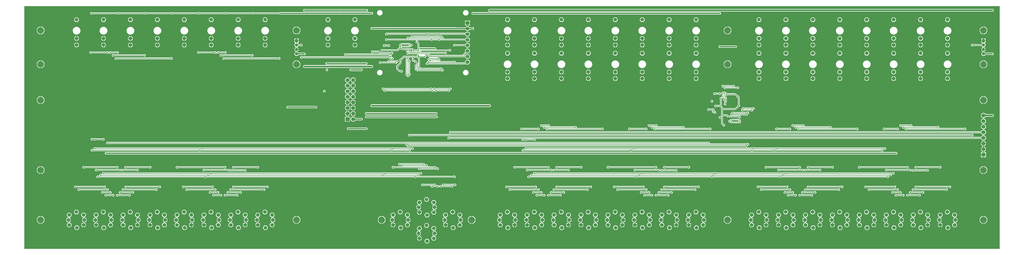
<source format=gbl>
G04 Layer: BottomLayer*
G04 EasyEDA v6.5.34, 2023-08-15 01:36:41*
G04 4f68baccf90e46bd970f154785848b76,5a6b42c53f6a479593ecc07194224c93,10*
G04 Gerber Generator version 0.2*
G04 Scale: 100 percent, Rotated: No, Reflected: No *
G04 Dimensions in millimeters *
G04 leading zeros omitted , absolute positions ,4 integer and 5 decimal *
%FSLAX45Y45*%
%MOMM*%

%AMMACRO1*21,1,$1,$2,0,0,$3*%
%ADD10C,0.2540*%
%ADD11C,0.5000*%
%ADD12C,0.1270*%
%ADD13C,0.2000*%
%ADD14C,0.7000*%
%ADD15MACRO1,1.8X1.8X90.0000*%
%ADD16C,1.8000*%
%ADD17C,1.6500*%
%ADD18C,1.4000*%
%ADD19R,1.4000X1.5240*%
%ADD20MACRO1,1.7X1.7X90.0000*%
%ADD21C,1.7000*%
%ADD22R,1.8000X1.8000*%
%ADD23C,3.0000*%
%ADD24C,0.6200*%
%ADD25C,0.6096*%
%ADD26C,0.0120*%

%LPD*%
G36*
X2068068Y-2945892D02*
G01*
X2064156Y-2945130D01*
X2060905Y-2942894D01*
X2058670Y-2939643D01*
X2057907Y-2935732D01*
X2057907Y8066531D01*
X2058670Y8070443D01*
X2060905Y8073694D01*
X2064156Y8075930D01*
X2068068Y8076692D01*
X46191932Y8076692D01*
X46195843Y8075930D01*
X46199094Y8073694D01*
X46201330Y8070443D01*
X46202092Y8066531D01*
X46202092Y-2935732D01*
X46201330Y-2939643D01*
X46199094Y-2942894D01*
X46195843Y-2945130D01*
X46191932Y-2945892D01*
G37*

%LPC*%
G36*
X14281607Y6122974D02*
G01*
X14363700Y6122974D01*
X14363700Y6204407D01*
X14364462Y6208318D01*
X14366697Y6211570D01*
X14369948Y6213805D01*
X14373860Y6214567D01*
X14378940Y6214567D01*
X14382851Y6213805D01*
X14386102Y6211570D01*
X14388338Y6208318D01*
X14389100Y6204407D01*
X14389100Y6122974D01*
X14471192Y6122974D01*
X14470278Y6129832D01*
X14466773Y6142431D01*
X14461540Y6154420D01*
X14454733Y6165596D01*
X14446453Y6175756D01*
X14436902Y6184696D01*
X14426234Y6192215D01*
X14414601Y6198260D01*
X14407642Y6200749D01*
X14404086Y6202883D01*
X14401698Y6206236D01*
X14400885Y6210300D01*
X14401698Y6214364D01*
X14404086Y6217716D01*
X14407642Y6219850D01*
X14414601Y6222339D01*
X14426234Y6228384D01*
X14436902Y6235903D01*
X14446453Y6244844D01*
X14454733Y6255004D01*
X14461896Y6266789D01*
X14464182Y6269431D01*
X14467179Y6271107D01*
X14470583Y6271717D01*
X14546580Y6271717D01*
X14550136Y6271056D01*
X14553285Y6269177D01*
X14558467Y6264605D01*
X14566696Y6259525D01*
X14575637Y6255918D01*
X14585086Y6253886D01*
X14594738Y6253480D01*
X14604288Y6254699D01*
X14613483Y6257544D01*
X14622119Y6261862D01*
X14629892Y6267602D01*
X14636546Y6274562D01*
X14641931Y6282588D01*
X14645944Y6291376D01*
X14648332Y6300673D01*
X14649196Y6310325D01*
X14648332Y6319926D01*
X14645944Y6329273D01*
X14641931Y6338062D01*
X14636546Y6346037D01*
X14629892Y6352997D01*
X14622119Y6358737D01*
X14613483Y6363055D01*
X14604288Y6365900D01*
X14594738Y6367119D01*
X14585086Y6366713D01*
X14575637Y6364681D01*
X14566696Y6361074D01*
X14558467Y6356045D01*
X14553285Y6351473D01*
X14550136Y6349593D01*
X14546580Y6348933D01*
X14470583Y6348933D01*
X14467179Y6349492D01*
X14464182Y6351219D01*
X14461896Y6353810D01*
X14454733Y6365595D01*
X14446453Y6375755D01*
X14436902Y6384696D01*
X14429740Y6389725D01*
X14426895Y6392875D01*
X14425523Y6396888D01*
X14425930Y6401104D01*
X14428012Y6404813D01*
X14431467Y6407302D01*
X14435632Y6408166D01*
X14445843Y6408166D01*
X14452142Y6408928D01*
X14457629Y6410807D01*
X14462506Y6413906D01*
X14466620Y6417970D01*
X14469668Y6422898D01*
X14471599Y6428333D01*
X14472310Y6434683D01*
X14472310Y6497574D01*
X14389100Y6497574D01*
X14389100Y6416192D01*
X14388338Y6412280D01*
X14386102Y6409029D01*
X14382851Y6406794D01*
X14378940Y6406032D01*
X14373860Y6406032D01*
X14369948Y6406794D01*
X14366697Y6409029D01*
X14364462Y6412280D01*
X14363700Y6416192D01*
X14363700Y6497574D01*
X14280489Y6497574D01*
X14280489Y6434683D01*
X14281200Y6428333D01*
X14283131Y6422898D01*
X14286179Y6417970D01*
X14290294Y6413906D01*
X14295170Y6410807D01*
X14300657Y6408928D01*
X14306956Y6408166D01*
X14317167Y6408166D01*
X14321332Y6407302D01*
X14324787Y6404813D01*
X14326869Y6401104D01*
X14327276Y6396888D01*
X14325904Y6392875D01*
X14323060Y6389725D01*
X14315897Y6384696D01*
X14306346Y6375755D01*
X14298066Y6365595D01*
X14291259Y6354419D01*
X14286077Y6342430D01*
X14282521Y6329832D01*
X14280743Y6316827D01*
X14280743Y6303772D01*
X14282521Y6290767D01*
X14286077Y6278168D01*
X14291259Y6266180D01*
X14298066Y6255004D01*
X14306346Y6244844D01*
X14315897Y6235903D01*
X14326565Y6228384D01*
X14338198Y6222339D01*
X14345157Y6219850D01*
X14348713Y6217716D01*
X14351101Y6214364D01*
X14351914Y6210300D01*
X14351101Y6206236D01*
X14348713Y6202883D01*
X14345157Y6200749D01*
X14338198Y6198260D01*
X14326565Y6192215D01*
X14315897Y6184696D01*
X14306346Y6175756D01*
X14298066Y6165596D01*
X14291259Y6154420D01*
X14286077Y6142431D01*
X14282521Y6129832D01*
G37*
G36*
X20586700Y-2572207D02*
G01*
X20600822Y-2571242D01*
X20614741Y-2568498D01*
X20628152Y-2563926D01*
X20640903Y-2557678D01*
X20652689Y-2549804D01*
X20663357Y-2540457D01*
X20672704Y-2529789D01*
X20680578Y-2518003D01*
X20686826Y-2505252D01*
X20691398Y-2491841D01*
X20694142Y-2477922D01*
X20695107Y-2463800D01*
X20694142Y-2449677D01*
X20691398Y-2435758D01*
X20686826Y-2422347D01*
X20680578Y-2409596D01*
X20672704Y-2397810D01*
X20663357Y-2387142D01*
X20652689Y-2377795D01*
X20640903Y-2369921D01*
X20631861Y-2365502D01*
X20628406Y-2362708D01*
X20627594Y-2361082D01*
X20624800Y-2361742D01*
X20621040Y-2361234D01*
X20615960Y-2359507D01*
X20612354Y-2357374D01*
X20609915Y-2353970D01*
X20609052Y-2349906D01*
X20609052Y-2251456D01*
X20514208Y-2251456D01*
X20514310Y-2252878D01*
X20517053Y-2266797D01*
X20521625Y-2280208D01*
X20527873Y-2292959D01*
X20535747Y-2304745D01*
X20545094Y-2315413D01*
X20555762Y-2324760D01*
X20567548Y-2332634D01*
X20576590Y-2337054D01*
X20580045Y-2339848D01*
X20581975Y-2343759D01*
X20582077Y-2348179D01*
X20580299Y-2352192D01*
X20576997Y-2355088D01*
X20572577Y-2356358D01*
X20558658Y-2359101D01*
X20545247Y-2363673D01*
X20532496Y-2369921D01*
X20520710Y-2377795D01*
X20510042Y-2387142D01*
X20500695Y-2397810D01*
X20492821Y-2409596D01*
X20486573Y-2422347D01*
X20482001Y-2435758D01*
X20479258Y-2449677D01*
X20478292Y-2463800D01*
X20479258Y-2477922D01*
X20482001Y-2491841D01*
X20486573Y-2505252D01*
X20492821Y-2518003D01*
X20500695Y-2529789D01*
X20510042Y-2540457D01*
X20520710Y-2549804D01*
X20532496Y-2557678D01*
X20545247Y-2563926D01*
X20558658Y-2568498D01*
X20572577Y-2571242D01*
G37*
G36*
X19949414Y-2571343D02*
G01*
X19950836Y-2571242D01*
X19964755Y-2568498D01*
X19978166Y-2563926D01*
X19990917Y-2557678D01*
X20002703Y-2549804D01*
X20013371Y-2540457D01*
X20022718Y-2529789D01*
X20030592Y-2518003D01*
X20036840Y-2505252D01*
X20041412Y-2491841D01*
X20044156Y-2477922D01*
X20044257Y-2476500D01*
X19949414Y-2476500D01*
G37*
G36*
X19924014Y-2571343D02*
G01*
X19924014Y-2476500D01*
X19829170Y-2476500D01*
X19829272Y-2477922D01*
X19832015Y-2491841D01*
X19836587Y-2505252D01*
X19842835Y-2518003D01*
X19850709Y-2529789D01*
X19860056Y-2540457D01*
X19870724Y-2549804D01*
X19882510Y-2557678D01*
X19895261Y-2563926D01*
X19908672Y-2568498D01*
X19922591Y-2571242D01*
G37*
G36*
X19949414Y-2451100D02*
G01*
X20044257Y-2451100D01*
X20044156Y-2449677D01*
X20041412Y-2435758D01*
X20036840Y-2422347D01*
X20030592Y-2409596D01*
X20022718Y-2397810D01*
X20013371Y-2387142D01*
X20002703Y-2377795D01*
X19990917Y-2369921D01*
X19978166Y-2363673D01*
X19964755Y-2359101D01*
X19950836Y-2356358D01*
X19949414Y-2356256D01*
G37*
G36*
X19829170Y-2451100D02*
G01*
X19924014Y-2451100D01*
X19924014Y-2345385D01*
X19924776Y-2341524D01*
X19927011Y-2338222D01*
X19930262Y-2336038D01*
X19934174Y-2335225D01*
X19942352Y-2335326D01*
X19955103Y-2329078D01*
X19966889Y-2321204D01*
X19977557Y-2311857D01*
X19986904Y-2301189D01*
X19994778Y-2289403D01*
X20001026Y-2276652D01*
X20005598Y-2263241D01*
X20008342Y-2249322D01*
X20008443Y-2247900D01*
X19913600Y-2247900D01*
X19913600Y-2353614D01*
X19912838Y-2357475D01*
X19910602Y-2360777D01*
X19907351Y-2363012D01*
X19903440Y-2363774D01*
X19895261Y-2363673D01*
X19882510Y-2369921D01*
X19870724Y-2377795D01*
X19860056Y-2387142D01*
X19850709Y-2397810D01*
X19842835Y-2409596D01*
X19836587Y-2422347D01*
X19832015Y-2435758D01*
X19829272Y-2449677D01*
G37*
G36*
X14734438Y7829854D02*
G01*
X14743988Y7831124D01*
X14753183Y7833918D01*
X14756942Y7835493D01*
X14759330Y7835798D01*
X16304920Y7835798D01*
X16308730Y7835036D01*
X16315537Y7832344D01*
X16324986Y7830312D01*
X16334638Y7829854D01*
X16344188Y7831124D01*
X16353383Y7833918D01*
X16357142Y7835493D01*
X16359530Y7835798D01*
X17524120Y7835798D01*
X17527930Y7835036D01*
X17534737Y7832344D01*
X17544186Y7830312D01*
X17553838Y7829854D01*
X17563388Y7831124D01*
X17572583Y7833918D01*
X17581219Y7838287D01*
X17588992Y7844028D01*
X17595646Y7850987D01*
X17601031Y7858963D01*
X17605044Y7867751D01*
X17607432Y7877098D01*
X17608296Y7886700D01*
X17607432Y7896301D01*
X17605044Y7905648D01*
X17601031Y7914436D01*
X17595646Y7922412D01*
X17588992Y7929372D01*
X17581219Y7935112D01*
X17572583Y7939481D01*
X17563388Y7942275D01*
X17553838Y7943545D01*
X17544186Y7943088D01*
X17534737Y7941056D01*
X17527930Y7938363D01*
X17524120Y7937601D01*
X16359530Y7937601D01*
X16357142Y7937906D01*
X16353383Y7939481D01*
X16344188Y7942275D01*
X16334638Y7943545D01*
X16324986Y7943088D01*
X16315537Y7941056D01*
X16308730Y7938363D01*
X16304920Y7937601D01*
X14759330Y7937601D01*
X14756942Y7937906D01*
X14753183Y7939481D01*
X14743988Y7942275D01*
X14734438Y7943545D01*
X14724786Y7943088D01*
X14715337Y7941056D01*
X14706396Y7937500D01*
X14698167Y7932420D01*
X14690953Y7926070D01*
X14684857Y7918551D01*
X14680184Y7910118D01*
X14676983Y7901025D01*
X14675357Y7891525D01*
X14675357Y7881874D01*
X14676983Y7872374D01*
X14680184Y7863281D01*
X14684857Y7854848D01*
X14690953Y7847330D01*
X14698167Y7840980D01*
X14706396Y7835900D01*
X14715337Y7832344D01*
X14724786Y7830312D01*
G37*
G36*
X23114406Y7825790D02*
G01*
X45871993Y7825790D01*
X45882407Y7826654D01*
X45892161Y7829143D01*
X45901356Y7833156D01*
X45909788Y7838643D01*
X45917205Y7845450D01*
X45923352Y7853425D01*
X45928127Y7862265D01*
X45931429Y7871764D01*
X45933055Y7881670D01*
X45933055Y7891729D01*
X45931429Y7901635D01*
X45928127Y7911134D01*
X45923352Y7919974D01*
X45917205Y7927949D01*
X45909788Y7934756D01*
X45901356Y7940243D01*
X45892161Y7944256D01*
X45882407Y7946745D01*
X45871993Y7947609D01*
X23114406Y7947609D01*
X23103992Y7946745D01*
X23094238Y7944256D01*
X23085044Y7940243D01*
X23076611Y7934756D01*
X23069194Y7927949D01*
X23063047Y7919974D01*
X23058272Y7911134D01*
X23054970Y7901635D01*
X23053344Y7891729D01*
X23053344Y7881670D01*
X23054970Y7871764D01*
X23058272Y7862265D01*
X23063047Y7853425D01*
X23069194Y7845450D01*
X23076611Y7838643D01*
X23085044Y7833156D01*
X23094238Y7829143D01*
X23103992Y7826654D01*
G37*
G36*
X20634452Y-2346604D02*
G01*
X20649793Y-2343454D01*
X20663204Y-2338882D01*
X20675955Y-2332634D01*
X20687741Y-2324760D01*
X20698409Y-2315413D01*
X20707756Y-2304745D01*
X20715630Y-2292959D01*
X20721878Y-2280208D01*
X20726450Y-2266797D01*
X20729194Y-2252878D01*
X20729295Y-2251456D01*
X20634452Y-2251456D01*
G37*
G36*
X19888200Y-2342743D02*
G01*
X19888200Y-2247900D01*
X19793356Y-2247900D01*
X19793458Y-2249322D01*
X19796201Y-2263241D01*
X19800773Y-2276652D01*
X19807021Y-2289403D01*
X19814895Y-2301189D01*
X19824242Y-2311857D01*
X19834910Y-2321204D01*
X19846696Y-2329078D01*
X19859447Y-2335326D01*
X19872858Y-2339898D01*
X19886777Y-2342642D01*
G37*
G36*
X5095138Y7690154D02*
G01*
X5104688Y7691424D01*
X5113883Y7694218D01*
X5122519Y7698587D01*
X5134559Y7707579D01*
X5138521Y7708392D01*
X6266180Y7708392D01*
X6269736Y7707731D01*
X6272885Y7705852D01*
X6278067Y7701280D01*
X6286296Y7696200D01*
X6295237Y7692644D01*
X6304686Y7690612D01*
X6314338Y7690154D01*
X6323888Y7691424D01*
X6333083Y7694218D01*
X6341719Y7698587D01*
X6353759Y7707579D01*
X6357721Y7708392D01*
X7485380Y7708392D01*
X7488936Y7707731D01*
X7492085Y7705852D01*
X7497267Y7701280D01*
X7505496Y7696200D01*
X7514437Y7692644D01*
X7523886Y7690612D01*
X7533538Y7690154D01*
X7543088Y7691424D01*
X7552283Y7694218D01*
X7560919Y7698587D01*
X7572959Y7707579D01*
X7576921Y7708392D01*
X8704580Y7708392D01*
X8708136Y7707731D01*
X8711285Y7705852D01*
X8716467Y7701280D01*
X8724696Y7696200D01*
X8733637Y7692644D01*
X8743086Y7690612D01*
X8752738Y7690154D01*
X8762288Y7691424D01*
X8771483Y7694218D01*
X8780119Y7698587D01*
X8792159Y7707579D01*
X8796121Y7708392D01*
X9923780Y7708392D01*
X9927336Y7707731D01*
X9930485Y7705852D01*
X9935667Y7701280D01*
X9943896Y7696200D01*
X9952837Y7692644D01*
X9962286Y7690612D01*
X9971938Y7690154D01*
X9981488Y7691424D01*
X9990683Y7694218D01*
X9999319Y7698587D01*
X10011359Y7707579D01*
X10015321Y7708392D01*
X11142980Y7708392D01*
X11146536Y7707731D01*
X11149685Y7705852D01*
X11154867Y7701280D01*
X11163096Y7696200D01*
X11172037Y7692644D01*
X11181486Y7690612D01*
X11191138Y7690154D01*
X11200688Y7691424D01*
X11209883Y7694218D01*
X11218519Y7698587D01*
X11230559Y7707579D01*
X11234521Y7708392D01*
X12362180Y7708392D01*
X12365736Y7707731D01*
X12368885Y7705852D01*
X12374067Y7701280D01*
X12382296Y7696200D01*
X12391237Y7692644D01*
X12400686Y7690612D01*
X12410338Y7690154D01*
X12419888Y7691424D01*
X12429083Y7694218D01*
X12437719Y7698587D01*
X12449759Y7707579D01*
X12453721Y7708392D01*
X13581380Y7708392D01*
X13584936Y7707731D01*
X13588085Y7705852D01*
X13593267Y7701280D01*
X13601496Y7696200D01*
X13610437Y7692644D01*
X13619886Y7690612D01*
X13629538Y7690154D01*
X13639088Y7691424D01*
X13648283Y7694218D01*
X13652042Y7695793D01*
X13654430Y7696098D01*
X13942720Y7696098D01*
X13946530Y7695336D01*
X13953337Y7692644D01*
X13962786Y7690612D01*
X13972438Y7690154D01*
X13981988Y7691424D01*
X13991183Y7694218D01*
X13994942Y7695793D01*
X13997330Y7696098D01*
X17752720Y7696098D01*
X17756530Y7695336D01*
X17763337Y7692644D01*
X17772786Y7690612D01*
X17782438Y7690154D01*
X17791988Y7691424D01*
X17801183Y7694218D01*
X17809819Y7698587D01*
X17817592Y7704328D01*
X17824246Y7711287D01*
X17829631Y7719263D01*
X17833644Y7728051D01*
X17836032Y7737398D01*
X17836896Y7747000D01*
X17836032Y7756601D01*
X17833644Y7765948D01*
X17829631Y7774736D01*
X17824246Y7782712D01*
X17817592Y7789672D01*
X17809819Y7795412D01*
X17801183Y7799781D01*
X17791988Y7802575D01*
X17782438Y7803845D01*
X17772786Y7803388D01*
X17763337Y7801356D01*
X17756530Y7798663D01*
X17752720Y7797901D01*
X13997330Y7797901D01*
X13994942Y7798206D01*
X13991183Y7799781D01*
X13981988Y7802575D01*
X13972438Y7803845D01*
X13962786Y7803388D01*
X13953337Y7801356D01*
X13946530Y7798663D01*
X13942720Y7797901D01*
X13654430Y7797901D01*
X13652042Y7798206D01*
X13648283Y7799781D01*
X13639088Y7802575D01*
X13629538Y7803845D01*
X13619886Y7803388D01*
X13610437Y7801356D01*
X13601496Y7797800D01*
X13593267Y7792720D01*
X13588085Y7788148D01*
X13584936Y7786268D01*
X13581380Y7785608D01*
X12453721Y7785608D01*
X12449759Y7786420D01*
X12437719Y7795412D01*
X12429083Y7799781D01*
X12419888Y7802575D01*
X12410338Y7803845D01*
X12400686Y7803388D01*
X12391237Y7801356D01*
X12382296Y7797800D01*
X12374067Y7792720D01*
X12368885Y7788148D01*
X12365736Y7786268D01*
X12362180Y7785608D01*
X11234521Y7785608D01*
X11230559Y7786420D01*
X11218519Y7795412D01*
X11209883Y7799781D01*
X11200688Y7802575D01*
X11191138Y7803845D01*
X11181486Y7803388D01*
X11172037Y7801356D01*
X11163096Y7797800D01*
X11154867Y7792720D01*
X11149685Y7788148D01*
X11146536Y7786268D01*
X11142980Y7785608D01*
X10015321Y7785608D01*
X10011359Y7786420D01*
X9999319Y7795412D01*
X9990683Y7799781D01*
X9981488Y7802575D01*
X9971938Y7803845D01*
X9962286Y7803388D01*
X9952837Y7801356D01*
X9943896Y7797800D01*
X9935667Y7792720D01*
X9930485Y7788148D01*
X9927336Y7786268D01*
X9923780Y7785608D01*
X8796121Y7785608D01*
X8792159Y7786420D01*
X8780119Y7795412D01*
X8771483Y7799781D01*
X8762288Y7802575D01*
X8752738Y7803845D01*
X8743086Y7803388D01*
X8733637Y7801356D01*
X8724696Y7797800D01*
X8716467Y7792720D01*
X8711285Y7788148D01*
X8708136Y7786268D01*
X8704580Y7785608D01*
X7576921Y7785608D01*
X7572959Y7786420D01*
X7560919Y7795412D01*
X7552283Y7799781D01*
X7543088Y7802575D01*
X7533538Y7803845D01*
X7523886Y7803388D01*
X7514437Y7801356D01*
X7505496Y7797800D01*
X7497267Y7792720D01*
X7492085Y7788148D01*
X7488936Y7786268D01*
X7485380Y7785608D01*
X6357721Y7785608D01*
X6353759Y7786420D01*
X6341719Y7795412D01*
X6333083Y7799781D01*
X6323888Y7802575D01*
X6314338Y7803845D01*
X6304686Y7803388D01*
X6295237Y7801356D01*
X6286296Y7797800D01*
X6278067Y7792720D01*
X6272885Y7788148D01*
X6269736Y7786268D01*
X6266180Y7785608D01*
X5138521Y7785608D01*
X5134559Y7786420D01*
X5122519Y7795412D01*
X5113883Y7799781D01*
X5104688Y7802575D01*
X5095138Y7803845D01*
X5085486Y7803388D01*
X5076037Y7801356D01*
X5067096Y7797800D01*
X5058867Y7792720D01*
X5051653Y7786370D01*
X5045557Y7778851D01*
X5040884Y7770418D01*
X5037683Y7761325D01*
X5036058Y7751825D01*
X5036058Y7742174D01*
X5037683Y7732674D01*
X5040884Y7723581D01*
X5045557Y7715148D01*
X5051653Y7707630D01*
X5058867Y7701280D01*
X5067096Y7696200D01*
X5076037Y7692644D01*
X5085486Y7690612D01*
G37*
G36*
X20634452Y-2226056D02*
G01*
X20729295Y-2226056D01*
X20729194Y-2224633D01*
X20726450Y-2210714D01*
X20721878Y-2197303D01*
X20715630Y-2184552D01*
X20707756Y-2172766D01*
X20698409Y-2162098D01*
X20687741Y-2152751D01*
X20675955Y-2144877D01*
X20663204Y-2138629D01*
X20649793Y-2134057D01*
X20634452Y-2130907D01*
G37*
G36*
X20514208Y-2226056D02*
G01*
X20609052Y-2226056D01*
X20609052Y-2127605D01*
X20609915Y-2123541D01*
X20612354Y-2120138D01*
X20615960Y-2118004D01*
X20621040Y-2116277D01*
X20624800Y-2115769D01*
X20627594Y-2116429D01*
X20628406Y-2114804D01*
X20631861Y-2112010D01*
X20640903Y-2107590D01*
X20652689Y-2099716D01*
X20663357Y-2090369D01*
X20672704Y-2079701D01*
X20680578Y-2067915D01*
X20686826Y-2055164D01*
X20691398Y-2041753D01*
X20694142Y-2027834D01*
X20695107Y-2013712D01*
X20694142Y-1999589D01*
X20691398Y-1985670D01*
X20686826Y-1972259D01*
X20680578Y-1959508D01*
X20672704Y-1947722D01*
X20663357Y-1937054D01*
X20652689Y-1927707D01*
X20640903Y-1919833D01*
X20628152Y-1913585D01*
X20614741Y-1909013D01*
X20600822Y-1906270D01*
X20586700Y-1905304D01*
X20572577Y-1906270D01*
X20558658Y-1909013D01*
X20545247Y-1913585D01*
X20532496Y-1919833D01*
X20520710Y-1927707D01*
X20510042Y-1937054D01*
X20500695Y-1947722D01*
X20492821Y-1959508D01*
X20486573Y-1972259D01*
X20482001Y-1985670D01*
X20479258Y-1999589D01*
X20478292Y-2013712D01*
X20479258Y-2027834D01*
X20482001Y-2041753D01*
X20486573Y-2055164D01*
X20492821Y-2067915D01*
X20500695Y-2079701D01*
X20510042Y-2090369D01*
X20520710Y-2099716D01*
X20532496Y-2107590D01*
X20545247Y-2113838D01*
X20558658Y-2118410D01*
X20572780Y-2121204D01*
X20576997Y-2122424D01*
X20580299Y-2125319D01*
X20582077Y-2129332D01*
X20581975Y-2133752D01*
X20580045Y-2137664D01*
X20576590Y-2140458D01*
X20567548Y-2144877D01*
X20555762Y-2152751D01*
X20545094Y-2162098D01*
X20535747Y-2172766D01*
X20527873Y-2184552D01*
X20521625Y-2197303D01*
X20517053Y-2210714D01*
X20514310Y-2224633D01*
G37*
G36*
X19793356Y-2222500D02*
G01*
X19888200Y-2222500D01*
X19888200Y-2125827D01*
X19887387Y-2126742D01*
X19883526Y-2128367D01*
X19872858Y-2130501D01*
X19859447Y-2135073D01*
X19846696Y-2141321D01*
X19834910Y-2149195D01*
X19824242Y-2158542D01*
X19814895Y-2169210D01*
X19807021Y-2180996D01*
X19800773Y-2193747D01*
X19796201Y-2207158D01*
X19793458Y-2221077D01*
G37*
G36*
X19913600Y-2222500D02*
G01*
X20008443Y-2222500D01*
X20008342Y-2221077D01*
X20005598Y-2207158D01*
X20001026Y-2193747D01*
X19994778Y-2180996D01*
X19986904Y-2169210D01*
X19977557Y-2158542D01*
X19966889Y-2149195D01*
X19955103Y-2141321D01*
X19951598Y-2139594D01*
X19948296Y-2137003D01*
X19946315Y-2133346D01*
X19946010Y-2129180D01*
X19947382Y-2125218D01*
X19950226Y-2122170D01*
X19954087Y-2120544D01*
X19964755Y-2118410D01*
X19978166Y-2113838D01*
X19990917Y-2107590D01*
X20002703Y-2099716D01*
X20013371Y-2090369D01*
X20022718Y-2079701D01*
X20030592Y-2067915D01*
X20036840Y-2055164D01*
X20041412Y-2041753D01*
X20044156Y-2027834D01*
X20045121Y-2013712D01*
X20044156Y-1999589D01*
X20041412Y-1985670D01*
X20036840Y-1972259D01*
X20030592Y-1959508D01*
X20022718Y-1947722D01*
X20013371Y-1937054D01*
X20002703Y-1927707D01*
X19990917Y-1919833D01*
X19978166Y-1913585D01*
X19964755Y-1909013D01*
X19950836Y-1906270D01*
X19936714Y-1905304D01*
X19922591Y-1906270D01*
X19908672Y-1909013D01*
X19895261Y-1913585D01*
X19882510Y-1919833D01*
X19870724Y-1927707D01*
X19860056Y-1937054D01*
X19850709Y-1947722D01*
X19842835Y-1959508D01*
X19836587Y-1972259D01*
X19832015Y-1985670D01*
X19829272Y-1999589D01*
X19828306Y-2013712D01*
X19829272Y-2027834D01*
X19832015Y-2041753D01*
X19836587Y-2055164D01*
X19842835Y-2067915D01*
X19850709Y-2079701D01*
X19860056Y-2090369D01*
X19870724Y-2099716D01*
X19882510Y-2107590D01*
X19886015Y-2109317D01*
X19889317Y-2111908D01*
X19891298Y-2115566D01*
X19891502Y-2118258D01*
X19894092Y-2116429D01*
X19897852Y-2115515D01*
X19901611Y-2116023D01*
X19906691Y-2117750D01*
X19910298Y-2119884D01*
X19912736Y-2123287D01*
X19913600Y-2127351D01*
G37*
G36*
X22354438Y7690154D02*
G01*
X22363988Y7691424D01*
X22373183Y7694218D01*
X22376942Y7695793D01*
X22379330Y7696098D01*
X24572620Y7696098D01*
X24576430Y7695336D01*
X24583237Y7692644D01*
X24592686Y7690612D01*
X24602338Y7690154D01*
X24611888Y7691424D01*
X24621083Y7694218D01*
X24624842Y7695793D01*
X24627230Y7696098D01*
X25791820Y7696098D01*
X25795630Y7695336D01*
X25802437Y7692644D01*
X25811886Y7690612D01*
X25821538Y7690154D01*
X25831088Y7691424D01*
X25840283Y7694218D01*
X25844042Y7695793D01*
X25846430Y7696098D01*
X27011020Y7696098D01*
X27014830Y7695336D01*
X27021637Y7692644D01*
X27031086Y7690612D01*
X27040738Y7690154D01*
X27050288Y7691424D01*
X27059483Y7694218D01*
X27063242Y7695793D01*
X27065630Y7696098D01*
X28230220Y7696098D01*
X28234030Y7695336D01*
X28240837Y7692644D01*
X28250286Y7690612D01*
X28259938Y7690154D01*
X28269488Y7691424D01*
X28278683Y7694218D01*
X28282442Y7695793D01*
X28284830Y7696098D01*
X29449420Y7696098D01*
X29453230Y7695336D01*
X29460037Y7692644D01*
X29469486Y7690612D01*
X29479138Y7690154D01*
X29488688Y7691424D01*
X29497883Y7694218D01*
X29501642Y7695793D01*
X29504030Y7696098D01*
X30668620Y7696098D01*
X30672430Y7695336D01*
X30679237Y7692644D01*
X30688686Y7690612D01*
X30698338Y7690154D01*
X30707888Y7691424D01*
X30717083Y7694218D01*
X30720842Y7695793D01*
X30723230Y7696098D01*
X31887820Y7696098D01*
X31891630Y7695336D01*
X31898437Y7692644D01*
X31907886Y7690612D01*
X31917538Y7690154D01*
X31927088Y7691424D01*
X31936283Y7694218D01*
X31940042Y7695793D01*
X31942430Y7696098D01*
X33107020Y7696098D01*
X33110830Y7695336D01*
X33117637Y7692644D01*
X33127086Y7690612D01*
X33136738Y7690154D01*
X33146288Y7691424D01*
X33155483Y7694218D01*
X33159242Y7695793D01*
X33161630Y7696098D01*
X33500720Y7696098D01*
X33504530Y7695336D01*
X33511337Y7692644D01*
X33520786Y7690612D01*
X33530438Y7690154D01*
X33539988Y7691424D01*
X33549183Y7694218D01*
X33557819Y7698587D01*
X33565592Y7704328D01*
X33572246Y7711287D01*
X33577631Y7719263D01*
X33581644Y7728051D01*
X33584032Y7737398D01*
X33584896Y7747000D01*
X33584032Y7756601D01*
X33581644Y7765948D01*
X33577631Y7774736D01*
X33572246Y7782712D01*
X33565592Y7789672D01*
X33557819Y7795412D01*
X33549183Y7799781D01*
X33539988Y7802575D01*
X33530438Y7803845D01*
X33520786Y7803388D01*
X33511337Y7801356D01*
X33504530Y7798663D01*
X33500720Y7797901D01*
X33161630Y7797901D01*
X33159242Y7798206D01*
X33155483Y7799781D01*
X33146288Y7802575D01*
X33136738Y7803845D01*
X33127086Y7803388D01*
X33117637Y7801356D01*
X33110830Y7798663D01*
X33107020Y7797901D01*
X31942430Y7797901D01*
X31940042Y7798206D01*
X31936283Y7799781D01*
X31927088Y7802575D01*
X31917538Y7803845D01*
X31907886Y7803388D01*
X31898437Y7801356D01*
X31891630Y7798663D01*
X31887820Y7797901D01*
X30723230Y7797901D01*
X30720842Y7798206D01*
X30717083Y7799781D01*
X30707888Y7802575D01*
X30698338Y7803845D01*
X30688686Y7803388D01*
X30679237Y7801356D01*
X30672430Y7798663D01*
X30668620Y7797901D01*
X29504030Y7797901D01*
X29501642Y7798206D01*
X29497883Y7799781D01*
X29488688Y7802575D01*
X29479138Y7803845D01*
X29469486Y7803388D01*
X29460037Y7801356D01*
X29453230Y7798663D01*
X29449420Y7797901D01*
X28284830Y7797901D01*
X28282442Y7798206D01*
X28278683Y7799781D01*
X28269488Y7802575D01*
X28259938Y7803845D01*
X28250286Y7803388D01*
X28240837Y7801356D01*
X28234030Y7798663D01*
X28230220Y7797901D01*
X27065630Y7797901D01*
X27063242Y7798206D01*
X27059483Y7799781D01*
X27050288Y7802575D01*
X27040738Y7803845D01*
X27031086Y7803388D01*
X27021637Y7801356D01*
X27014830Y7798663D01*
X27011020Y7797901D01*
X25846430Y7797901D01*
X25844042Y7798206D01*
X25840283Y7799781D01*
X25831088Y7802575D01*
X25821538Y7803845D01*
X25811886Y7803388D01*
X25802437Y7801356D01*
X25795630Y7798663D01*
X25791820Y7797901D01*
X24627230Y7797901D01*
X24624842Y7798206D01*
X24621083Y7799781D01*
X24611888Y7802575D01*
X24602338Y7803845D01*
X24592686Y7803388D01*
X24583237Y7801356D01*
X24576430Y7798663D01*
X24572620Y7797901D01*
X22379330Y7797901D01*
X22376942Y7798206D01*
X22373183Y7799781D01*
X22363988Y7802575D01*
X22354438Y7803845D01*
X22344786Y7803388D01*
X22335337Y7801356D01*
X22326396Y7797800D01*
X22318167Y7792720D01*
X22310953Y7786370D01*
X22304857Y7778851D01*
X22300184Y7770418D01*
X22296983Y7761325D01*
X22295358Y7751825D01*
X22295358Y7742174D01*
X22296983Y7732674D01*
X22300184Y7723581D01*
X22304857Y7715148D01*
X22310953Y7707630D01*
X22318167Y7701280D01*
X22326396Y7696200D01*
X22335337Y7692644D01*
X22344786Y7690612D01*
G37*
G36*
X18144540Y7646517D02*
G01*
X18159679Y7647431D01*
X18174665Y7650175D01*
X18189143Y7654696D01*
X18203011Y7660944D01*
X18216016Y7668818D01*
X18228005Y7678166D01*
X18238724Y7688935D01*
X18248122Y7700873D01*
X18255996Y7713878D01*
X18262244Y7727746D01*
X18266765Y7742275D01*
X18269508Y7757210D01*
X18270423Y7772400D01*
X18269508Y7787589D01*
X18266765Y7802524D01*
X18262244Y7817053D01*
X18255996Y7830921D01*
X18248122Y7843926D01*
X18238724Y7855864D01*
X18228005Y7866634D01*
X18216016Y7875981D01*
X18203011Y7883855D01*
X18189143Y7890103D01*
X18174665Y7894624D01*
X18159679Y7897368D01*
X18144540Y7898282D01*
X18129351Y7897368D01*
X18114365Y7894624D01*
X18099887Y7890103D01*
X18086019Y7883855D01*
X18073014Y7875981D01*
X18061025Y7866634D01*
X18050306Y7855864D01*
X18040908Y7843926D01*
X18033034Y7830921D01*
X18026786Y7817053D01*
X18022265Y7802524D01*
X18019522Y7787589D01*
X18018607Y7772400D01*
X18019522Y7757210D01*
X18022265Y7742275D01*
X18026786Y7727746D01*
X18033034Y7713878D01*
X18040908Y7700873D01*
X18050306Y7688935D01*
X18061025Y7678166D01*
X18073014Y7668818D01*
X18086019Y7660944D01*
X18099887Y7654696D01*
X18114365Y7650175D01*
X18129351Y7647431D01*
G37*
G36*
X10528300Y-2089607D02*
G01*
X10542422Y-2088642D01*
X10556341Y-2085898D01*
X10569752Y-2081326D01*
X10582503Y-2075078D01*
X10594289Y-2067204D01*
X10604957Y-2057857D01*
X10614304Y-2047189D01*
X10622178Y-2035403D01*
X10628426Y-2022652D01*
X10632998Y-2009241D01*
X10635742Y-1995322D01*
X10636707Y-1981200D01*
X10635742Y-1967077D01*
X10632998Y-1953158D01*
X10628426Y-1939747D01*
X10622178Y-1926996D01*
X10614304Y-1915210D01*
X10604957Y-1904542D01*
X10594289Y-1895195D01*
X10582503Y-1887321D01*
X10569752Y-1881073D01*
X10556341Y-1876501D01*
X10542422Y-1873757D01*
X10528300Y-1872792D01*
X10514177Y-1873757D01*
X10500258Y-1876501D01*
X10486847Y-1881073D01*
X10474096Y-1887321D01*
X10462310Y-1895195D01*
X10451642Y-1904542D01*
X10442295Y-1915210D01*
X10434421Y-1926996D01*
X10428173Y-1939747D01*
X10423601Y-1953158D01*
X10420858Y-1967077D01*
X10419892Y-1981200D01*
X10420858Y-1995322D01*
X10423601Y-2009241D01*
X10428173Y-2022652D01*
X10434421Y-2035403D01*
X10442295Y-2047189D01*
X10451642Y-2057857D01*
X10462310Y-2067204D01*
X10474096Y-2075078D01*
X10486847Y-2081326D01*
X10500258Y-2085898D01*
X10514177Y-2088642D01*
G37*
G36*
X38976300Y-2089607D02*
G01*
X38990422Y-2088642D01*
X39004341Y-2085898D01*
X39017752Y-2081326D01*
X39030503Y-2075078D01*
X39042289Y-2067204D01*
X39052957Y-2057857D01*
X39062304Y-2047189D01*
X39070178Y-2035403D01*
X39076426Y-2022652D01*
X39080998Y-2009241D01*
X39083742Y-1995322D01*
X39084707Y-1981200D01*
X39083742Y-1967077D01*
X39080998Y-1953158D01*
X39076426Y-1939747D01*
X39070178Y-1926996D01*
X39062304Y-1915210D01*
X39052957Y-1904542D01*
X39042289Y-1895195D01*
X39030503Y-1887321D01*
X39017752Y-1881073D01*
X39004341Y-1876501D01*
X38990422Y-1873757D01*
X38976300Y-1872792D01*
X38962177Y-1873757D01*
X38948258Y-1876501D01*
X38934847Y-1881073D01*
X38922096Y-1887321D01*
X38910310Y-1895195D01*
X38899642Y-1904542D01*
X38890295Y-1915210D01*
X38882421Y-1926996D01*
X38876173Y-1939747D01*
X38871601Y-1953158D01*
X38868858Y-1967077D01*
X38867892Y-1981200D01*
X38868858Y-1995322D01*
X38871601Y-2009241D01*
X38876173Y-2022652D01*
X38882421Y-2035403D01*
X38890295Y-2047189D01*
X38899642Y-2057857D01*
X38910310Y-2067204D01*
X38922096Y-2075078D01*
X38934847Y-2081326D01*
X38948258Y-2085898D01*
X38962177Y-2088642D01*
G37*
G36*
X9309100Y-2089607D02*
G01*
X9323222Y-2088642D01*
X9337141Y-2085898D01*
X9350552Y-2081326D01*
X9363303Y-2075078D01*
X9375089Y-2067204D01*
X9385757Y-2057857D01*
X9395104Y-2047189D01*
X9402978Y-2035403D01*
X9409226Y-2022652D01*
X9413798Y-2009241D01*
X9416542Y-1995322D01*
X9417507Y-1981200D01*
X9416542Y-1967077D01*
X9413798Y-1953158D01*
X9409226Y-1939747D01*
X9402978Y-1926996D01*
X9395104Y-1915210D01*
X9385757Y-1904542D01*
X9375089Y-1895195D01*
X9363303Y-1887321D01*
X9350552Y-1881073D01*
X9337141Y-1876501D01*
X9323222Y-1873757D01*
X9309100Y-1872792D01*
X9294977Y-1873757D01*
X9281058Y-1876501D01*
X9267647Y-1881073D01*
X9254896Y-1887321D01*
X9243110Y-1895195D01*
X9232442Y-1904542D01*
X9223095Y-1915210D01*
X9215221Y-1926996D01*
X9208973Y-1939747D01*
X9204401Y-1953158D01*
X9201658Y-1967077D01*
X9200692Y-1981200D01*
X9201658Y-1995322D01*
X9204401Y-2009241D01*
X9208973Y-2022652D01*
X9215221Y-2035403D01*
X9223095Y-2047189D01*
X9232442Y-2057857D01*
X9243110Y-2067204D01*
X9254896Y-2075078D01*
X9267647Y-2081326D01*
X9281058Y-2085898D01*
X9294977Y-2088642D01*
G37*
G36*
X23939500Y-2089607D02*
G01*
X23953622Y-2088642D01*
X23967541Y-2085898D01*
X23980952Y-2081326D01*
X23993703Y-2075078D01*
X24005489Y-2067204D01*
X24016157Y-2057857D01*
X24025504Y-2047189D01*
X24033378Y-2035403D01*
X24039626Y-2022652D01*
X24044198Y-2009241D01*
X24046942Y-1995322D01*
X24047907Y-1981200D01*
X24046942Y-1967077D01*
X24044198Y-1953158D01*
X24039626Y-1939747D01*
X24033378Y-1926996D01*
X24025504Y-1915210D01*
X24016157Y-1904542D01*
X24005489Y-1895195D01*
X23993703Y-1887321D01*
X23980952Y-1881073D01*
X23967541Y-1876501D01*
X23953622Y-1873757D01*
X23939500Y-1872792D01*
X23925377Y-1873757D01*
X23911458Y-1876501D01*
X23898047Y-1881073D01*
X23885296Y-1887321D01*
X23873510Y-1895195D01*
X23862842Y-1904542D01*
X23853495Y-1915210D01*
X23845621Y-1926996D01*
X23839373Y-1939747D01*
X23834801Y-1953158D01*
X23832058Y-1967077D01*
X23831092Y-1981200D01*
X23832058Y-1995322D01*
X23834801Y-2009241D01*
X23839373Y-2022652D01*
X23845621Y-2035403D01*
X23853495Y-2047189D01*
X23862842Y-2057857D01*
X23873510Y-2067204D01*
X23885296Y-2075078D01*
X23898047Y-2081326D01*
X23911458Y-2085898D01*
X23925377Y-2088642D01*
G37*
G36*
X41414700Y-2089607D02*
G01*
X41428822Y-2088642D01*
X41442741Y-2085898D01*
X41456152Y-2081326D01*
X41468903Y-2075078D01*
X41480689Y-2067204D01*
X41491357Y-2057857D01*
X41500704Y-2047189D01*
X41508578Y-2035403D01*
X41514826Y-2022652D01*
X41519398Y-2009241D01*
X41522142Y-1995322D01*
X41523107Y-1981200D01*
X41522142Y-1967077D01*
X41519398Y-1953158D01*
X41514826Y-1939747D01*
X41508578Y-1926996D01*
X41500704Y-1915210D01*
X41491357Y-1904542D01*
X41480689Y-1895195D01*
X41468903Y-1887321D01*
X41456152Y-1881073D01*
X41442741Y-1876501D01*
X41428822Y-1873757D01*
X41414700Y-1872792D01*
X41400577Y-1873757D01*
X41386658Y-1876501D01*
X41373247Y-1881073D01*
X41360496Y-1887321D01*
X41348710Y-1895195D01*
X41338042Y-1904542D01*
X41328695Y-1915210D01*
X41320821Y-1926996D01*
X41314573Y-1939747D01*
X41310001Y-1953158D01*
X41307258Y-1967077D01*
X41306292Y-1981200D01*
X41307258Y-1995322D01*
X41310001Y-2009241D01*
X41314573Y-2022652D01*
X41320821Y-2035403D01*
X41328695Y-2047189D01*
X41338042Y-2057857D01*
X41348710Y-2067204D01*
X41360496Y-2075078D01*
X41373247Y-2081326D01*
X41386658Y-2085898D01*
X41400577Y-2088642D01*
G37*
G36*
X26377900Y-2089607D02*
G01*
X26392022Y-2088642D01*
X26405941Y-2085898D01*
X26419352Y-2081326D01*
X26432103Y-2075078D01*
X26443889Y-2067204D01*
X26454557Y-2057857D01*
X26463904Y-2047189D01*
X26471778Y-2035403D01*
X26478026Y-2022652D01*
X26482598Y-2009241D01*
X26485342Y-1995322D01*
X26486307Y-1981200D01*
X26485342Y-1967077D01*
X26482598Y-1953158D01*
X26478026Y-1939747D01*
X26471778Y-1926996D01*
X26463904Y-1915210D01*
X26454557Y-1904542D01*
X26443889Y-1895195D01*
X26432103Y-1887321D01*
X26419352Y-1881073D01*
X26405941Y-1876501D01*
X26392022Y-1873757D01*
X26377900Y-1872792D01*
X26363777Y-1873757D01*
X26349858Y-1876501D01*
X26336447Y-1881073D01*
X26323696Y-1887321D01*
X26311910Y-1895195D01*
X26301242Y-1904542D01*
X26291895Y-1915210D01*
X26284021Y-1926996D01*
X26277773Y-1939747D01*
X26273201Y-1953158D01*
X26270458Y-1967077D01*
X26269492Y-1981200D01*
X26270458Y-1995322D01*
X26273201Y-2009241D01*
X26277773Y-2022652D01*
X26284021Y-2035403D01*
X26291895Y-2047189D01*
X26301242Y-2057857D01*
X26311910Y-2067204D01*
X26323696Y-2075078D01*
X26336447Y-2081326D01*
X26349858Y-2085898D01*
X26363777Y-2088642D01*
G37*
G36*
X27597100Y-2089607D02*
G01*
X27611222Y-2088642D01*
X27625141Y-2085898D01*
X27638552Y-2081326D01*
X27651303Y-2075078D01*
X27663089Y-2067204D01*
X27673757Y-2057857D01*
X27683104Y-2047189D01*
X27690978Y-2035403D01*
X27697226Y-2022652D01*
X27701798Y-2009241D01*
X27704542Y-1995322D01*
X27705507Y-1981200D01*
X27704542Y-1967077D01*
X27701798Y-1953158D01*
X27697226Y-1939747D01*
X27690978Y-1926996D01*
X27683104Y-1915210D01*
X27673757Y-1904542D01*
X27663089Y-1895195D01*
X27651303Y-1887321D01*
X27638552Y-1881073D01*
X27625141Y-1876501D01*
X27611222Y-1873757D01*
X27597100Y-1872792D01*
X27582977Y-1873757D01*
X27569058Y-1876501D01*
X27555647Y-1881073D01*
X27542896Y-1887321D01*
X27531110Y-1895195D01*
X27520442Y-1904542D01*
X27511095Y-1915210D01*
X27503221Y-1926996D01*
X27496973Y-1939747D01*
X27492401Y-1953158D01*
X27489658Y-1967077D01*
X27488692Y-1981200D01*
X27489658Y-1995322D01*
X27492401Y-2009241D01*
X27496973Y-2022652D01*
X27503221Y-2035403D01*
X27511095Y-2047189D01*
X27520442Y-2057857D01*
X27531110Y-2067204D01*
X27542896Y-2075078D01*
X27555647Y-2081326D01*
X27569058Y-2085898D01*
X27582977Y-2088642D01*
G37*
G36*
X28816300Y-2089607D02*
G01*
X28830422Y-2088642D01*
X28844341Y-2085898D01*
X28857752Y-2081326D01*
X28870503Y-2075078D01*
X28882289Y-2067204D01*
X28892957Y-2057857D01*
X28902304Y-2047189D01*
X28910178Y-2035403D01*
X28916426Y-2022652D01*
X28920998Y-2009241D01*
X28923742Y-1995322D01*
X28924707Y-1981200D01*
X28923742Y-1967077D01*
X28920998Y-1953158D01*
X28916426Y-1939747D01*
X28910178Y-1926996D01*
X28902304Y-1915210D01*
X28892957Y-1904542D01*
X28882289Y-1895195D01*
X28870503Y-1887321D01*
X28857752Y-1881073D01*
X28844341Y-1876501D01*
X28830422Y-1873757D01*
X28816300Y-1872792D01*
X28802177Y-1873757D01*
X28788258Y-1876501D01*
X28774847Y-1881073D01*
X28762096Y-1887321D01*
X28750310Y-1895195D01*
X28739642Y-1904542D01*
X28730295Y-1915210D01*
X28722421Y-1926996D01*
X28716173Y-1939747D01*
X28711601Y-1953158D01*
X28708858Y-1967077D01*
X28707892Y-1981200D01*
X28708858Y-1995322D01*
X28711601Y-2009241D01*
X28716173Y-2022652D01*
X28722421Y-2035403D01*
X28730295Y-2047189D01*
X28739642Y-2057857D01*
X28750310Y-2067204D01*
X28762096Y-2075078D01*
X28774847Y-2081326D01*
X28788258Y-2085898D01*
X28802177Y-2088642D01*
G37*
G36*
X31254700Y-2089607D02*
G01*
X31268822Y-2088642D01*
X31282741Y-2085898D01*
X31296152Y-2081326D01*
X31308903Y-2075078D01*
X31320689Y-2067204D01*
X31331357Y-2057857D01*
X31340704Y-2047189D01*
X31348578Y-2035403D01*
X31354826Y-2022652D01*
X31359398Y-2009241D01*
X31362142Y-1995322D01*
X31363107Y-1981200D01*
X31362142Y-1967077D01*
X31359398Y-1953158D01*
X31354826Y-1939747D01*
X31348578Y-1926996D01*
X31340704Y-1915210D01*
X31331357Y-1904542D01*
X31320689Y-1895195D01*
X31308903Y-1887321D01*
X31296152Y-1881073D01*
X31282741Y-1876501D01*
X31268822Y-1873757D01*
X31254700Y-1872792D01*
X31240577Y-1873757D01*
X31226658Y-1876501D01*
X31213247Y-1881073D01*
X31200496Y-1887321D01*
X31188710Y-1895195D01*
X31178042Y-1904542D01*
X31168695Y-1915210D01*
X31160821Y-1926996D01*
X31154573Y-1939747D01*
X31150001Y-1953158D01*
X31147258Y-1967077D01*
X31146292Y-1981200D01*
X31147258Y-1995322D01*
X31150001Y-2009241D01*
X31154573Y-2022652D01*
X31160821Y-2035403D01*
X31168695Y-2047189D01*
X31178042Y-2057857D01*
X31188710Y-2067204D01*
X31200496Y-2075078D01*
X31213247Y-2081326D01*
X31226658Y-2085898D01*
X31240577Y-2088642D01*
G37*
G36*
X32473900Y-2089607D02*
G01*
X32488022Y-2088642D01*
X32501941Y-2085898D01*
X32515352Y-2081326D01*
X32528103Y-2075078D01*
X32539889Y-2067204D01*
X32550557Y-2057857D01*
X32559904Y-2047189D01*
X32567778Y-2035403D01*
X32574026Y-2022652D01*
X32578598Y-2009241D01*
X32581342Y-1995322D01*
X32582307Y-1981200D01*
X32581342Y-1967077D01*
X32578598Y-1953158D01*
X32574026Y-1939747D01*
X32567778Y-1926996D01*
X32559904Y-1915210D01*
X32550557Y-1904542D01*
X32539889Y-1895195D01*
X32528103Y-1887321D01*
X32515352Y-1881073D01*
X32501941Y-1876501D01*
X32488022Y-1873757D01*
X32473900Y-1872792D01*
X32459777Y-1873757D01*
X32445858Y-1876501D01*
X32432447Y-1881073D01*
X32419696Y-1887321D01*
X32407910Y-1895195D01*
X32397242Y-1904542D01*
X32387895Y-1915210D01*
X32380021Y-1926996D01*
X32373773Y-1939747D01*
X32369201Y-1953158D01*
X32366458Y-1967077D01*
X32365492Y-1981200D01*
X32366458Y-1995322D01*
X32369201Y-2009241D01*
X32373773Y-2022652D01*
X32380021Y-2035403D01*
X32387895Y-2047189D01*
X32397242Y-2057857D01*
X32407910Y-2067204D01*
X32419696Y-2075078D01*
X32432447Y-2081326D01*
X32445858Y-2085898D01*
X32459777Y-2088642D01*
G37*
G36*
X12966700Y-2089607D02*
G01*
X12980822Y-2088642D01*
X12994741Y-2085898D01*
X13008152Y-2081326D01*
X13020903Y-2075078D01*
X13032689Y-2067204D01*
X13043357Y-2057857D01*
X13052704Y-2047189D01*
X13060578Y-2035403D01*
X13066826Y-2022652D01*
X13071398Y-2009241D01*
X13074142Y-1995322D01*
X13075107Y-1981200D01*
X13074142Y-1967077D01*
X13071398Y-1953158D01*
X13066826Y-1939747D01*
X13060578Y-1926996D01*
X13052704Y-1915210D01*
X13043357Y-1904542D01*
X13032689Y-1895195D01*
X13020903Y-1887321D01*
X13008152Y-1881073D01*
X12994741Y-1876501D01*
X12980822Y-1873757D01*
X12966700Y-1872792D01*
X12952577Y-1873757D01*
X12938658Y-1876501D01*
X12925247Y-1881073D01*
X12912496Y-1887321D01*
X12900710Y-1895195D01*
X12890042Y-1904542D01*
X12880695Y-1915210D01*
X12872821Y-1926996D01*
X12866573Y-1939747D01*
X12862001Y-1953158D01*
X12859258Y-1967077D01*
X12858292Y-1981200D01*
X12859258Y-1995322D01*
X12862001Y-2009241D01*
X12866573Y-2022652D01*
X12872821Y-2035403D01*
X12880695Y-2047189D01*
X12890042Y-2057857D01*
X12900710Y-2067204D01*
X12912496Y-2075078D01*
X12925247Y-2081326D01*
X12938658Y-2085898D01*
X12952577Y-2088642D01*
G37*
G36*
X21463000Y-2089607D02*
G01*
X21477122Y-2088642D01*
X21491041Y-2085898D01*
X21504452Y-2081326D01*
X21517203Y-2075078D01*
X21528989Y-2067204D01*
X21539657Y-2057857D01*
X21549004Y-2047189D01*
X21556878Y-2035403D01*
X21563126Y-2022652D01*
X21567698Y-2009241D01*
X21570442Y-1995322D01*
X21571407Y-1981200D01*
X21570442Y-1967077D01*
X21567698Y-1953158D01*
X21563126Y-1939747D01*
X21556878Y-1926996D01*
X21549004Y-1915210D01*
X21539657Y-1904542D01*
X21528989Y-1895195D01*
X21517203Y-1887321D01*
X21504452Y-1881073D01*
X21491041Y-1876501D01*
X21477122Y-1873757D01*
X21463000Y-1872792D01*
X21448877Y-1873757D01*
X21434958Y-1876501D01*
X21421547Y-1881073D01*
X21408796Y-1887321D01*
X21397010Y-1895195D01*
X21386342Y-1904542D01*
X21376995Y-1915210D01*
X21369121Y-1926996D01*
X21362873Y-1939747D01*
X21358301Y-1953158D01*
X21355558Y-1967077D01*
X21354592Y-1981200D01*
X21355558Y-1995322D01*
X21358301Y-2009241D01*
X21362873Y-2022652D01*
X21369121Y-2035403D01*
X21376995Y-2047189D01*
X21386342Y-2057857D01*
X21397010Y-2067204D01*
X21408796Y-2075078D01*
X21421547Y-2081326D01*
X21434958Y-2085898D01*
X21448877Y-2088642D01*
G37*
G36*
X19088100Y-2089607D02*
G01*
X19102222Y-2088642D01*
X19116141Y-2085898D01*
X19129552Y-2081326D01*
X19142303Y-2075078D01*
X19154089Y-2067204D01*
X19164757Y-2057857D01*
X19174104Y-2047189D01*
X19181978Y-2035403D01*
X19188226Y-2022652D01*
X19192798Y-2009241D01*
X19195542Y-1995322D01*
X19196507Y-1981200D01*
X19195542Y-1967077D01*
X19192798Y-1953158D01*
X19188226Y-1939747D01*
X19181978Y-1926996D01*
X19174104Y-1915210D01*
X19164757Y-1904542D01*
X19154089Y-1895195D01*
X19142303Y-1887321D01*
X19129552Y-1881073D01*
X19116141Y-1876501D01*
X19102222Y-1873757D01*
X19088100Y-1872792D01*
X19073977Y-1873757D01*
X19060058Y-1876501D01*
X19046647Y-1881073D01*
X19033896Y-1887321D01*
X19022110Y-1895195D01*
X19011442Y-1904542D01*
X19002095Y-1915210D01*
X18994221Y-1926996D01*
X18987973Y-1939747D01*
X18983401Y-1953158D01*
X18980658Y-1967077D01*
X18979692Y-1981200D01*
X18980658Y-1995322D01*
X18983401Y-2009241D01*
X18987973Y-2022652D01*
X18994221Y-2035403D01*
X19002095Y-2047189D01*
X19011442Y-2057857D01*
X19022110Y-2067204D01*
X19033896Y-2075078D01*
X19046647Y-2081326D01*
X19060058Y-2085898D01*
X19073977Y-2088642D01*
G37*
G36*
X42633900Y-2089607D02*
G01*
X42648022Y-2088642D01*
X42661941Y-2085898D01*
X42675352Y-2081326D01*
X42688103Y-2075078D01*
X42699889Y-2067204D01*
X42710557Y-2057857D01*
X42719904Y-2047189D01*
X42727778Y-2035403D01*
X42734026Y-2022652D01*
X42738598Y-2009241D01*
X42741342Y-1995322D01*
X42742307Y-1981200D01*
X42741342Y-1967077D01*
X42738598Y-1953158D01*
X42734026Y-1939747D01*
X42727778Y-1926996D01*
X42719904Y-1915210D01*
X42710557Y-1904542D01*
X42699889Y-1895195D01*
X42688103Y-1887321D01*
X42675352Y-1881073D01*
X42661941Y-1876501D01*
X42648022Y-1873757D01*
X42633900Y-1872792D01*
X42619777Y-1873757D01*
X42605858Y-1876501D01*
X42592447Y-1881073D01*
X42579696Y-1887321D01*
X42567910Y-1895195D01*
X42557242Y-1904542D01*
X42547895Y-1915210D01*
X42540021Y-1926996D01*
X42533773Y-1939747D01*
X42529201Y-1953158D01*
X42526458Y-1967077D01*
X42525492Y-1981200D01*
X42526458Y-1995322D01*
X42529201Y-2009241D01*
X42533773Y-2022652D01*
X42540021Y-2035403D01*
X42547895Y-2047189D01*
X42557242Y-2057857D01*
X42567910Y-2067204D01*
X42579696Y-2075078D01*
X42592447Y-2081326D01*
X42605858Y-2085898D01*
X42619777Y-2088642D01*
G37*
G36*
X30035500Y-2089607D02*
G01*
X30049622Y-2088642D01*
X30063541Y-2085898D01*
X30076952Y-2081326D01*
X30089703Y-2075078D01*
X30101489Y-2067204D01*
X30112157Y-2057857D01*
X30121504Y-2047189D01*
X30129378Y-2035403D01*
X30135626Y-2022652D01*
X30140198Y-2009241D01*
X30142942Y-1995322D01*
X30143907Y-1981200D01*
X30142942Y-1967077D01*
X30140198Y-1953158D01*
X30135626Y-1939747D01*
X30129378Y-1926996D01*
X30121504Y-1915210D01*
X30112157Y-1904542D01*
X30101489Y-1895195D01*
X30089703Y-1887321D01*
X30076952Y-1881073D01*
X30063541Y-1876501D01*
X30049622Y-1873757D01*
X30035500Y-1872792D01*
X30021377Y-1873757D01*
X30007458Y-1876501D01*
X29994047Y-1881073D01*
X29981296Y-1887321D01*
X29969510Y-1895195D01*
X29958842Y-1904542D01*
X29949495Y-1915210D01*
X29941621Y-1926996D01*
X29935373Y-1939747D01*
X29930801Y-1953158D01*
X29928058Y-1967077D01*
X29927092Y-1981200D01*
X29928058Y-1995322D01*
X29930801Y-2009241D01*
X29935373Y-2022652D01*
X29941621Y-2035403D01*
X29949495Y-2047189D01*
X29958842Y-2057857D01*
X29969510Y-2067204D01*
X29981296Y-2075078D01*
X29994047Y-2081326D01*
X30007458Y-2085898D01*
X30021377Y-2088642D01*
G37*
G36*
X11747500Y-2089607D02*
G01*
X11761622Y-2088642D01*
X11775541Y-2085898D01*
X11788952Y-2081326D01*
X11801703Y-2075078D01*
X11813489Y-2067204D01*
X11824157Y-2057857D01*
X11833504Y-2047189D01*
X11841378Y-2035403D01*
X11847626Y-2022652D01*
X11852198Y-2009241D01*
X11854942Y-1995322D01*
X11855907Y-1981200D01*
X11854942Y-1967077D01*
X11852198Y-1953158D01*
X11847626Y-1939747D01*
X11841378Y-1926996D01*
X11833504Y-1915210D01*
X11824157Y-1904542D01*
X11813489Y-1895195D01*
X11801703Y-1887321D01*
X11788952Y-1881073D01*
X11775541Y-1876501D01*
X11761622Y-1873757D01*
X11747500Y-1872792D01*
X11733377Y-1873757D01*
X11719458Y-1876501D01*
X11706047Y-1881073D01*
X11693296Y-1887321D01*
X11681510Y-1895195D01*
X11670842Y-1904542D01*
X11661495Y-1915210D01*
X11653621Y-1926996D01*
X11647373Y-1939747D01*
X11642801Y-1953158D01*
X11640058Y-1967077D01*
X11639092Y-1981200D01*
X11640058Y-1995322D01*
X11642801Y-2009241D01*
X11647373Y-2022652D01*
X11653621Y-2035403D01*
X11661495Y-2047189D01*
X11670842Y-2057857D01*
X11681510Y-2067204D01*
X11693296Y-2075078D01*
X11706047Y-2081326D01*
X11719458Y-2085898D01*
X11733377Y-2088642D01*
G37*
G36*
X37757100Y-2089607D02*
G01*
X37771222Y-2088642D01*
X37785141Y-2085898D01*
X37798552Y-2081326D01*
X37811303Y-2075078D01*
X37823089Y-2067204D01*
X37833757Y-2057857D01*
X37843104Y-2047189D01*
X37850978Y-2035403D01*
X37857226Y-2022652D01*
X37861798Y-2009241D01*
X37864542Y-1995322D01*
X37865507Y-1981200D01*
X37864542Y-1967077D01*
X37861798Y-1953158D01*
X37857226Y-1939747D01*
X37850978Y-1926996D01*
X37843104Y-1915210D01*
X37833757Y-1904542D01*
X37823089Y-1895195D01*
X37811303Y-1887321D01*
X37798552Y-1881073D01*
X37785141Y-1876501D01*
X37771222Y-1873757D01*
X37757100Y-1872792D01*
X37742977Y-1873757D01*
X37729058Y-1876501D01*
X37715647Y-1881073D01*
X37702896Y-1887321D01*
X37691110Y-1895195D01*
X37680442Y-1904542D01*
X37671095Y-1915210D01*
X37663221Y-1926996D01*
X37656973Y-1939747D01*
X37652401Y-1953158D01*
X37649658Y-1967077D01*
X37648692Y-1981200D01*
X37649658Y-1995322D01*
X37652401Y-2009241D01*
X37656973Y-2022652D01*
X37663221Y-2035403D01*
X37671095Y-2047189D01*
X37680442Y-2057857D01*
X37691110Y-2067204D01*
X37702896Y-2075078D01*
X37715647Y-2081326D01*
X37729058Y-2085898D01*
X37742977Y-2088642D01*
G37*
G36*
X5651500Y-2089607D02*
G01*
X5665622Y-2088642D01*
X5679541Y-2085898D01*
X5692952Y-2081326D01*
X5705703Y-2075078D01*
X5717489Y-2067204D01*
X5728157Y-2057857D01*
X5737504Y-2047189D01*
X5745378Y-2035403D01*
X5751626Y-2022652D01*
X5756198Y-2009241D01*
X5758942Y-1995322D01*
X5759907Y-1981200D01*
X5758942Y-1967077D01*
X5756198Y-1953158D01*
X5751626Y-1939747D01*
X5745378Y-1926996D01*
X5737504Y-1915210D01*
X5728157Y-1904542D01*
X5717489Y-1895195D01*
X5705703Y-1887321D01*
X5692952Y-1881073D01*
X5679541Y-1876501D01*
X5665622Y-1873757D01*
X5651500Y-1872792D01*
X5637377Y-1873757D01*
X5623458Y-1876501D01*
X5610047Y-1881073D01*
X5597296Y-1887321D01*
X5585510Y-1895195D01*
X5574842Y-1904542D01*
X5565495Y-1915210D01*
X5557621Y-1926996D01*
X5551373Y-1939747D01*
X5546801Y-1953158D01*
X5544058Y-1967077D01*
X5543092Y-1981200D01*
X5544058Y-1995322D01*
X5546801Y-2009241D01*
X5551373Y-2022652D01*
X5557621Y-2035403D01*
X5565495Y-2047189D01*
X5574842Y-2057857D01*
X5585510Y-2067204D01*
X5597296Y-2075078D01*
X5610047Y-2081326D01*
X5623458Y-2085898D01*
X5637377Y-2088642D01*
G37*
G36*
X40195500Y-2089607D02*
G01*
X40209622Y-2088642D01*
X40223541Y-2085898D01*
X40236952Y-2081326D01*
X40249703Y-2075078D01*
X40261489Y-2067204D01*
X40272157Y-2057857D01*
X40281504Y-2047189D01*
X40289378Y-2035403D01*
X40295626Y-2022652D01*
X40300198Y-2009241D01*
X40302942Y-1995322D01*
X40303907Y-1981200D01*
X40302942Y-1967077D01*
X40300198Y-1953158D01*
X40295626Y-1939747D01*
X40289378Y-1926996D01*
X40281504Y-1915210D01*
X40272157Y-1904542D01*
X40261489Y-1895195D01*
X40249703Y-1887321D01*
X40236952Y-1881073D01*
X40223541Y-1876501D01*
X40209622Y-1873757D01*
X40195500Y-1872792D01*
X40181377Y-1873757D01*
X40167458Y-1876501D01*
X40154047Y-1881073D01*
X40141296Y-1887321D01*
X40129510Y-1895195D01*
X40118842Y-1904542D01*
X40109495Y-1915210D01*
X40101621Y-1926996D01*
X40095373Y-1939747D01*
X40090801Y-1953158D01*
X40088058Y-1967077D01*
X40087092Y-1981200D01*
X40088058Y-1995322D01*
X40090801Y-2009241D01*
X40095373Y-2022652D01*
X40101621Y-2035403D01*
X40109495Y-2047189D01*
X40118842Y-2057857D01*
X40129510Y-2067204D01*
X40141296Y-2075078D01*
X40154047Y-2081326D01*
X40167458Y-2085898D01*
X40181377Y-2088642D01*
G37*
G36*
X6870700Y-2089607D02*
G01*
X6884822Y-2088642D01*
X6898741Y-2085898D01*
X6912152Y-2081326D01*
X6924903Y-2075078D01*
X6936689Y-2067204D01*
X6947357Y-2057857D01*
X6956704Y-2047189D01*
X6964578Y-2035403D01*
X6970826Y-2022652D01*
X6975398Y-2009241D01*
X6978142Y-1995322D01*
X6979107Y-1981200D01*
X6978142Y-1967077D01*
X6975398Y-1953158D01*
X6970826Y-1939747D01*
X6964578Y-1926996D01*
X6956704Y-1915210D01*
X6947357Y-1904542D01*
X6936689Y-1895195D01*
X6924903Y-1887321D01*
X6912152Y-1881073D01*
X6898741Y-1876501D01*
X6884822Y-1873757D01*
X6870700Y-1872792D01*
X6856577Y-1873757D01*
X6842658Y-1876501D01*
X6829247Y-1881073D01*
X6816496Y-1887321D01*
X6804710Y-1895195D01*
X6794042Y-1904542D01*
X6784695Y-1915210D01*
X6776821Y-1926996D01*
X6770573Y-1939747D01*
X6766001Y-1953158D01*
X6763258Y-1967077D01*
X6762292Y-1981200D01*
X6763258Y-1995322D01*
X6766001Y-2009241D01*
X6770573Y-2022652D01*
X6776821Y-2035403D01*
X6784695Y-2047189D01*
X6794042Y-2057857D01*
X6804710Y-2067204D01*
X6816496Y-2075078D01*
X6829247Y-2081326D01*
X6842658Y-2085898D01*
X6856577Y-2088642D01*
G37*
G36*
X43853100Y-2089607D02*
G01*
X43867222Y-2088642D01*
X43881141Y-2085898D01*
X43894552Y-2081326D01*
X43907303Y-2075078D01*
X43919089Y-2067204D01*
X43929757Y-2057857D01*
X43939104Y-2047189D01*
X43946978Y-2035403D01*
X43953226Y-2022652D01*
X43957798Y-2009241D01*
X43960542Y-1995322D01*
X43961507Y-1981200D01*
X43960542Y-1967077D01*
X43957798Y-1953158D01*
X43953226Y-1939747D01*
X43946978Y-1926996D01*
X43939104Y-1915210D01*
X43929757Y-1904542D01*
X43919089Y-1895195D01*
X43907303Y-1887321D01*
X43894552Y-1881073D01*
X43881141Y-1876501D01*
X43867222Y-1873757D01*
X43853100Y-1872792D01*
X43838977Y-1873757D01*
X43825058Y-1876501D01*
X43811647Y-1881073D01*
X43798896Y-1887321D01*
X43787110Y-1895195D01*
X43776442Y-1904542D01*
X43767095Y-1915210D01*
X43759221Y-1926996D01*
X43752973Y-1939747D01*
X43748401Y-1953158D01*
X43745658Y-1967077D01*
X43744692Y-1981200D01*
X43745658Y-1995322D01*
X43748401Y-2009241D01*
X43752973Y-2022652D01*
X43759221Y-2035403D01*
X43767095Y-2047189D01*
X43776442Y-2057857D01*
X43787110Y-2067204D01*
X43798896Y-2075078D01*
X43811647Y-2081326D01*
X43825058Y-2085898D01*
X43838977Y-2088642D01*
G37*
G36*
X4432300Y-2089607D02*
G01*
X4446422Y-2088642D01*
X4460341Y-2085898D01*
X4473752Y-2081326D01*
X4486503Y-2075078D01*
X4498289Y-2067204D01*
X4508957Y-2057857D01*
X4518304Y-2047189D01*
X4526178Y-2035403D01*
X4532426Y-2022652D01*
X4536998Y-2009241D01*
X4539742Y-1995322D01*
X4540707Y-1981200D01*
X4539742Y-1967077D01*
X4536998Y-1953158D01*
X4532426Y-1939747D01*
X4526178Y-1926996D01*
X4518304Y-1915210D01*
X4508957Y-1904542D01*
X4498289Y-1895195D01*
X4486503Y-1887321D01*
X4473752Y-1881073D01*
X4460341Y-1876501D01*
X4446422Y-1873757D01*
X4432300Y-1872792D01*
X4418177Y-1873757D01*
X4404258Y-1876501D01*
X4390847Y-1881073D01*
X4378096Y-1887321D01*
X4366310Y-1895195D01*
X4355642Y-1904542D01*
X4346295Y-1915210D01*
X4338421Y-1926996D01*
X4332173Y-1939747D01*
X4327601Y-1953158D01*
X4324858Y-1967077D01*
X4323892Y-1981200D01*
X4324858Y-1995322D01*
X4327601Y-2009241D01*
X4332173Y-2022652D01*
X4338421Y-2035403D01*
X4346295Y-2047189D01*
X4355642Y-2057857D01*
X4366310Y-2067204D01*
X4378096Y-2075078D01*
X4390847Y-2081326D01*
X4404258Y-2085898D01*
X4418177Y-2088642D01*
G37*
G36*
X36537900Y-2089607D02*
G01*
X36552022Y-2088642D01*
X36565941Y-2085898D01*
X36579352Y-2081326D01*
X36592103Y-2075078D01*
X36603889Y-2067204D01*
X36614557Y-2057857D01*
X36623904Y-2047189D01*
X36631778Y-2035403D01*
X36638026Y-2022652D01*
X36642598Y-2009241D01*
X36645342Y-1995322D01*
X36646307Y-1981200D01*
X36645342Y-1967077D01*
X36642598Y-1953158D01*
X36638026Y-1939747D01*
X36631778Y-1926996D01*
X36623904Y-1915210D01*
X36614557Y-1904542D01*
X36603889Y-1895195D01*
X36592103Y-1887321D01*
X36579352Y-1881073D01*
X36565941Y-1876501D01*
X36552022Y-1873757D01*
X36537900Y-1872792D01*
X36523777Y-1873757D01*
X36509858Y-1876501D01*
X36496447Y-1881073D01*
X36483696Y-1887321D01*
X36471910Y-1895195D01*
X36461242Y-1904542D01*
X36451895Y-1915210D01*
X36444021Y-1926996D01*
X36437773Y-1939747D01*
X36433201Y-1953158D01*
X36430458Y-1967077D01*
X36429492Y-1981200D01*
X36430458Y-1995322D01*
X36433201Y-2009241D01*
X36437773Y-2022652D01*
X36444021Y-2035403D01*
X36451895Y-2047189D01*
X36461242Y-2057857D01*
X36471910Y-2067204D01*
X36483696Y-2075078D01*
X36496447Y-2081326D01*
X36509858Y-2085898D01*
X36523777Y-2088642D01*
G37*
G36*
X25158700Y-2089607D02*
G01*
X25172822Y-2088642D01*
X25186741Y-2085898D01*
X25200152Y-2081326D01*
X25212903Y-2075078D01*
X25224689Y-2067204D01*
X25235357Y-2057857D01*
X25244704Y-2047189D01*
X25252578Y-2035403D01*
X25258826Y-2022652D01*
X25263398Y-2009241D01*
X25266142Y-1995322D01*
X25267107Y-1981200D01*
X25266142Y-1967077D01*
X25263398Y-1953158D01*
X25258826Y-1939747D01*
X25252578Y-1926996D01*
X25244704Y-1915210D01*
X25235357Y-1904542D01*
X25224689Y-1895195D01*
X25212903Y-1887321D01*
X25200152Y-1881073D01*
X25186741Y-1876501D01*
X25172822Y-1873757D01*
X25158700Y-1872792D01*
X25144577Y-1873757D01*
X25130658Y-1876501D01*
X25117247Y-1881073D01*
X25104496Y-1887321D01*
X25092710Y-1895195D01*
X25082042Y-1904542D01*
X25072695Y-1915210D01*
X25064821Y-1926996D01*
X25058573Y-1939747D01*
X25054001Y-1953158D01*
X25051258Y-1967077D01*
X25050292Y-1981200D01*
X25051258Y-1995322D01*
X25054001Y-2009241D01*
X25058573Y-2022652D01*
X25064821Y-2035403D01*
X25072695Y-2047189D01*
X25082042Y-2057857D01*
X25092710Y-2067204D01*
X25104496Y-2075078D01*
X25117247Y-2081326D01*
X25130658Y-2085898D01*
X25144577Y-2088642D01*
G37*
G36*
X35318700Y-2089607D02*
G01*
X35332822Y-2088642D01*
X35346741Y-2085898D01*
X35360152Y-2081326D01*
X35372903Y-2075078D01*
X35384689Y-2067204D01*
X35395357Y-2057857D01*
X35404704Y-2047189D01*
X35412578Y-2035403D01*
X35418826Y-2022652D01*
X35423398Y-2009241D01*
X35426142Y-1995322D01*
X35427107Y-1981200D01*
X35426142Y-1967077D01*
X35423398Y-1953158D01*
X35418826Y-1939747D01*
X35412578Y-1926996D01*
X35404704Y-1915210D01*
X35395357Y-1904542D01*
X35384689Y-1895195D01*
X35372903Y-1887321D01*
X35360152Y-1881073D01*
X35346741Y-1876501D01*
X35332822Y-1873757D01*
X35318700Y-1872792D01*
X35304577Y-1873757D01*
X35290658Y-1876501D01*
X35277247Y-1881073D01*
X35264496Y-1887321D01*
X35252710Y-1895195D01*
X35242042Y-1904542D01*
X35232695Y-1915210D01*
X35224821Y-1926996D01*
X35218573Y-1939747D01*
X35214001Y-1953158D01*
X35211258Y-1967077D01*
X35210292Y-1981200D01*
X35211258Y-1995322D01*
X35214001Y-2009241D01*
X35218573Y-2022652D01*
X35224821Y-2035403D01*
X35232695Y-2047189D01*
X35242042Y-2057857D01*
X35252710Y-2067204D01*
X35264496Y-2075078D01*
X35277247Y-2081326D01*
X35290658Y-2085898D01*
X35304577Y-2088642D01*
G37*
G36*
X8089900Y-2089607D02*
G01*
X8104022Y-2088642D01*
X8117941Y-2085898D01*
X8131352Y-2081326D01*
X8144103Y-2075078D01*
X8155889Y-2067204D01*
X8166557Y-2057857D01*
X8175904Y-2047189D01*
X8183778Y-2035403D01*
X8190026Y-2022652D01*
X8194598Y-2009241D01*
X8197342Y-1995322D01*
X8198307Y-1981200D01*
X8197342Y-1967077D01*
X8194598Y-1953158D01*
X8190026Y-1939747D01*
X8183778Y-1926996D01*
X8175904Y-1915210D01*
X8166557Y-1904542D01*
X8155889Y-1895195D01*
X8144103Y-1887321D01*
X8131352Y-1881073D01*
X8117941Y-1876501D01*
X8104022Y-1873757D01*
X8089900Y-1872792D01*
X8075777Y-1873757D01*
X8061858Y-1876501D01*
X8048447Y-1881073D01*
X8035696Y-1887321D01*
X8023910Y-1895195D01*
X8013242Y-1904542D01*
X8003895Y-1915210D01*
X7996021Y-1926996D01*
X7989773Y-1939747D01*
X7985201Y-1953158D01*
X7982458Y-1967077D01*
X7981492Y-1981200D01*
X7982458Y-1995322D01*
X7985201Y-2009241D01*
X7989773Y-2022652D01*
X7996021Y-2035403D01*
X8003895Y-2047189D01*
X8013242Y-2057857D01*
X8023910Y-2067204D01*
X8035696Y-2075078D01*
X8048447Y-2081326D01*
X8061858Y-2085898D01*
X8075777Y-2088642D01*
G37*
G36*
X20261732Y-1987245D02*
G01*
X20275854Y-1986280D01*
X20289774Y-1983536D01*
X20303185Y-1978964D01*
X20315885Y-1972716D01*
X20327670Y-1964842D01*
X20338338Y-1955495D01*
X20347686Y-1944827D01*
X20355560Y-1933041D01*
X20361859Y-1920290D01*
X20366380Y-1906879D01*
X20369174Y-1892960D01*
X20370088Y-1878838D01*
X20369174Y-1864715D01*
X20366380Y-1850796D01*
X20361859Y-1837385D01*
X20355560Y-1824634D01*
X20347686Y-1812848D01*
X20338338Y-1802180D01*
X20327670Y-1792833D01*
X20315885Y-1784959D01*
X20303185Y-1778711D01*
X20289774Y-1774139D01*
X20275854Y-1771396D01*
X20261732Y-1770430D01*
X20247559Y-1771396D01*
X20233640Y-1774139D01*
X20220228Y-1778711D01*
X20207528Y-1784959D01*
X20195743Y-1792833D01*
X20185075Y-1802180D01*
X20175728Y-1812848D01*
X20167854Y-1824634D01*
X20161554Y-1837385D01*
X20157033Y-1850796D01*
X20154239Y-1864715D01*
X20153325Y-1878838D01*
X20154239Y-1892960D01*
X20157033Y-1906879D01*
X20161554Y-1920290D01*
X20167854Y-1933041D01*
X20175728Y-1944827D01*
X20185075Y-1955495D01*
X20195743Y-1964842D01*
X20207528Y-1972716D01*
X20220228Y-1978964D01*
X20233640Y-1983536D01*
X20247559Y-1986280D01*
G37*
G36*
X19392900Y-1962607D02*
G01*
X19407022Y-1961642D01*
X19420941Y-1958898D01*
X19434352Y-1954326D01*
X19447103Y-1948078D01*
X19458889Y-1940204D01*
X19469557Y-1930857D01*
X19478904Y-1920189D01*
X19486778Y-1908403D01*
X19493026Y-1895652D01*
X19497598Y-1882241D01*
X19500342Y-1868322D01*
X19501307Y-1854200D01*
X19500342Y-1840077D01*
X19497598Y-1826158D01*
X19493026Y-1812747D01*
X19486778Y-1799996D01*
X19478904Y-1788210D01*
X19469557Y-1777542D01*
X19458889Y-1768195D01*
X19447103Y-1760321D01*
X19438061Y-1755902D01*
X19434606Y-1753107D01*
X19433794Y-1751482D01*
X19431000Y-1752142D01*
X19427240Y-1751634D01*
X19422160Y-1749907D01*
X19418554Y-1747774D01*
X19416115Y-1744370D01*
X19415252Y-1740306D01*
X19415252Y-1641856D01*
X19320408Y-1641856D01*
X19320510Y-1643278D01*
X19323253Y-1657197D01*
X19327825Y-1670608D01*
X19334073Y-1683359D01*
X19341947Y-1695145D01*
X19351294Y-1705813D01*
X19361962Y-1715160D01*
X19373748Y-1723034D01*
X19382790Y-1727454D01*
X19386245Y-1730248D01*
X19388175Y-1734159D01*
X19388277Y-1738579D01*
X19386499Y-1742592D01*
X19383197Y-1745488D01*
X19378777Y-1746757D01*
X19364858Y-1749501D01*
X19351447Y-1754073D01*
X19338696Y-1760321D01*
X19326910Y-1768195D01*
X19316242Y-1777542D01*
X19306895Y-1788210D01*
X19299021Y-1799996D01*
X19292773Y-1812747D01*
X19288201Y-1826158D01*
X19285458Y-1840077D01*
X19284492Y-1854200D01*
X19285458Y-1868322D01*
X19288201Y-1882241D01*
X19292773Y-1895652D01*
X19299021Y-1908403D01*
X19306895Y-1920189D01*
X19316242Y-1930857D01*
X19326910Y-1940204D01*
X19338696Y-1948078D01*
X19351447Y-1954326D01*
X19364858Y-1958898D01*
X19378777Y-1961642D01*
G37*
G36*
X13271500Y-1962607D02*
G01*
X13285622Y-1961642D01*
X13299541Y-1958898D01*
X13312952Y-1954326D01*
X13325703Y-1948078D01*
X13337489Y-1940204D01*
X13348157Y-1930857D01*
X13357504Y-1920189D01*
X13365378Y-1908403D01*
X13371626Y-1895652D01*
X13376198Y-1882241D01*
X13378942Y-1868322D01*
X13379907Y-1854200D01*
X13378942Y-1840077D01*
X13376198Y-1826158D01*
X13371626Y-1812747D01*
X13365378Y-1799996D01*
X13357504Y-1788210D01*
X13348157Y-1777542D01*
X13337489Y-1768195D01*
X13325703Y-1760321D01*
X13316661Y-1755902D01*
X13313206Y-1753107D01*
X13312394Y-1751482D01*
X13309600Y-1752142D01*
X13305840Y-1751634D01*
X13300760Y-1749907D01*
X13297154Y-1747774D01*
X13294715Y-1744370D01*
X13293851Y-1740306D01*
X13293851Y-1641856D01*
X13199008Y-1641856D01*
X13199110Y-1643278D01*
X13201853Y-1657197D01*
X13206425Y-1670608D01*
X13212673Y-1683359D01*
X13220547Y-1695145D01*
X13229894Y-1705813D01*
X13240562Y-1715160D01*
X13252348Y-1723034D01*
X13261390Y-1727454D01*
X13264845Y-1730248D01*
X13266775Y-1734159D01*
X13266877Y-1738579D01*
X13265099Y-1742592D01*
X13261797Y-1745488D01*
X13257377Y-1746757D01*
X13243458Y-1749501D01*
X13230047Y-1754073D01*
X13217296Y-1760321D01*
X13205510Y-1768195D01*
X13194842Y-1777542D01*
X13185495Y-1788210D01*
X13177621Y-1799996D01*
X13171373Y-1812747D01*
X13166801Y-1826158D01*
X13164057Y-1840077D01*
X13163092Y-1854200D01*
X13164057Y-1868322D01*
X13166801Y-1882241D01*
X13171373Y-1895652D01*
X13177621Y-1908403D01*
X13185495Y-1920189D01*
X13194842Y-1930857D01*
X13205510Y-1940204D01*
X13217296Y-1948078D01*
X13230047Y-1954326D01*
X13243458Y-1958898D01*
X13257377Y-1961642D01*
G37*
G36*
X25463500Y-1962607D02*
G01*
X25477622Y-1961642D01*
X25491541Y-1958898D01*
X25504952Y-1954326D01*
X25517703Y-1948078D01*
X25529489Y-1940204D01*
X25540157Y-1930857D01*
X25549504Y-1920189D01*
X25557378Y-1908403D01*
X25563626Y-1895652D01*
X25568198Y-1882241D01*
X25570942Y-1868322D01*
X25571907Y-1854200D01*
X25570942Y-1840077D01*
X25568198Y-1826158D01*
X25563626Y-1812747D01*
X25557378Y-1799996D01*
X25549504Y-1788210D01*
X25540157Y-1777542D01*
X25529489Y-1768195D01*
X25517703Y-1760321D01*
X25508661Y-1755902D01*
X25505206Y-1753107D01*
X25504394Y-1751482D01*
X25501600Y-1752142D01*
X25497840Y-1751634D01*
X25492760Y-1749907D01*
X25489154Y-1747774D01*
X25486715Y-1744370D01*
X25485852Y-1740306D01*
X25485852Y-1641856D01*
X25391008Y-1641856D01*
X25391110Y-1643278D01*
X25393853Y-1657197D01*
X25398425Y-1670608D01*
X25404673Y-1683359D01*
X25412547Y-1695145D01*
X25421894Y-1705813D01*
X25432562Y-1715160D01*
X25444348Y-1723034D01*
X25453390Y-1727454D01*
X25456845Y-1730248D01*
X25458775Y-1734159D01*
X25458877Y-1738579D01*
X25457099Y-1742592D01*
X25453797Y-1745488D01*
X25449377Y-1746757D01*
X25435458Y-1749501D01*
X25422047Y-1754073D01*
X25409296Y-1760321D01*
X25397510Y-1768195D01*
X25386842Y-1777542D01*
X25377495Y-1788210D01*
X25369621Y-1799996D01*
X25363373Y-1812747D01*
X25358801Y-1826158D01*
X25356058Y-1840077D01*
X25355092Y-1854200D01*
X25356058Y-1868322D01*
X25358801Y-1882241D01*
X25363373Y-1895652D01*
X25369621Y-1908403D01*
X25377495Y-1920189D01*
X25386842Y-1930857D01*
X25397510Y-1940204D01*
X25409296Y-1948078D01*
X25422047Y-1954326D01*
X25435458Y-1958898D01*
X25449377Y-1961642D01*
G37*
G36*
X27901900Y-1962607D02*
G01*
X27916022Y-1961642D01*
X27929941Y-1958898D01*
X27943352Y-1954326D01*
X27956103Y-1948078D01*
X27967889Y-1940204D01*
X27978557Y-1930857D01*
X27987904Y-1920189D01*
X27995778Y-1908403D01*
X28002026Y-1895652D01*
X28006598Y-1882241D01*
X28009342Y-1868322D01*
X28010307Y-1854200D01*
X28009342Y-1840077D01*
X28006598Y-1826158D01*
X28002026Y-1812747D01*
X27995778Y-1799996D01*
X27987904Y-1788210D01*
X27978557Y-1777542D01*
X27967889Y-1768195D01*
X27956103Y-1760321D01*
X27947061Y-1755902D01*
X27943606Y-1753107D01*
X27942794Y-1751482D01*
X27940000Y-1752142D01*
X27936240Y-1751634D01*
X27931160Y-1749907D01*
X27927553Y-1747774D01*
X27925115Y-1744370D01*
X27924252Y-1740306D01*
X27924252Y-1641856D01*
X27829408Y-1641856D01*
X27829510Y-1643278D01*
X27832253Y-1657197D01*
X27836825Y-1670608D01*
X27843073Y-1683359D01*
X27850947Y-1695145D01*
X27860294Y-1705813D01*
X27870962Y-1715160D01*
X27882748Y-1723034D01*
X27891790Y-1727454D01*
X27895245Y-1730248D01*
X27897175Y-1734159D01*
X27897277Y-1738579D01*
X27895499Y-1742592D01*
X27892197Y-1745488D01*
X27887777Y-1746757D01*
X27873858Y-1749501D01*
X27860447Y-1754073D01*
X27847696Y-1760321D01*
X27835910Y-1768195D01*
X27825242Y-1777542D01*
X27815895Y-1788210D01*
X27808021Y-1799996D01*
X27801773Y-1812747D01*
X27797201Y-1826158D01*
X27794458Y-1840077D01*
X27793492Y-1854200D01*
X27794458Y-1868322D01*
X27797201Y-1882241D01*
X27801773Y-1895652D01*
X27808021Y-1908403D01*
X27815895Y-1920189D01*
X27825242Y-1930857D01*
X27835910Y-1940204D01*
X27847696Y-1948078D01*
X27860447Y-1954326D01*
X27873858Y-1958898D01*
X27887777Y-1961642D01*
G37*
G36*
X41719500Y-1962607D02*
G01*
X41733622Y-1961642D01*
X41747541Y-1958898D01*
X41760952Y-1954326D01*
X41773703Y-1948078D01*
X41785489Y-1940204D01*
X41796157Y-1930857D01*
X41805504Y-1920189D01*
X41813378Y-1908403D01*
X41819626Y-1895652D01*
X41824198Y-1882241D01*
X41826942Y-1868322D01*
X41827907Y-1854200D01*
X41826942Y-1840077D01*
X41824198Y-1826158D01*
X41819626Y-1812747D01*
X41813378Y-1799996D01*
X41805504Y-1788210D01*
X41796157Y-1777542D01*
X41785489Y-1768195D01*
X41773703Y-1760321D01*
X41764661Y-1755902D01*
X41761206Y-1753107D01*
X41760394Y-1751482D01*
X41757600Y-1752142D01*
X41753840Y-1751634D01*
X41748760Y-1749907D01*
X41745154Y-1747774D01*
X41742715Y-1744370D01*
X41741852Y-1740306D01*
X41741852Y-1641856D01*
X41647008Y-1641856D01*
X41647110Y-1643278D01*
X41649853Y-1657197D01*
X41654425Y-1670608D01*
X41660673Y-1683359D01*
X41668547Y-1695145D01*
X41677894Y-1705813D01*
X41688562Y-1715160D01*
X41700348Y-1723034D01*
X41709390Y-1727454D01*
X41712845Y-1730248D01*
X41714775Y-1734159D01*
X41714877Y-1738579D01*
X41713099Y-1742592D01*
X41709797Y-1745488D01*
X41705377Y-1746757D01*
X41691458Y-1749501D01*
X41678047Y-1754073D01*
X41665296Y-1760321D01*
X41653510Y-1768195D01*
X41642842Y-1777542D01*
X41633495Y-1788210D01*
X41625621Y-1799996D01*
X41619373Y-1812747D01*
X41614801Y-1826158D01*
X41612058Y-1840077D01*
X41611092Y-1854200D01*
X41612058Y-1868322D01*
X41614801Y-1882241D01*
X41619373Y-1895652D01*
X41625621Y-1908403D01*
X41633495Y-1920189D01*
X41642842Y-1930857D01*
X41653510Y-1940204D01*
X41665296Y-1948078D01*
X41678047Y-1954326D01*
X41691458Y-1958898D01*
X41705377Y-1961642D01*
G37*
G36*
X39281100Y-1962607D02*
G01*
X39295222Y-1961642D01*
X39309141Y-1958898D01*
X39322552Y-1954326D01*
X39335303Y-1948078D01*
X39347089Y-1940204D01*
X39357757Y-1930857D01*
X39367104Y-1920189D01*
X39374978Y-1908403D01*
X39381226Y-1895652D01*
X39385798Y-1882241D01*
X39388542Y-1868322D01*
X39389507Y-1854200D01*
X39388542Y-1840077D01*
X39385798Y-1826158D01*
X39381226Y-1812747D01*
X39374978Y-1799996D01*
X39367104Y-1788210D01*
X39357757Y-1777542D01*
X39347089Y-1768195D01*
X39335303Y-1760321D01*
X39326261Y-1755902D01*
X39322806Y-1753107D01*
X39321994Y-1751482D01*
X39319200Y-1752142D01*
X39315440Y-1751634D01*
X39310360Y-1749907D01*
X39306754Y-1747774D01*
X39304315Y-1744370D01*
X39303452Y-1740306D01*
X39303452Y-1641856D01*
X39208608Y-1641856D01*
X39208710Y-1643278D01*
X39211453Y-1657197D01*
X39216025Y-1670608D01*
X39222273Y-1683359D01*
X39230147Y-1695145D01*
X39239494Y-1705813D01*
X39250162Y-1715160D01*
X39261948Y-1723034D01*
X39270990Y-1727454D01*
X39274445Y-1730248D01*
X39276375Y-1734159D01*
X39276477Y-1738579D01*
X39274699Y-1742592D01*
X39271397Y-1745488D01*
X39266977Y-1746757D01*
X39253058Y-1749501D01*
X39239647Y-1754073D01*
X39226896Y-1760321D01*
X39215110Y-1768195D01*
X39204442Y-1777542D01*
X39195095Y-1788210D01*
X39187221Y-1799996D01*
X39180973Y-1812747D01*
X39176401Y-1826158D01*
X39173658Y-1840077D01*
X39172692Y-1854200D01*
X39173658Y-1868322D01*
X39176401Y-1882241D01*
X39180973Y-1895652D01*
X39187221Y-1908403D01*
X39195095Y-1920189D01*
X39204442Y-1930857D01*
X39215110Y-1940204D01*
X39226896Y-1948078D01*
X39239647Y-1954326D01*
X39253058Y-1958898D01*
X39266977Y-1961642D01*
G37*
G36*
X44157900Y-1962607D02*
G01*
X44172022Y-1961642D01*
X44185941Y-1958898D01*
X44199352Y-1954326D01*
X44212103Y-1948078D01*
X44223889Y-1940204D01*
X44234557Y-1930857D01*
X44243904Y-1920189D01*
X44251778Y-1908403D01*
X44258026Y-1895652D01*
X44262598Y-1882241D01*
X44265342Y-1868322D01*
X44266307Y-1854200D01*
X44265342Y-1840077D01*
X44262598Y-1826158D01*
X44258026Y-1812747D01*
X44251778Y-1799996D01*
X44243904Y-1788210D01*
X44234557Y-1777542D01*
X44223889Y-1768195D01*
X44212103Y-1760321D01*
X44203061Y-1755902D01*
X44199606Y-1753107D01*
X44198794Y-1751482D01*
X44196000Y-1752142D01*
X44192240Y-1751634D01*
X44187160Y-1749907D01*
X44183554Y-1747774D01*
X44181115Y-1744370D01*
X44180252Y-1740306D01*
X44180252Y-1641856D01*
X44085408Y-1641856D01*
X44085510Y-1643278D01*
X44088253Y-1657197D01*
X44092825Y-1670608D01*
X44099073Y-1683359D01*
X44106947Y-1695145D01*
X44116294Y-1705813D01*
X44126962Y-1715160D01*
X44138748Y-1723034D01*
X44147790Y-1727454D01*
X44151245Y-1730248D01*
X44153175Y-1734159D01*
X44153277Y-1738579D01*
X44151499Y-1742592D01*
X44148197Y-1745488D01*
X44143777Y-1746757D01*
X44129858Y-1749501D01*
X44116447Y-1754073D01*
X44103696Y-1760321D01*
X44091910Y-1768195D01*
X44081242Y-1777542D01*
X44071895Y-1788210D01*
X44064021Y-1799996D01*
X44057773Y-1812747D01*
X44053201Y-1826158D01*
X44050458Y-1840077D01*
X44049492Y-1854200D01*
X44050458Y-1868322D01*
X44053201Y-1882241D01*
X44057773Y-1895652D01*
X44064021Y-1908403D01*
X44071895Y-1920189D01*
X44081242Y-1930857D01*
X44091910Y-1940204D01*
X44103696Y-1948078D01*
X44116447Y-1954326D01*
X44129858Y-1958898D01*
X44143777Y-1961642D01*
G37*
G36*
X30340300Y-1962607D02*
G01*
X30354422Y-1961642D01*
X30368341Y-1958898D01*
X30381752Y-1954326D01*
X30394503Y-1948078D01*
X30406289Y-1940204D01*
X30416957Y-1930857D01*
X30426304Y-1920189D01*
X30434178Y-1908403D01*
X30440426Y-1895652D01*
X30444998Y-1882241D01*
X30447742Y-1868322D01*
X30448707Y-1854200D01*
X30447742Y-1840077D01*
X30444998Y-1826158D01*
X30440426Y-1812747D01*
X30434178Y-1799996D01*
X30426304Y-1788210D01*
X30416957Y-1777542D01*
X30406289Y-1768195D01*
X30394503Y-1760321D01*
X30385461Y-1755902D01*
X30382006Y-1753107D01*
X30381194Y-1751482D01*
X30378400Y-1752142D01*
X30374640Y-1751634D01*
X30369560Y-1749907D01*
X30365953Y-1747774D01*
X30363515Y-1744370D01*
X30362652Y-1740306D01*
X30362652Y-1641856D01*
X30267808Y-1641856D01*
X30267910Y-1643278D01*
X30270653Y-1657197D01*
X30275225Y-1670608D01*
X30281473Y-1683359D01*
X30289347Y-1695145D01*
X30298694Y-1705813D01*
X30309362Y-1715160D01*
X30321148Y-1723034D01*
X30330190Y-1727454D01*
X30333645Y-1730248D01*
X30335575Y-1734159D01*
X30335677Y-1738579D01*
X30333899Y-1742592D01*
X30330597Y-1745488D01*
X30326177Y-1746757D01*
X30312258Y-1749501D01*
X30298847Y-1754073D01*
X30286096Y-1760321D01*
X30274310Y-1768195D01*
X30263642Y-1777542D01*
X30254295Y-1788210D01*
X30246421Y-1799996D01*
X30240173Y-1812747D01*
X30235601Y-1826158D01*
X30232858Y-1840077D01*
X30231892Y-1854200D01*
X30232858Y-1868322D01*
X30235601Y-1882241D01*
X30240173Y-1895652D01*
X30246421Y-1908403D01*
X30254295Y-1920189D01*
X30263642Y-1930857D01*
X30274310Y-1940204D01*
X30286096Y-1948078D01*
X30298847Y-1954326D01*
X30312258Y-1958898D01*
X30326177Y-1961642D01*
G37*
G36*
X8394700Y-1962607D02*
G01*
X8408822Y-1961642D01*
X8422741Y-1958898D01*
X8436152Y-1954326D01*
X8448903Y-1948078D01*
X8460689Y-1940204D01*
X8471357Y-1930857D01*
X8480704Y-1920189D01*
X8488578Y-1908403D01*
X8494826Y-1895652D01*
X8499398Y-1882241D01*
X8502142Y-1868322D01*
X8503107Y-1854200D01*
X8502142Y-1840077D01*
X8499398Y-1826158D01*
X8494826Y-1812747D01*
X8488578Y-1799996D01*
X8480704Y-1788210D01*
X8471357Y-1777542D01*
X8460689Y-1768195D01*
X8448903Y-1760321D01*
X8439861Y-1755902D01*
X8436406Y-1753107D01*
X8435594Y-1751482D01*
X8432800Y-1752142D01*
X8429040Y-1751634D01*
X8423960Y-1749907D01*
X8420354Y-1747774D01*
X8417915Y-1744370D01*
X8417052Y-1740306D01*
X8417052Y-1641856D01*
X8322208Y-1641856D01*
X8322309Y-1643278D01*
X8325053Y-1657197D01*
X8329625Y-1670608D01*
X8335873Y-1683359D01*
X8343747Y-1695145D01*
X8353094Y-1705813D01*
X8363762Y-1715160D01*
X8375548Y-1723034D01*
X8384590Y-1727454D01*
X8388045Y-1730248D01*
X8389975Y-1734159D01*
X8390077Y-1738579D01*
X8388299Y-1742592D01*
X8384997Y-1745488D01*
X8380577Y-1746757D01*
X8366658Y-1749501D01*
X8353247Y-1754073D01*
X8340496Y-1760321D01*
X8328710Y-1768195D01*
X8318042Y-1777542D01*
X8308695Y-1788210D01*
X8300821Y-1799996D01*
X8294573Y-1812747D01*
X8290001Y-1826158D01*
X8287258Y-1840077D01*
X8286292Y-1854200D01*
X8287258Y-1868322D01*
X8290001Y-1882241D01*
X8294573Y-1895652D01*
X8300821Y-1908403D01*
X8308695Y-1920189D01*
X8318042Y-1930857D01*
X8328710Y-1940204D01*
X8340496Y-1948078D01*
X8353247Y-1954326D01*
X8366658Y-1958898D01*
X8380577Y-1961642D01*
G37*
G36*
X36842700Y-1962607D02*
G01*
X36856822Y-1961642D01*
X36870741Y-1958898D01*
X36884152Y-1954326D01*
X36896903Y-1948078D01*
X36908689Y-1940204D01*
X36919357Y-1930857D01*
X36928704Y-1920189D01*
X36936578Y-1908403D01*
X36942826Y-1895652D01*
X36947398Y-1882241D01*
X36950142Y-1868322D01*
X36951107Y-1854200D01*
X36950142Y-1840077D01*
X36947398Y-1826158D01*
X36942826Y-1812747D01*
X36936578Y-1799996D01*
X36928704Y-1788210D01*
X36919357Y-1777542D01*
X36908689Y-1768195D01*
X36896903Y-1760321D01*
X36887861Y-1755902D01*
X36884406Y-1753107D01*
X36883594Y-1751482D01*
X36880800Y-1752142D01*
X36877040Y-1751634D01*
X36871960Y-1749907D01*
X36868354Y-1747774D01*
X36865915Y-1744370D01*
X36865052Y-1740306D01*
X36865052Y-1641856D01*
X36770208Y-1641856D01*
X36770310Y-1643278D01*
X36773053Y-1657197D01*
X36777625Y-1670608D01*
X36783873Y-1683359D01*
X36791747Y-1695145D01*
X36801094Y-1705813D01*
X36811762Y-1715160D01*
X36823548Y-1723034D01*
X36832590Y-1727454D01*
X36836045Y-1730248D01*
X36837975Y-1734159D01*
X36838077Y-1738579D01*
X36836299Y-1742592D01*
X36832997Y-1745488D01*
X36828577Y-1746757D01*
X36814658Y-1749501D01*
X36801247Y-1754073D01*
X36788496Y-1760321D01*
X36776710Y-1768195D01*
X36766042Y-1777542D01*
X36756695Y-1788210D01*
X36748821Y-1799996D01*
X36742573Y-1812747D01*
X36738001Y-1826158D01*
X36735258Y-1840077D01*
X36734292Y-1854200D01*
X36735258Y-1868322D01*
X36738001Y-1882241D01*
X36742573Y-1895652D01*
X36748821Y-1908403D01*
X36756695Y-1920189D01*
X36766042Y-1930857D01*
X36776710Y-1940204D01*
X36788496Y-1948078D01*
X36801247Y-1954326D01*
X36814658Y-1958898D01*
X36828577Y-1961642D01*
G37*
G36*
X5956300Y-1962607D02*
G01*
X5970422Y-1961642D01*
X5984341Y-1958898D01*
X5997752Y-1954326D01*
X6010503Y-1948078D01*
X6022289Y-1940204D01*
X6032957Y-1930857D01*
X6042304Y-1920189D01*
X6050178Y-1908403D01*
X6056426Y-1895652D01*
X6060998Y-1882241D01*
X6063742Y-1868322D01*
X6064707Y-1854200D01*
X6063742Y-1840077D01*
X6060998Y-1826158D01*
X6056426Y-1812747D01*
X6050178Y-1799996D01*
X6042304Y-1788210D01*
X6032957Y-1777542D01*
X6022289Y-1768195D01*
X6010503Y-1760321D01*
X6001461Y-1755902D01*
X5998006Y-1753107D01*
X5997194Y-1751482D01*
X5994400Y-1752142D01*
X5990640Y-1751634D01*
X5985560Y-1749907D01*
X5981954Y-1747774D01*
X5979515Y-1744370D01*
X5978652Y-1740306D01*
X5978652Y-1641856D01*
X5883808Y-1641856D01*
X5883910Y-1643278D01*
X5886653Y-1657197D01*
X5891225Y-1670608D01*
X5897473Y-1683359D01*
X5905347Y-1695145D01*
X5914694Y-1705813D01*
X5925362Y-1715160D01*
X5937148Y-1723034D01*
X5946190Y-1727454D01*
X5949645Y-1730248D01*
X5951575Y-1734159D01*
X5951677Y-1738579D01*
X5949899Y-1742592D01*
X5946597Y-1745488D01*
X5942177Y-1746757D01*
X5928258Y-1749501D01*
X5914847Y-1754073D01*
X5902096Y-1760321D01*
X5890310Y-1768195D01*
X5879642Y-1777542D01*
X5870295Y-1788210D01*
X5862421Y-1799996D01*
X5856173Y-1812747D01*
X5851601Y-1826158D01*
X5848858Y-1840077D01*
X5847892Y-1854200D01*
X5848858Y-1868322D01*
X5851601Y-1882241D01*
X5856173Y-1895652D01*
X5862421Y-1908403D01*
X5870295Y-1920189D01*
X5879642Y-1930857D01*
X5890310Y-1940204D01*
X5902096Y-1948078D01*
X5914847Y-1954326D01*
X5928258Y-1958898D01*
X5942177Y-1961642D01*
G37*
G36*
X32778700Y-1962607D02*
G01*
X32792822Y-1961642D01*
X32806741Y-1958898D01*
X32820152Y-1954326D01*
X32832903Y-1948078D01*
X32844689Y-1940204D01*
X32855357Y-1930857D01*
X32864704Y-1920189D01*
X32872578Y-1908403D01*
X32878826Y-1895652D01*
X32883398Y-1882241D01*
X32886142Y-1868322D01*
X32887107Y-1854200D01*
X32886142Y-1840077D01*
X32883398Y-1826158D01*
X32878826Y-1812747D01*
X32872578Y-1799996D01*
X32864704Y-1788210D01*
X32855357Y-1777542D01*
X32844689Y-1768195D01*
X32832903Y-1760321D01*
X32823861Y-1755902D01*
X32820406Y-1753107D01*
X32819594Y-1751482D01*
X32816800Y-1752142D01*
X32813040Y-1751634D01*
X32807960Y-1749907D01*
X32804353Y-1747774D01*
X32801915Y-1744370D01*
X32801052Y-1740306D01*
X32801052Y-1641856D01*
X32706208Y-1641856D01*
X32706310Y-1643278D01*
X32709053Y-1657197D01*
X32713625Y-1670608D01*
X32719873Y-1683359D01*
X32727747Y-1695145D01*
X32737094Y-1705813D01*
X32747762Y-1715160D01*
X32759548Y-1723034D01*
X32768590Y-1727454D01*
X32772045Y-1730248D01*
X32773975Y-1734159D01*
X32774077Y-1738579D01*
X32772299Y-1742592D01*
X32768997Y-1745488D01*
X32764577Y-1746757D01*
X32750658Y-1749501D01*
X32737247Y-1754073D01*
X32724496Y-1760321D01*
X32712710Y-1768195D01*
X32702042Y-1777542D01*
X32692695Y-1788210D01*
X32684821Y-1799996D01*
X32678573Y-1812747D01*
X32674001Y-1826158D01*
X32671258Y-1840077D01*
X32670292Y-1854200D01*
X32671258Y-1868322D01*
X32674001Y-1882241D01*
X32678573Y-1895652D01*
X32684821Y-1908403D01*
X32692695Y-1920189D01*
X32702042Y-1930857D01*
X32712710Y-1940204D01*
X32724496Y-1948078D01*
X32737247Y-1954326D01*
X32750658Y-1958898D01*
X32764577Y-1961642D01*
G37*
G36*
X21767800Y-1962607D02*
G01*
X21781922Y-1961642D01*
X21795841Y-1958898D01*
X21809252Y-1954326D01*
X21822003Y-1948078D01*
X21833789Y-1940204D01*
X21844457Y-1930857D01*
X21853804Y-1920189D01*
X21861678Y-1908403D01*
X21867926Y-1895652D01*
X21872498Y-1882241D01*
X21875242Y-1868322D01*
X21876207Y-1854200D01*
X21875242Y-1840077D01*
X21872498Y-1826158D01*
X21867926Y-1812747D01*
X21861678Y-1799996D01*
X21853804Y-1788210D01*
X21844457Y-1777542D01*
X21833789Y-1768195D01*
X21822003Y-1760321D01*
X21812961Y-1755902D01*
X21809506Y-1753107D01*
X21808694Y-1751482D01*
X21805900Y-1752142D01*
X21802140Y-1751634D01*
X21797060Y-1749907D01*
X21793454Y-1747774D01*
X21791015Y-1744370D01*
X21790152Y-1740306D01*
X21790152Y-1641856D01*
X21695308Y-1641856D01*
X21695410Y-1643278D01*
X21698153Y-1657197D01*
X21702725Y-1670608D01*
X21708973Y-1683359D01*
X21716847Y-1695145D01*
X21726194Y-1705813D01*
X21736862Y-1715160D01*
X21748648Y-1723034D01*
X21757690Y-1727454D01*
X21761145Y-1730248D01*
X21763075Y-1734159D01*
X21763177Y-1738579D01*
X21761399Y-1742592D01*
X21758097Y-1745488D01*
X21753677Y-1746757D01*
X21739758Y-1749501D01*
X21726347Y-1754073D01*
X21713596Y-1760321D01*
X21701810Y-1768195D01*
X21691142Y-1777542D01*
X21681795Y-1788210D01*
X21673921Y-1799996D01*
X21667673Y-1812747D01*
X21663101Y-1826158D01*
X21660358Y-1840077D01*
X21659392Y-1854200D01*
X21660358Y-1868322D01*
X21663101Y-1882241D01*
X21667673Y-1895652D01*
X21673921Y-1908403D01*
X21681795Y-1920189D01*
X21691142Y-1930857D01*
X21701810Y-1940204D01*
X21713596Y-1948078D01*
X21726347Y-1954326D01*
X21739758Y-1958898D01*
X21753677Y-1961642D01*
G37*
G36*
X10833100Y-1962607D02*
G01*
X10847222Y-1961642D01*
X10861141Y-1958898D01*
X10874552Y-1954326D01*
X10887303Y-1948078D01*
X10899089Y-1940204D01*
X10909757Y-1930857D01*
X10919104Y-1920189D01*
X10926978Y-1908403D01*
X10933226Y-1895652D01*
X10937798Y-1882241D01*
X10940542Y-1868322D01*
X10941507Y-1854200D01*
X10940542Y-1840077D01*
X10937798Y-1826158D01*
X10933226Y-1812747D01*
X10926978Y-1799996D01*
X10919104Y-1788210D01*
X10909757Y-1777542D01*
X10899089Y-1768195D01*
X10887303Y-1760321D01*
X10878261Y-1755902D01*
X10874806Y-1753107D01*
X10873994Y-1751482D01*
X10871200Y-1752142D01*
X10867440Y-1751634D01*
X10862360Y-1749907D01*
X10858754Y-1747774D01*
X10856315Y-1744370D01*
X10855452Y-1740306D01*
X10855452Y-1641856D01*
X10760608Y-1641856D01*
X10760710Y-1643278D01*
X10763453Y-1657197D01*
X10768025Y-1670608D01*
X10774273Y-1683359D01*
X10782147Y-1695145D01*
X10791494Y-1705813D01*
X10802162Y-1715160D01*
X10813948Y-1723034D01*
X10822990Y-1727454D01*
X10826445Y-1730248D01*
X10828375Y-1734159D01*
X10828477Y-1738579D01*
X10826699Y-1742592D01*
X10823397Y-1745488D01*
X10818977Y-1746757D01*
X10805058Y-1749501D01*
X10791647Y-1754073D01*
X10778896Y-1760321D01*
X10767110Y-1768195D01*
X10756442Y-1777542D01*
X10747095Y-1788210D01*
X10739221Y-1799996D01*
X10732973Y-1812747D01*
X10728401Y-1826158D01*
X10725658Y-1840077D01*
X10724692Y-1854200D01*
X10725658Y-1868322D01*
X10728401Y-1882241D01*
X10732973Y-1895652D01*
X10739221Y-1908403D01*
X10747095Y-1920189D01*
X10756442Y-1930857D01*
X10767110Y-1940204D01*
X10778896Y-1948078D01*
X10791647Y-1954326D01*
X10805058Y-1958898D01*
X10818977Y-1961642D01*
G37*
G36*
X28471114Y-1962607D02*
G01*
X28485236Y-1961642D01*
X28499155Y-1958898D01*
X28512566Y-1954326D01*
X28525317Y-1948078D01*
X28537103Y-1940204D01*
X28547771Y-1930857D01*
X28557118Y-1920189D01*
X28564992Y-1908403D01*
X28571240Y-1895652D01*
X28575812Y-1882241D01*
X28578556Y-1868322D01*
X28579521Y-1854200D01*
X28578556Y-1840077D01*
X28575812Y-1826158D01*
X28571240Y-1812747D01*
X28564992Y-1799996D01*
X28557118Y-1788210D01*
X28547771Y-1777542D01*
X28537103Y-1768195D01*
X28525317Y-1760321D01*
X28512566Y-1754073D01*
X28499155Y-1749501D01*
X28485236Y-1746757D01*
X28477260Y-1746199D01*
X28473400Y-1745183D01*
X28470250Y-1742795D01*
X28468269Y-1739341D01*
X28467761Y-1735429D01*
X28468777Y-1731568D01*
X28471215Y-1728419D01*
X28474670Y-1726438D01*
X28476752Y-1725726D01*
X28489503Y-1719478D01*
X28501289Y-1711604D01*
X28511957Y-1702257D01*
X28521304Y-1691589D01*
X28529178Y-1679803D01*
X28535426Y-1667052D01*
X28539998Y-1653641D01*
X28542742Y-1639722D01*
X28542843Y-1638300D01*
X28448000Y-1638300D01*
X28448000Y-1740560D01*
X28447136Y-1744624D01*
X28444698Y-1748028D01*
X28441091Y-1750161D01*
X28436011Y-1751888D01*
X28433725Y-1752193D01*
X28416910Y-1760321D01*
X28405124Y-1768195D01*
X28394456Y-1777542D01*
X28385109Y-1788210D01*
X28377235Y-1799996D01*
X28370987Y-1812747D01*
X28366415Y-1826158D01*
X28363672Y-1840077D01*
X28362706Y-1854200D01*
X28363672Y-1868322D01*
X28366415Y-1882241D01*
X28370987Y-1895652D01*
X28377235Y-1908403D01*
X28385109Y-1920189D01*
X28394456Y-1930857D01*
X28405124Y-1940204D01*
X28416910Y-1948078D01*
X28429661Y-1954326D01*
X28443072Y-1958898D01*
X28456991Y-1961642D01*
G37*
G36*
X11402314Y-1962607D02*
G01*
X11416436Y-1961642D01*
X11430355Y-1958898D01*
X11443766Y-1954326D01*
X11456517Y-1948078D01*
X11468303Y-1940204D01*
X11478971Y-1930857D01*
X11488318Y-1920189D01*
X11496192Y-1908403D01*
X11502440Y-1895652D01*
X11507012Y-1882241D01*
X11509756Y-1868322D01*
X11510721Y-1854200D01*
X11509756Y-1840077D01*
X11507012Y-1826158D01*
X11502440Y-1812747D01*
X11496192Y-1799996D01*
X11488318Y-1788210D01*
X11478971Y-1777542D01*
X11468303Y-1768195D01*
X11456517Y-1760321D01*
X11443766Y-1754073D01*
X11430355Y-1749501D01*
X11416436Y-1746757D01*
X11408460Y-1746199D01*
X11404600Y-1745183D01*
X11401450Y-1742795D01*
X11399469Y-1739341D01*
X11398961Y-1735429D01*
X11399977Y-1731568D01*
X11402415Y-1728419D01*
X11405870Y-1726438D01*
X11407952Y-1725726D01*
X11420703Y-1719478D01*
X11432489Y-1711604D01*
X11443157Y-1702257D01*
X11452504Y-1691589D01*
X11460378Y-1679803D01*
X11466626Y-1667052D01*
X11471198Y-1653641D01*
X11473942Y-1639722D01*
X11474043Y-1638300D01*
X11379200Y-1638300D01*
X11379200Y-1740560D01*
X11378336Y-1744624D01*
X11375898Y-1748028D01*
X11372291Y-1750161D01*
X11367211Y-1751888D01*
X11364925Y-1752193D01*
X11348110Y-1760321D01*
X11336324Y-1768195D01*
X11325656Y-1777542D01*
X11316309Y-1788210D01*
X11308435Y-1799996D01*
X11302187Y-1812747D01*
X11297615Y-1826158D01*
X11294872Y-1840077D01*
X11293906Y-1854200D01*
X11294872Y-1868322D01*
X11297615Y-1882241D01*
X11302187Y-1895652D01*
X11308435Y-1908403D01*
X11316309Y-1920189D01*
X11325656Y-1930857D01*
X11336324Y-1940204D01*
X11348110Y-1948078D01*
X11360861Y-1954326D01*
X11374272Y-1958898D01*
X11388191Y-1961642D01*
G37*
G36*
X37411914Y-1962607D02*
G01*
X37426036Y-1961642D01*
X37439955Y-1958898D01*
X37453366Y-1954326D01*
X37466117Y-1948078D01*
X37477903Y-1940204D01*
X37488571Y-1930857D01*
X37497918Y-1920189D01*
X37505792Y-1908403D01*
X37512040Y-1895652D01*
X37516612Y-1882241D01*
X37519356Y-1868322D01*
X37520321Y-1854200D01*
X37519356Y-1840077D01*
X37516612Y-1826158D01*
X37512040Y-1812747D01*
X37505792Y-1799996D01*
X37497918Y-1788210D01*
X37488571Y-1777542D01*
X37477903Y-1768195D01*
X37466117Y-1760321D01*
X37453366Y-1754073D01*
X37439955Y-1749501D01*
X37426036Y-1746757D01*
X37418060Y-1746199D01*
X37414200Y-1745183D01*
X37411050Y-1742795D01*
X37409069Y-1739341D01*
X37408561Y-1735429D01*
X37409577Y-1731568D01*
X37412015Y-1728419D01*
X37415470Y-1726438D01*
X37417552Y-1725726D01*
X37430303Y-1719478D01*
X37442089Y-1711604D01*
X37452757Y-1702257D01*
X37462104Y-1691589D01*
X37469978Y-1679803D01*
X37476226Y-1667052D01*
X37480798Y-1653641D01*
X37483542Y-1639722D01*
X37483643Y-1638300D01*
X37388800Y-1638300D01*
X37388800Y-1740560D01*
X37387936Y-1744624D01*
X37385498Y-1748028D01*
X37381891Y-1750161D01*
X37376811Y-1751888D01*
X37374525Y-1752193D01*
X37357710Y-1760321D01*
X37345924Y-1768195D01*
X37335256Y-1777542D01*
X37325909Y-1788210D01*
X37318035Y-1799996D01*
X37311787Y-1812747D01*
X37307215Y-1826158D01*
X37304472Y-1840077D01*
X37303506Y-1854200D01*
X37304472Y-1868322D01*
X37307215Y-1882241D01*
X37311787Y-1895652D01*
X37318035Y-1908403D01*
X37325909Y-1920189D01*
X37335256Y-1930857D01*
X37345924Y-1940204D01*
X37357710Y-1948078D01*
X37370461Y-1954326D01*
X37383872Y-1958898D01*
X37397791Y-1961642D01*
G37*
G36*
X39850314Y-1962607D02*
G01*
X39864436Y-1961642D01*
X39878355Y-1958898D01*
X39891766Y-1954326D01*
X39904517Y-1948078D01*
X39916303Y-1940204D01*
X39926971Y-1930857D01*
X39936318Y-1920189D01*
X39944192Y-1908403D01*
X39950440Y-1895652D01*
X39955012Y-1882241D01*
X39957756Y-1868322D01*
X39958721Y-1854200D01*
X39957756Y-1840077D01*
X39955012Y-1826158D01*
X39950440Y-1812747D01*
X39944192Y-1799996D01*
X39936318Y-1788210D01*
X39926971Y-1777542D01*
X39916303Y-1768195D01*
X39904517Y-1760321D01*
X39891766Y-1754073D01*
X39878355Y-1749501D01*
X39864436Y-1746757D01*
X39856460Y-1746199D01*
X39852600Y-1745183D01*
X39849450Y-1742795D01*
X39847469Y-1739341D01*
X39846961Y-1735429D01*
X39847977Y-1731568D01*
X39850415Y-1728419D01*
X39853870Y-1726438D01*
X39855952Y-1725726D01*
X39868703Y-1719478D01*
X39880489Y-1711604D01*
X39891157Y-1702257D01*
X39900504Y-1691589D01*
X39908378Y-1679803D01*
X39914626Y-1667052D01*
X39919198Y-1653641D01*
X39921942Y-1639722D01*
X39922043Y-1638300D01*
X39827200Y-1638300D01*
X39827200Y-1740560D01*
X39826336Y-1744624D01*
X39823898Y-1748028D01*
X39820291Y-1750161D01*
X39815211Y-1751888D01*
X39812925Y-1752193D01*
X39796110Y-1760321D01*
X39784324Y-1768195D01*
X39773656Y-1777542D01*
X39764309Y-1788210D01*
X39756435Y-1799996D01*
X39750187Y-1812747D01*
X39745615Y-1826158D01*
X39742872Y-1840077D01*
X39741906Y-1854200D01*
X39742872Y-1868322D01*
X39745615Y-1882241D01*
X39750187Y-1895652D01*
X39756435Y-1908403D01*
X39764309Y-1920189D01*
X39773656Y-1930857D01*
X39784324Y-1940204D01*
X39796110Y-1948078D01*
X39808861Y-1954326D01*
X39822272Y-1958898D01*
X39836191Y-1961642D01*
G37*
G36*
X30909514Y-1962607D02*
G01*
X30923636Y-1961642D01*
X30937555Y-1958898D01*
X30950966Y-1954326D01*
X30963717Y-1948078D01*
X30975503Y-1940204D01*
X30986171Y-1930857D01*
X30995518Y-1920189D01*
X31003392Y-1908403D01*
X31009640Y-1895652D01*
X31014212Y-1882241D01*
X31016956Y-1868322D01*
X31017921Y-1854200D01*
X31016956Y-1840077D01*
X31014212Y-1826158D01*
X31009640Y-1812747D01*
X31003392Y-1799996D01*
X30995518Y-1788210D01*
X30986171Y-1777542D01*
X30975503Y-1768195D01*
X30963717Y-1760321D01*
X30950966Y-1754073D01*
X30937555Y-1749501D01*
X30923636Y-1746757D01*
X30915660Y-1746199D01*
X30911800Y-1745183D01*
X30908650Y-1742795D01*
X30906669Y-1739341D01*
X30906161Y-1735429D01*
X30907177Y-1731568D01*
X30909615Y-1728419D01*
X30913070Y-1726438D01*
X30915152Y-1725726D01*
X30927903Y-1719478D01*
X30939689Y-1711604D01*
X30950357Y-1702257D01*
X30959704Y-1691589D01*
X30967578Y-1679803D01*
X30973826Y-1667052D01*
X30978398Y-1653641D01*
X30981142Y-1639722D01*
X30981243Y-1638300D01*
X30886400Y-1638300D01*
X30886400Y-1740560D01*
X30885536Y-1744624D01*
X30883098Y-1748028D01*
X30879491Y-1750161D01*
X30874411Y-1751888D01*
X30872125Y-1752193D01*
X30855310Y-1760321D01*
X30843524Y-1768195D01*
X30832856Y-1777542D01*
X30823509Y-1788210D01*
X30815635Y-1799996D01*
X30809387Y-1812747D01*
X30804815Y-1826158D01*
X30802072Y-1840077D01*
X30801106Y-1854200D01*
X30802072Y-1868322D01*
X30804815Y-1882241D01*
X30809387Y-1895652D01*
X30815635Y-1908403D01*
X30823509Y-1920189D01*
X30832856Y-1930857D01*
X30843524Y-1940204D01*
X30855310Y-1948078D01*
X30868061Y-1954326D01*
X30881472Y-1958898D01*
X30895391Y-1961642D01*
G37*
G36*
X23594314Y-1962607D02*
G01*
X23608436Y-1961642D01*
X23622355Y-1958898D01*
X23635766Y-1954326D01*
X23648517Y-1948078D01*
X23660303Y-1940204D01*
X23670971Y-1930857D01*
X23680318Y-1920189D01*
X23688192Y-1908403D01*
X23694440Y-1895652D01*
X23699012Y-1882241D01*
X23701756Y-1868322D01*
X23702721Y-1854200D01*
X23701756Y-1840077D01*
X23699012Y-1826158D01*
X23694440Y-1812747D01*
X23688192Y-1799996D01*
X23680318Y-1788210D01*
X23670971Y-1777542D01*
X23660303Y-1768195D01*
X23648517Y-1760321D01*
X23635766Y-1754073D01*
X23622355Y-1749501D01*
X23608436Y-1746757D01*
X23600460Y-1746199D01*
X23596600Y-1745183D01*
X23593450Y-1742795D01*
X23591469Y-1739341D01*
X23590961Y-1735429D01*
X23591977Y-1731568D01*
X23594415Y-1728419D01*
X23597870Y-1726438D01*
X23599952Y-1725726D01*
X23612703Y-1719478D01*
X23624489Y-1711604D01*
X23635157Y-1702257D01*
X23644504Y-1691589D01*
X23652378Y-1679803D01*
X23658626Y-1667052D01*
X23663198Y-1653641D01*
X23665942Y-1639722D01*
X23666043Y-1638300D01*
X23571200Y-1638300D01*
X23571200Y-1740560D01*
X23570336Y-1744624D01*
X23567898Y-1748028D01*
X23564291Y-1750161D01*
X23559211Y-1751888D01*
X23556925Y-1752193D01*
X23540110Y-1760321D01*
X23528324Y-1768195D01*
X23517656Y-1777542D01*
X23508309Y-1788210D01*
X23500435Y-1799996D01*
X23494187Y-1812747D01*
X23489615Y-1826158D01*
X23486872Y-1840077D01*
X23485906Y-1854200D01*
X23486872Y-1868322D01*
X23489615Y-1882241D01*
X23494187Y-1895652D01*
X23500435Y-1908403D01*
X23508309Y-1920189D01*
X23517656Y-1930857D01*
X23528324Y-1940204D01*
X23540110Y-1948078D01*
X23552861Y-1954326D01*
X23566272Y-1958898D01*
X23580191Y-1961642D01*
G37*
G36*
X26032714Y-1962607D02*
G01*
X26046836Y-1961642D01*
X26060755Y-1958898D01*
X26074166Y-1954326D01*
X26086917Y-1948078D01*
X26098703Y-1940204D01*
X26109371Y-1930857D01*
X26118718Y-1920189D01*
X26126592Y-1908403D01*
X26132840Y-1895652D01*
X26137412Y-1882241D01*
X26140156Y-1868322D01*
X26141121Y-1854200D01*
X26140156Y-1840077D01*
X26137412Y-1826158D01*
X26132840Y-1812747D01*
X26126592Y-1799996D01*
X26118718Y-1788210D01*
X26109371Y-1777542D01*
X26098703Y-1768195D01*
X26086917Y-1760321D01*
X26074166Y-1754073D01*
X26060755Y-1749501D01*
X26046836Y-1746757D01*
X26038860Y-1746199D01*
X26035000Y-1745183D01*
X26031850Y-1742795D01*
X26029869Y-1739341D01*
X26029361Y-1735429D01*
X26030377Y-1731568D01*
X26032815Y-1728419D01*
X26036270Y-1726438D01*
X26038352Y-1725726D01*
X26051103Y-1719478D01*
X26062889Y-1711604D01*
X26073557Y-1702257D01*
X26082904Y-1691589D01*
X26090778Y-1679803D01*
X26097026Y-1667052D01*
X26101598Y-1653641D01*
X26104342Y-1639722D01*
X26104443Y-1638300D01*
X26009600Y-1638300D01*
X26009600Y-1740560D01*
X26008736Y-1744624D01*
X26006298Y-1748028D01*
X26002691Y-1750161D01*
X25997611Y-1751888D01*
X25995325Y-1752193D01*
X25978510Y-1760321D01*
X25966724Y-1768195D01*
X25956056Y-1777542D01*
X25946709Y-1788210D01*
X25938835Y-1799996D01*
X25932587Y-1812747D01*
X25928015Y-1826158D01*
X25925272Y-1840077D01*
X25924306Y-1854200D01*
X25925272Y-1868322D01*
X25928015Y-1882241D01*
X25932587Y-1895652D01*
X25938835Y-1908403D01*
X25946709Y-1920189D01*
X25956056Y-1930857D01*
X25966724Y-1940204D01*
X25978510Y-1948078D01*
X25991261Y-1954326D01*
X26004672Y-1958898D01*
X26018591Y-1961642D01*
G37*
G36*
X42288714Y-1962607D02*
G01*
X42302836Y-1961642D01*
X42316755Y-1958898D01*
X42330166Y-1954326D01*
X42342917Y-1948078D01*
X42354703Y-1940204D01*
X42365371Y-1930857D01*
X42374718Y-1920189D01*
X42382592Y-1908403D01*
X42388840Y-1895652D01*
X42393412Y-1882241D01*
X42396156Y-1868322D01*
X42397121Y-1854200D01*
X42396156Y-1840077D01*
X42393412Y-1826158D01*
X42388840Y-1812747D01*
X42382592Y-1799996D01*
X42374718Y-1788210D01*
X42365371Y-1777542D01*
X42354703Y-1768195D01*
X42342917Y-1760321D01*
X42330166Y-1754073D01*
X42316755Y-1749501D01*
X42302836Y-1746757D01*
X42294860Y-1746199D01*
X42291000Y-1745183D01*
X42287850Y-1742795D01*
X42285869Y-1739341D01*
X42285361Y-1735429D01*
X42286377Y-1731568D01*
X42288815Y-1728419D01*
X42292270Y-1726438D01*
X42294352Y-1725726D01*
X42307103Y-1719478D01*
X42318889Y-1711604D01*
X42329557Y-1702257D01*
X42338904Y-1691589D01*
X42346778Y-1679803D01*
X42353026Y-1667052D01*
X42357598Y-1653641D01*
X42360342Y-1639722D01*
X42360443Y-1638300D01*
X42265600Y-1638300D01*
X42265600Y-1740560D01*
X42264736Y-1744624D01*
X42262298Y-1748028D01*
X42258691Y-1750161D01*
X42253611Y-1751888D01*
X42251325Y-1752193D01*
X42234510Y-1760321D01*
X42222724Y-1768195D01*
X42212056Y-1777542D01*
X42202709Y-1788210D01*
X42194835Y-1799996D01*
X42188587Y-1812747D01*
X42184015Y-1826158D01*
X42181272Y-1840077D01*
X42180306Y-1854200D01*
X42181272Y-1868322D01*
X42184015Y-1882241D01*
X42188587Y-1895652D01*
X42194835Y-1908403D01*
X42202709Y-1920189D01*
X42212056Y-1930857D01*
X42222724Y-1940204D01*
X42234510Y-1948078D01*
X42247261Y-1954326D01*
X42260672Y-1958898D01*
X42274591Y-1961642D01*
G37*
G36*
X34973514Y-1962607D02*
G01*
X34987636Y-1961642D01*
X35001555Y-1958898D01*
X35014966Y-1954326D01*
X35027717Y-1948078D01*
X35039503Y-1940204D01*
X35050171Y-1930857D01*
X35059518Y-1920189D01*
X35067392Y-1908403D01*
X35073640Y-1895652D01*
X35078212Y-1882241D01*
X35080956Y-1868322D01*
X35081921Y-1854200D01*
X35080956Y-1840077D01*
X35078212Y-1826158D01*
X35073640Y-1812747D01*
X35067392Y-1799996D01*
X35059518Y-1788210D01*
X35050171Y-1777542D01*
X35039503Y-1768195D01*
X35027717Y-1760321D01*
X35014966Y-1754073D01*
X35001555Y-1749501D01*
X34987636Y-1746757D01*
X34979660Y-1746199D01*
X34975800Y-1745183D01*
X34972650Y-1742795D01*
X34970669Y-1739341D01*
X34970161Y-1735429D01*
X34971177Y-1731568D01*
X34973615Y-1728419D01*
X34977070Y-1726438D01*
X34979152Y-1725726D01*
X34991903Y-1719478D01*
X35003689Y-1711604D01*
X35014357Y-1702257D01*
X35023704Y-1691589D01*
X35031578Y-1679803D01*
X35037826Y-1667052D01*
X35042398Y-1653641D01*
X35045142Y-1639722D01*
X35045243Y-1638300D01*
X34950400Y-1638300D01*
X34950400Y-1740560D01*
X34949536Y-1744624D01*
X34947098Y-1748028D01*
X34943491Y-1750161D01*
X34938411Y-1751888D01*
X34936125Y-1752193D01*
X34919310Y-1760321D01*
X34907524Y-1768195D01*
X34896856Y-1777542D01*
X34887509Y-1788210D01*
X34879635Y-1799996D01*
X34873387Y-1812747D01*
X34868815Y-1826158D01*
X34866072Y-1840077D01*
X34865106Y-1854200D01*
X34866072Y-1868322D01*
X34868815Y-1882241D01*
X34873387Y-1895652D01*
X34879635Y-1908403D01*
X34887509Y-1920189D01*
X34896856Y-1930857D01*
X34907524Y-1940204D01*
X34919310Y-1948078D01*
X34932061Y-1954326D01*
X34945472Y-1958898D01*
X34959391Y-1961642D01*
G37*
G36*
X6525514Y-1962607D02*
G01*
X6539636Y-1961642D01*
X6553555Y-1958898D01*
X6566966Y-1954326D01*
X6579717Y-1948078D01*
X6591503Y-1940204D01*
X6602171Y-1930857D01*
X6611518Y-1920189D01*
X6619392Y-1908403D01*
X6625640Y-1895652D01*
X6630212Y-1882241D01*
X6632956Y-1868322D01*
X6633921Y-1854200D01*
X6632956Y-1840077D01*
X6630212Y-1826158D01*
X6625640Y-1812747D01*
X6619392Y-1799996D01*
X6611518Y-1788210D01*
X6602171Y-1777542D01*
X6591503Y-1768195D01*
X6579717Y-1760321D01*
X6566966Y-1754073D01*
X6553555Y-1749501D01*
X6539636Y-1746757D01*
X6531660Y-1746199D01*
X6527800Y-1745183D01*
X6524650Y-1742795D01*
X6522669Y-1739341D01*
X6522161Y-1735429D01*
X6523177Y-1731568D01*
X6525615Y-1728419D01*
X6529070Y-1726438D01*
X6531152Y-1725726D01*
X6543903Y-1719478D01*
X6555689Y-1711604D01*
X6566357Y-1702257D01*
X6575704Y-1691589D01*
X6583578Y-1679803D01*
X6589826Y-1667052D01*
X6594398Y-1653641D01*
X6597142Y-1639722D01*
X6597243Y-1638300D01*
X6502400Y-1638300D01*
X6502400Y-1740560D01*
X6501536Y-1744624D01*
X6499098Y-1748028D01*
X6495491Y-1750161D01*
X6490411Y-1751888D01*
X6488125Y-1752193D01*
X6471310Y-1760321D01*
X6459524Y-1768195D01*
X6448856Y-1777542D01*
X6439509Y-1788210D01*
X6431635Y-1799996D01*
X6425387Y-1812747D01*
X6420815Y-1826158D01*
X6418072Y-1840077D01*
X6417106Y-1854200D01*
X6418072Y-1868322D01*
X6420815Y-1882241D01*
X6425387Y-1895652D01*
X6431635Y-1908403D01*
X6439509Y-1920189D01*
X6448856Y-1930857D01*
X6459524Y-1940204D01*
X6471310Y-1948078D01*
X6484061Y-1954326D01*
X6497472Y-1958898D01*
X6511391Y-1961642D01*
G37*
G36*
X8963914Y-1962607D02*
G01*
X8978036Y-1961642D01*
X8991955Y-1958898D01*
X9005366Y-1954326D01*
X9018117Y-1948078D01*
X9029903Y-1940204D01*
X9040571Y-1930857D01*
X9049918Y-1920189D01*
X9057792Y-1908403D01*
X9064040Y-1895652D01*
X9068612Y-1882241D01*
X9071356Y-1868322D01*
X9072321Y-1854200D01*
X9071356Y-1840077D01*
X9068612Y-1826158D01*
X9064040Y-1812747D01*
X9057792Y-1799996D01*
X9049918Y-1788210D01*
X9040571Y-1777542D01*
X9029903Y-1768195D01*
X9018117Y-1760321D01*
X9005366Y-1754073D01*
X8991955Y-1749501D01*
X8978036Y-1746757D01*
X8970060Y-1746199D01*
X8966200Y-1745183D01*
X8963050Y-1742795D01*
X8961069Y-1739341D01*
X8960561Y-1735429D01*
X8961577Y-1731568D01*
X8964015Y-1728419D01*
X8967470Y-1726438D01*
X8969552Y-1725726D01*
X8982303Y-1719478D01*
X8994089Y-1711604D01*
X9004757Y-1702257D01*
X9014104Y-1691589D01*
X9021978Y-1679803D01*
X9028226Y-1667052D01*
X9032798Y-1653641D01*
X9035542Y-1639722D01*
X9035643Y-1638300D01*
X8940800Y-1638300D01*
X8940800Y-1740560D01*
X8939936Y-1744624D01*
X8937498Y-1748028D01*
X8933891Y-1750161D01*
X8928811Y-1751888D01*
X8926525Y-1752193D01*
X8909710Y-1760321D01*
X8897924Y-1768195D01*
X8887256Y-1777542D01*
X8877909Y-1788210D01*
X8870035Y-1799996D01*
X8863787Y-1812747D01*
X8859215Y-1826158D01*
X8856472Y-1840077D01*
X8855506Y-1854200D01*
X8856472Y-1868322D01*
X8859215Y-1882241D01*
X8863787Y-1895652D01*
X8870035Y-1908403D01*
X8877909Y-1920189D01*
X8887256Y-1930857D01*
X8897924Y-1940204D01*
X8909710Y-1948078D01*
X8922461Y-1954326D01*
X8935872Y-1958898D01*
X8949791Y-1961642D01*
G37*
G36*
X4087114Y-1962607D02*
G01*
X4101236Y-1961642D01*
X4115155Y-1958898D01*
X4128566Y-1954326D01*
X4141317Y-1948078D01*
X4153103Y-1940204D01*
X4163771Y-1930857D01*
X4173118Y-1920189D01*
X4180992Y-1908403D01*
X4187240Y-1895652D01*
X4191812Y-1882241D01*
X4194556Y-1868322D01*
X4195521Y-1854200D01*
X4194556Y-1840077D01*
X4191812Y-1826158D01*
X4187240Y-1812747D01*
X4180992Y-1799996D01*
X4173118Y-1788210D01*
X4163771Y-1777542D01*
X4153103Y-1768195D01*
X4141317Y-1760321D01*
X4128566Y-1754073D01*
X4115155Y-1749501D01*
X4101236Y-1746757D01*
X4093260Y-1746199D01*
X4089400Y-1745183D01*
X4086250Y-1742795D01*
X4084269Y-1739341D01*
X4083761Y-1735429D01*
X4084777Y-1731568D01*
X4087215Y-1728419D01*
X4090670Y-1726438D01*
X4092752Y-1725726D01*
X4105503Y-1719478D01*
X4117289Y-1711604D01*
X4127957Y-1702257D01*
X4137304Y-1691589D01*
X4145178Y-1679803D01*
X4151426Y-1667052D01*
X4155998Y-1653641D01*
X4158742Y-1639722D01*
X4158843Y-1638300D01*
X4064000Y-1638300D01*
X4064000Y-1740560D01*
X4063136Y-1744624D01*
X4060698Y-1748028D01*
X4057091Y-1750161D01*
X4052011Y-1751888D01*
X4049725Y-1752193D01*
X4032910Y-1760321D01*
X4021124Y-1768195D01*
X4010456Y-1777542D01*
X4001109Y-1788210D01*
X3993235Y-1799996D01*
X3986987Y-1812747D01*
X3982415Y-1826158D01*
X3979672Y-1840077D01*
X3978706Y-1854200D01*
X3979672Y-1868322D01*
X3982415Y-1882241D01*
X3986987Y-1895652D01*
X3993235Y-1908403D01*
X4001109Y-1920189D01*
X4010456Y-1930857D01*
X4021124Y-1940204D01*
X4032910Y-1948078D01*
X4045661Y-1954326D01*
X4059072Y-1958898D01*
X4072991Y-1961642D01*
G37*
G36*
X38074600Y-1961743D02*
G01*
X38076022Y-1961642D01*
X38089941Y-1958898D01*
X38103352Y-1954326D01*
X38116103Y-1948078D01*
X38127889Y-1940204D01*
X38138557Y-1930857D01*
X38147904Y-1920189D01*
X38155778Y-1908403D01*
X38162026Y-1895652D01*
X38166598Y-1882241D01*
X38169342Y-1868322D01*
X38169443Y-1866900D01*
X38074600Y-1866900D01*
G37*
G36*
X36205414Y-1961743D02*
G01*
X36206836Y-1961642D01*
X36220755Y-1958898D01*
X36234166Y-1954326D01*
X36246917Y-1948078D01*
X36258703Y-1940204D01*
X36269371Y-1930857D01*
X36278718Y-1920189D01*
X36286592Y-1908403D01*
X36292840Y-1895652D01*
X36297412Y-1882241D01*
X36300156Y-1868322D01*
X36300257Y-1866900D01*
X36205414Y-1866900D01*
G37*
G36*
X27239214Y-1961743D02*
G01*
X27239214Y-1866900D01*
X27144370Y-1866900D01*
X27144472Y-1868322D01*
X27147215Y-1882241D01*
X27151787Y-1895652D01*
X27158035Y-1908403D01*
X27165909Y-1920189D01*
X27175256Y-1930857D01*
X27185924Y-1940204D01*
X27197710Y-1948078D01*
X27210461Y-1954326D01*
X27223872Y-1958898D01*
X27237791Y-1961642D01*
G37*
G36*
X32116014Y-1961743D02*
G01*
X32116014Y-1866900D01*
X32021170Y-1866900D01*
X32021272Y-1868322D01*
X32024015Y-1882241D01*
X32028587Y-1895652D01*
X32034835Y-1908403D01*
X32042709Y-1920189D01*
X32052056Y-1930857D01*
X32062724Y-1940204D01*
X32074510Y-1948078D01*
X32087261Y-1954326D01*
X32100672Y-1958898D01*
X32114591Y-1961642D01*
G37*
G36*
X38618414Y-1961743D02*
G01*
X38618414Y-1866900D01*
X38523570Y-1866900D01*
X38523672Y-1868322D01*
X38526415Y-1882241D01*
X38530987Y-1895652D01*
X38537235Y-1908403D01*
X38545109Y-1920189D01*
X38554456Y-1930857D01*
X38565124Y-1940204D01*
X38576910Y-1948078D01*
X38589661Y-1954326D01*
X38603072Y-1958898D01*
X38616991Y-1961642D01*
G37*
G36*
X38049200Y-1961743D02*
G01*
X38049200Y-1866900D01*
X37954356Y-1866900D01*
X37954458Y-1868322D01*
X37957201Y-1882241D01*
X37961773Y-1895652D01*
X37968021Y-1908403D01*
X37975895Y-1920189D01*
X37985242Y-1930857D01*
X37995910Y-1940204D01*
X38007696Y-1948078D01*
X38020447Y-1954326D01*
X38033858Y-1958898D01*
X38047777Y-1961642D01*
G37*
G36*
X31572200Y-1961743D02*
G01*
X31573622Y-1961642D01*
X31587541Y-1958898D01*
X31600952Y-1954326D01*
X31613703Y-1948078D01*
X31625489Y-1940204D01*
X31636157Y-1930857D01*
X31645504Y-1920189D01*
X31653378Y-1908403D01*
X31659626Y-1895652D01*
X31664198Y-1882241D01*
X31666942Y-1868322D01*
X31667043Y-1866900D01*
X31572200Y-1866900D01*
G37*
G36*
X9626600Y-1961743D02*
G01*
X9628022Y-1961642D01*
X9641941Y-1958898D01*
X9655352Y-1954326D01*
X9668103Y-1948078D01*
X9679889Y-1940204D01*
X9690557Y-1930857D01*
X9699904Y-1920189D01*
X9707778Y-1908403D01*
X9714026Y-1895652D01*
X9718598Y-1882241D01*
X9721342Y-1868322D01*
X9721443Y-1866900D01*
X9626600Y-1866900D01*
G37*
G36*
X10170414Y-1961743D02*
G01*
X10170414Y-1866900D01*
X10075570Y-1866900D01*
X10075672Y-1868322D01*
X10078415Y-1882241D01*
X10082987Y-1895652D01*
X10089235Y-1908403D01*
X10097109Y-1920189D01*
X10106456Y-1930857D01*
X10117124Y-1940204D01*
X10128910Y-1948078D01*
X10141661Y-1954326D01*
X10155072Y-1958898D01*
X10168991Y-1961642D01*
G37*
G36*
X26695400Y-1961743D02*
G01*
X26696822Y-1961642D01*
X26710741Y-1958898D01*
X26724152Y-1954326D01*
X26736903Y-1948078D01*
X26748689Y-1940204D01*
X26759357Y-1930857D01*
X26768704Y-1920189D01*
X26776578Y-1908403D01*
X26782826Y-1895652D01*
X26787398Y-1882241D01*
X26790142Y-1868322D01*
X26790243Y-1866900D01*
X26695400Y-1866900D01*
G37*
G36*
X36180014Y-1961743D02*
G01*
X36180014Y-1866900D01*
X36085170Y-1866900D01*
X36085272Y-1868322D01*
X36088015Y-1882241D01*
X36092587Y-1895652D01*
X36098835Y-1908403D01*
X36106709Y-1920189D01*
X36116056Y-1930857D01*
X36126724Y-1940204D01*
X36138510Y-1948078D01*
X36151261Y-1954326D01*
X36164672Y-1958898D01*
X36178591Y-1961642D01*
G37*
G36*
X31546800Y-1961743D02*
G01*
X31546800Y-1866900D01*
X31451956Y-1866900D01*
X31452058Y-1868322D01*
X31454801Y-1882241D01*
X31459373Y-1895652D01*
X31465621Y-1908403D01*
X31473495Y-1920189D01*
X31482842Y-1930857D01*
X31493510Y-1940204D01*
X31505296Y-1948078D01*
X31518047Y-1954326D01*
X31531458Y-1958898D01*
X31545377Y-1961642D01*
G37*
G36*
X24800814Y-1961743D02*
G01*
X24800814Y-1866900D01*
X24705970Y-1866900D01*
X24706072Y-1868322D01*
X24708815Y-1882241D01*
X24713387Y-1895652D01*
X24719635Y-1908403D01*
X24727509Y-1920189D01*
X24736856Y-1930857D01*
X24747524Y-1940204D01*
X24759310Y-1948078D01*
X24772061Y-1954326D01*
X24785472Y-1958898D01*
X24799391Y-1961642D01*
G37*
G36*
X29108400Y-1961743D02*
G01*
X29108400Y-1866900D01*
X29013556Y-1866900D01*
X29013658Y-1868322D01*
X29016401Y-1882241D01*
X29020973Y-1895652D01*
X29027221Y-1908403D01*
X29035095Y-1920189D01*
X29044442Y-1930857D01*
X29055110Y-1940204D01*
X29066896Y-1948078D01*
X29079647Y-1954326D01*
X29093058Y-1958898D01*
X29106977Y-1961642D01*
G37*
G36*
X26670000Y-1961743D02*
G01*
X26670000Y-1866900D01*
X26575156Y-1866900D01*
X26575258Y-1868322D01*
X26578001Y-1882241D01*
X26582573Y-1895652D01*
X26588821Y-1908403D01*
X26596695Y-1920189D01*
X26606042Y-1930857D01*
X26616710Y-1940204D01*
X26628496Y-1948078D01*
X26641247Y-1954326D01*
X26654658Y-1958898D01*
X26668577Y-1961642D01*
G37*
G36*
X35610800Y-1961743D02*
G01*
X35610800Y-1866900D01*
X35515956Y-1866900D01*
X35516058Y-1868322D01*
X35518801Y-1882241D01*
X35523373Y-1895652D01*
X35529621Y-1908403D01*
X35537495Y-1920189D01*
X35546842Y-1930857D01*
X35557510Y-1940204D01*
X35569296Y-1948078D01*
X35582047Y-1954326D01*
X35595458Y-1958898D01*
X35609377Y-1961642D01*
G37*
G36*
X40513000Y-1961743D02*
G01*
X40514422Y-1961642D01*
X40528341Y-1958898D01*
X40541752Y-1954326D01*
X40554503Y-1948078D01*
X40566289Y-1940204D01*
X40576957Y-1930857D01*
X40586304Y-1920189D01*
X40594178Y-1908403D01*
X40600426Y-1895652D01*
X40604998Y-1882241D01*
X40607742Y-1868322D01*
X40607843Y-1866900D01*
X40513000Y-1866900D01*
G37*
G36*
X40487600Y-1961743D02*
G01*
X40487600Y-1866900D01*
X40392756Y-1866900D01*
X40392858Y-1868322D01*
X40395601Y-1882241D01*
X40400173Y-1895652D01*
X40406421Y-1908403D01*
X40414295Y-1920189D01*
X40423642Y-1930857D01*
X40434310Y-1940204D01*
X40446096Y-1948078D01*
X40458847Y-1954326D01*
X40472258Y-1958898D01*
X40486177Y-1961642D01*
G37*
G36*
X24826214Y-1961743D02*
G01*
X24827636Y-1961642D01*
X24841555Y-1958898D01*
X24854966Y-1954326D01*
X24867717Y-1948078D01*
X24879503Y-1940204D01*
X24890171Y-1930857D01*
X24899518Y-1920189D01*
X24907392Y-1908403D01*
X24913640Y-1895652D01*
X24918212Y-1882241D01*
X24920956Y-1868322D01*
X24921057Y-1866900D01*
X24826214Y-1866900D01*
G37*
G36*
X29133800Y-1961743D02*
G01*
X29135222Y-1961642D01*
X29149141Y-1958898D01*
X29162552Y-1954326D01*
X29175303Y-1948078D01*
X29187089Y-1940204D01*
X29197757Y-1930857D01*
X29207104Y-1920189D01*
X29214978Y-1908403D01*
X29221226Y-1895652D01*
X29225798Y-1882241D01*
X29228542Y-1868322D01*
X29228643Y-1866900D01*
X29133800Y-1866900D01*
G37*
G36*
X7188200Y-1961743D02*
G01*
X7189622Y-1961642D01*
X7203541Y-1958898D01*
X7216952Y-1954326D01*
X7229703Y-1948078D01*
X7241489Y-1940204D01*
X7252157Y-1930857D01*
X7261504Y-1920189D01*
X7269378Y-1908403D01*
X7275626Y-1895652D01*
X7280198Y-1882241D01*
X7282942Y-1868322D01*
X7283043Y-1866900D01*
X7188200Y-1866900D01*
G37*
G36*
X9601200Y-1961743D02*
G01*
X9601200Y-1866900D01*
X9506356Y-1866900D01*
X9506458Y-1868322D01*
X9509201Y-1882241D01*
X9513773Y-1895652D01*
X9520021Y-1908403D01*
X9527895Y-1920189D01*
X9537242Y-1930857D01*
X9547910Y-1940204D01*
X9559696Y-1948078D01*
X9572447Y-1954326D01*
X9585858Y-1958898D01*
X9599777Y-1961642D01*
G37*
G36*
X7757414Y-1961743D02*
G01*
X7758836Y-1961642D01*
X7772755Y-1958898D01*
X7786166Y-1954326D01*
X7798917Y-1948078D01*
X7810703Y-1940204D01*
X7821371Y-1930857D01*
X7830718Y-1920189D01*
X7838592Y-1908403D01*
X7844840Y-1895652D01*
X7849412Y-1882241D01*
X7852156Y-1868322D01*
X7852257Y-1866900D01*
X7757414Y-1866900D01*
G37*
G36*
X27264614Y-1961743D02*
G01*
X27266036Y-1961642D01*
X27279955Y-1958898D01*
X27293366Y-1954326D01*
X27306117Y-1948078D01*
X27317903Y-1940204D01*
X27328571Y-1930857D01*
X27337918Y-1920189D01*
X27345792Y-1908403D01*
X27352040Y-1895652D01*
X27356612Y-1882241D01*
X27359356Y-1868322D01*
X27359457Y-1866900D01*
X27264614Y-1866900D01*
G37*
G36*
X29677614Y-1961743D02*
G01*
X29677614Y-1866900D01*
X29582770Y-1866900D01*
X29582872Y-1868322D01*
X29585615Y-1882241D01*
X29590187Y-1895652D01*
X29596435Y-1908403D01*
X29604309Y-1920189D01*
X29613656Y-1930857D01*
X29624324Y-1940204D01*
X29636110Y-1948078D01*
X29648861Y-1954326D01*
X29662272Y-1958898D01*
X29676191Y-1961642D01*
G37*
G36*
X21130514Y-1961743D02*
G01*
X21131936Y-1961642D01*
X21145855Y-1958898D01*
X21159266Y-1954326D01*
X21172017Y-1948078D01*
X21183803Y-1940204D01*
X21194471Y-1930857D01*
X21203818Y-1920189D01*
X21211692Y-1908403D01*
X21217940Y-1895652D01*
X21222512Y-1882241D01*
X21225256Y-1868322D01*
X21225357Y-1866900D01*
X21130514Y-1866900D01*
G37*
G36*
X7732014Y-1961743D02*
G01*
X7732014Y-1866900D01*
X7637170Y-1866900D01*
X7637272Y-1868322D01*
X7640015Y-1882241D01*
X7644587Y-1895652D01*
X7650835Y-1908403D01*
X7658709Y-1920189D01*
X7668056Y-1930857D01*
X7678724Y-1940204D01*
X7690510Y-1948078D01*
X7703261Y-1954326D01*
X7716672Y-1958898D01*
X7730591Y-1961642D01*
G37*
G36*
X12039600Y-1961743D02*
G01*
X12039600Y-1866900D01*
X11944756Y-1866900D01*
X11944858Y-1868322D01*
X11947601Y-1882241D01*
X11952173Y-1895652D01*
X11958421Y-1908403D01*
X11966295Y-1920189D01*
X11975642Y-1930857D01*
X11986310Y-1940204D01*
X11998096Y-1948078D01*
X12010847Y-1954326D01*
X12024258Y-1958898D01*
X12038177Y-1961642D01*
G37*
G36*
X18730214Y-1961743D02*
G01*
X18730214Y-1866900D01*
X18635370Y-1866900D01*
X18635472Y-1868322D01*
X18638215Y-1882241D01*
X18642787Y-1895652D01*
X18649035Y-1908403D01*
X18656909Y-1920189D01*
X18666256Y-1930857D01*
X18676924Y-1940204D01*
X18688710Y-1948078D01*
X18701461Y-1954326D01*
X18714872Y-1958898D01*
X18728791Y-1961642D01*
G37*
G36*
X18755614Y-1961743D02*
G01*
X18757036Y-1961642D01*
X18770955Y-1958898D01*
X18784366Y-1954326D01*
X18797117Y-1948078D01*
X18808903Y-1940204D01*
X18819571Y-1930857D01*
X18828918Y-1920189D01*
X18836792Y-1908403D01*
X18843040Y-1895652D01*
X18847612Y-1882241D01*
X18850356Y-1868322D01*
X18850457Y-1866900D01*
X18755614Y-1866900D01*
G37*
G36*
X12608814Y-1961743D02*
G01*
X12608814Y-1866900D01*
X12513970Y-1866900D01*
X12514072Y-1868322D01*
X12516815Y-1882241D01*
X12521387Y-1895652D01*
X12527635Y-1908403D01*
X12535509Y-1920189D01*
X12544856Y-1930857D01*
X12555524Y-1940204D01*
X12567310Y-1948078D01*
X12580061Y-1954326D01*
X12593472Y-1958898D01*
X12607391Y-1961642D01*
G37*
G36*
X43495214Y-1961743D02*
G01*
X43495214Y-1866900D01*
X43400370Y-1866900D01*
X43400472Y-1868322D01*
X43403215Y-1882241D01*
X43407787Y-1895652D01*
X43414035Y-1908403D01*
X43421909Y-1920189D01*
X43431256Y-1930857D01*
X43441924Y-1940204D01*
X43453710Y-1948078D01*
X43466461Y-1954326D01*
X43479872Y-1958898D01*
X43493791Y-1961642D01*
G37*
G36*
X12634214Y-1961743D02*
G01*
X12635636Y-1961642D01*
X12649555Y-1958898D01*
X12662966Y-1954326D01*
X12675717Y-1948078D01*
X12687503Y-1940204D01*
X12698171Y-1930857D01*
X12707518Y-1920189D01*
X12715392Y-1908403D01*
X12721640Y-1895652D01*
X12726212Y-1882241D01*
X12728956Y-1868322D01*
X12729057Y-1866900D01*
X12634214Y-1866900D01*
G37*
G36*
X5319014Y-1961743D02*
G01*
X5320436Y-1961642D01*
X5334355Y-1958898D01*
X5347766Y-1954326D01*
X5360517Y-1948078D01*
X5372303Y-1940204D01*
X5382971Y-1930857D01*
X5392318Y-1920189D01*
X5400192Y-1908403D01*
X5406440Y-1895652D01*
X5411012Y-1882241D01*
X5413756Y-1868322D01*
X5413857Y-1866900D01*
X5319014Y-1866900D01*
G37*
G36*
X32141414Y-1961743D02*
G01*
X32142836Y-1961642D01*
X32156755Y-1958898D01*
X32170166Y-1954326D01*
X32182917Y-1948078D01*
X32194703Y-1940204D01*
X32205371Y-1930857D01*
X32214718Y-1920189D01*
X32222592Y-1908403D01*
X32228840Y-1895652D01*
X32233412Y-1882241D01*
X32236156Y-1868322D01*
X32236257Y-1866900D01*
X32141414Y-1866900D01*
G37*
G36*
X10195814Y-1961743D02*
G01*
X10197236Y-1961642D01*
X10211155Y-1958898D01*
X10224566Y-1954326D01*
X10237317Y-1948078D01*
X10249103Y-1940204D01*
X10259771Y-1930857D01*
X10269118Y-1920189D01*
X10276992Y-1908403D01*
X10283240Y-1895652D01*
X10287812Y-1882241D01*
X10290556Y-1868322D01*
X10290657Y-1866900D01*
X10195814Y-1866900D01*
G37*
G36*
X24257000Y-1961743D02*
G01*
X24258422Y-1961642D01*
X24272341Y-1958898D01*
X24285752Y-1954326D01*
X24298503Y-1948078D01*
X24310289Y-1940204D01*
X24320957Y-1930857D01*
X24330304Y-1920189D01*
X24338178Y-1908403D01*
X24344426Y-1895652D01*
X24348998Y-1882241D01*
X24351742Y-1868322D01*
X24351843Y-1866900D01*
X24257000Y-1866900D01*
G37*
G36*
X7162800Y-1961743D02*
G01*
X7162800Y-1866900D01*
X7067956Y-1866900D01*
X7068058Y-1868322D01*
X7070801Y-1882241D01*
X7075373Y-1895652D01*
X7081621Y-1908403D01*
X7089495Y-1920189D01*
X7098842Y-1930857D01*
X7109510Y-1940204D01*
X7121296Y-1948078D01*
X7134047Y-1954326D01*
X7147458Y-1958898D01*
X7161377Y-1961642D01*
G37*
G36*
X41056814Y-1961743D02*
G01*
X41056814Y-1866900D01*
X40961970Y-1866900D01*
X40962072Y-1868322D01*
X40964815Y-1882241D01*
X40969387Y-1895652D01*
X40975635Y-1908403D01*
X40983509Y-1920189D01*
X40992856Y-1930857D01*
X41003524Y-1940204D01*
X41015310Y-1948078D01*
X41028061Y-1954326D01*
X41041472Y-1958898D01*
X41055391Y-1961642D01*
G37*
G36*
X5293614Y-1961743D02*
G01*
X5293614Y-1866900D01*
X5198770Y-1866900D01*
X5198872Y-1868322D01*
X5201615Y-1882241D01*
X5206187Y-1895652D01*
X5212435Y-1908403D01*
X5220309Y-1920189D01*
X5229656Y-1930857D01*
X5240324Y-1940204D01*
X5252110Y-1948078D01*
X5264861Y-1954326D01*
X5278272Y-1958898D01*
X5292191Y-1961642D01*
G37*
G36*
X4749800Y-1961743D02*
G01*
X4751222Y-1961642D01*
X4765141Y-1958898D01*
X4778552Y-1954326D01*
X4791303Y-1948078D01*
X4803089Y-1940204D01*
X4813757Y-1930857D01*
X4823104Y-1920189D01*
X4830978Y-1908403D01*
X4837226Y-1895652D01*
X4841798Y-1882241D01*
X4844542Y-1868322D01*
X4844643Y-1866900D01*
X4749800Y-1866900D01*
G37*
G36*
X29703014Y-1961743D02*
G01*
X29704436Y-1961642D01*
X29718355Y-1958898D01*
X29731766Y-1954326D01*
X29744517Y-1948078D01*
X29756303Y-1940204D01*
X29766971Y-1930857D01*
X29776318Y-1920189D01*
X29784192Y-1908403D01*
X29790440Y-1895652D01*
X29795012Y-1882241D01*
X29797756Y-1868322D01*
X29797857Y-1866900D01*
X29703014Y-1866900D01*
G37*
G36*
X35636200Y-1961743D02*
G01*
X35637622Y-1961642D01*
X35651541Y-1958898D01*
X35664952Y-1954326D01*
X35677703Y-1948078D01*
X35689489Y-1940204D01*
X35700157Y-1930857D01*
X35709504Y-1920189D01*
X35717378Y-1908403D01*
X35723626Y-1895652D01*
X35728198Y-1882241D01*
X35730942Y-1868322D01*
X35731043Y-1866900D01*
X35636200Y-1866900D01*
G37*
G36*
X38643814Y-1961743D02*
G01*
X38645236Y-1961642D01*
X38659155Y-1958898D01*
X38672566Y-1954326D01*
X38685317Y-1948078D01*
X38697103Y-1940204D01*
X38707771Y-1930857D01*
X38717118Y-1920189D01*
X38724992Y-1908403D01*
X38731240Y-1895652D01*
X38735812Y-1882241D01*
X38738556Y-1868322D01*
X38738657Y-1866900D01*
X38643814Y-1866900D01*
G37*
G36*
X41082214Y-1961743D02*
G01*
X41083636Y-1961642D01*
X41097555Y-1958898D01*
X41110966Y-1954326D01*
X41123717Y-1948078D01*
X41135503Y-1940204D01*
X41146171Y-1930857D01*
X41155518Y-1920189D01*
X41163392Y-1908403D01*
X41169640Y-1895652D01*
X41174212Y-1882241D01*
X41176956Y-1868322D01*
X41177057Y-1866900D01*
X41082214Y-1866900D01*
G37*
G36*
X42926000Y-1961743D02*
G01*
X42926000Y-1866900D01*
X42831156Y-1866900D01*
X42831258Y-1868322D01*
X42834001Y-1882241D01*
X42838573Y-1895652D01*
X42844821Y-1908403D01*
X42852695Y-1920189D01*
X42862042Y-1930857D01*
X42872710Y-1940204D01*
X42884496Y-1948078D01*
X42897247Y-1954326D01*
X42910658Y-1958898D01*
X42924577Y-1961642D01*
G37*
G36*
X21105114Y-1961743D02*
G01*
X21105114Y-1866900D01*
X21010270Y-1866900D01*
X21010372Y-1868322D01*
X21013115Y-1882241D01*
X21017687Y-1895652D01*
X21023935Y-1908403D01*
X21031809Y-1920189D01*
X21041156Y-1930857D01*
X21051824Y-1940204D01*
X21063610Y-1948078D01*
X21076361Y-1954326D01*
X21089772Y-1958898D01*
X21103691Y-1961642D01*
G37*
G36*
X12065000Y-1961743D02*
G01*
X12066422Y-1961642D01*
X12080341Y-1958898D01*
X12093752Y-1954326D01*
X12106503Y-1948078D01*
X12118289Y-1940204D01*
X12128957Y-1930857D01*
X12138304Y-1920189D01*
X12146178Y-1908403D01*
X12152426Y-1895652D01*
X12156998Y-1882241D01*
X12159742Y-1868322D01*
X12159843Y-1866900D01*
X12065000Y-1866900D01*
G37*
G36*
X43520614Y-1961743D02*
G01*
X43522036Y-1961642D01*
X43535955Y-1958898D01*
X43549366Y-1954326D01*
X43562117Y-1948078D01*
X43573903Y-1940204D01*
X43584571Y-1930857D01*
X43593918Y-1920189D01*
X43601792Y-1908403D01*
X43608040Y-1895652D01*
X43612612Y-1882241D01*
X43615356Y-1868322D01*
X43615457Y-1866900D01*
X43520614Y-1866900D01*
G37*
G36*
X42951400Y-1961743D02*
G01*
X42952822Y-1961642D01*
X42966741Y-1958898D01*
X42980152Y-1954326D01*
X42992903Y-1948078D01*
X43004689Y-1940204D01*
X43015357Y-1930857D01*
X43024704Y-1920189D01*
X43032578Y-1908403D01*
X43038826Y-1895652D01*
X43043398Y-1882241D01*
X43046142Y-1868322D01*
X43046243Y-1866900D01*
X42951400Y-1866900D01*
G37*
G36*
X24231600Y-1961743D02*
G01*
X24231600Y-1866900D01*
X24136756Y-1866900D01*
X24136858Y-1868322D01*
X24139601Y-1882241D01*
X24144173Y-1895652D01*
X24150421Y-1908403D01*
X24158295Y-1920189D01*
X24167642Y-1930857D01*
X24178310Y-1940204D01*
X24190096Y-1948078D01*
X24202847Y-1954326D01*
X24216258Y-1958898D01*
X24230177Y-1961642D01*
G37*
G36*
X4724400Y-1961743D02*
G01*
X4724400Y-1866900D01*
X4629556Y-1866900D01*
X4629658Y-1868322D01*
X4632401Y-1882241D01*
X4636973Y-1895652D01*
X4643221Y-1908403D01*
X4651095Y-1920189D01*
X4660442Y-1930857D01*
X4671110Y-1940204D01*
X4682896Y-1948078D01*
X4695647Y-1954326D01*
X4709058Y-1958898D01*
X4722977Y-1961642D01*
G37*
G36*
X36205414Y-1841500D02*
G01*
X36300257Y-1841500D01*
X36300156Y-1840077D01*
X36297412Y-1826158D01*
X36292840Y-1812747D01*
X36286592Y-1799996D01*
X36278718Y-1788210D01*
X36269371Y-1777542D01*
X36258703Y-1768195D01*
X36246917Y-1760321D01*
X36234166Y-1754073D01*
X36220755Y-1749501D01*
X36206836Y-1746757D01*
X36205414Y-1746656D01*
G37*
G36*
X27264614Y-1841500D02*
G01*
X27359457Y-1841500D01*
X27359356Y-1840077D01*
X27356612Y-1826158D01*
X27352040Y-1812747D01*
X27345792Y-1799996D01*
X27337918Y-1788210D01*
X27328571Y-1777542D01*
X27317903Y-1768195D01*
X27306117Y-1760321D01*
X27293366Y-1754073D01*
X27279955Y-1749501D01*
X27266036Y-1746757D01*
X27264614Y-1746656D01*
G37*
G36*
X24826214Y-1841500D02*
G01*
X24921057Y-1841500D01*
X24920956Y-1840077D01*
X24918212Y-1826158D01*
X24913640Y-1812747D01*
X24907392Y-1799996D01*
X24899518Y-1788210D01*
X24890171Y-1777542D01*
X24879503Y-1768195D01*
X24867717Y-1760321D01*
X24854966Y-1754073D01*
X24841555Y-1749501D01*
X24827636Y-1746757D01*
X24826214Y-1746656D01*
G37*
G36*
X29703014Y-1841500D02*
G01*
X29797857Y-1841500D01*
X29797756Y-1840077D01*
X29795012Y-1826158D01*
X29790440Y-1812747D01*
X29784192Y-1799996D01*
X29776318Y-1788210D01*
X29766971Y-1777542D01*
X29756303Y-1768195D01*
X29744517Y-1760321D01*
X29731766Y-1754073D01*
X29718355Y-1749501D01*
X29704436Y-1746757D01*
X29703014Y-1746656D01*
G37*
G36*
X38643814Y-1841500D02*
G01*
X38738657Y-1841500D01*
X38738556Y-1840077D01*
X38735812Y-1826158D01*
X38731240Y-1812747D01*
X38724992Y-1799996D01*
X38717118Y-1788210D01*
X38707771Y-1777542D01*
X38697103Y-1768195D01*
X38685317Y-1760321D01*
X38672566Y-1754073D01*
X38659155Y-1749501D01*
X38645236Y-1746757D01*
X38643814Y-1746656D01*
G37*
G36*
X12634214Y-1841500D02*
G01*
X12729057Y-1841500D01*
X12728956Y-1840077D01*
X12726212Y-1826158D01*
X12721640Y-1812747D01*
X12715392Y-1799996D01*
X12707518Y-1788210D01*
X12698171Y-1777542D01*
X12687503Y-1768195D01*
X12675717Y-1760321D01*
X12662966Y-1754073D01*
X12649555Y-1749501D01*
X12635636Y-1746757D01*
X12634214Y-1746656D01*
G37*
G36*
X41082214Y-1841500D02*
G01*
X41177057Y-1841500D01*
X41176956Y-1840077D01*
X41174212Y-1826158D01*
X41169640Y-1812747D01*
X41163392Y-1799996D01*
X41155518Y-1788210D01*
X41146171Y-1777542D01*
X41135503Y-1768195D01*
X41123717Y-1760321D01*
X41110966Y-1754073D01*
X41097555Y-1749501D01*
X41083636Y-1746757D01*
X41082214Y-1746656D01*
G37*
G36*
X18755614Y-1841500D02*
G01*
X18850457Y-1841500D01*
X18850356Y-1840077D01*
X18847612Y-1826158D01*
X18843040Y-1812747D01*
X18836792Y-1799996D01*
X18828918Y-1788210D01*
X18819571Y-1777542D01*
X18808903Y-1768195D01*
X18797117Y-1760321D01*
X18784366Y-1754073D01*
X18770955Y-1749501D01*
X18757036Y-1746757D01*
X18755614Y-1746656D01*
G37*
G36*
X5319014Y-1841500D02*
G01*
X5413857Y-1841500D01*
X5413756Y-1840077D01*
X5411012Y-1826158D01*
X5406440Y-1812747D01*
X5400192Y-1799996D01*
X5392318Y-1788210D01*
X5382971Y-1777542D01*
X5372303Y-1768195D01*
X5360517Y-1760321D01*
X5347766Y-1754073D01*
X5334355Y-1749501D01*
X5320436Y-1746757D01*
X5319014Y-1746656D01*
G37*
G36*
X7757414Y-1841500D02*
G01*
X7852257Y-1841500D01*
X7852156Y-1840077D01*
X7849412Y-1826158D01*
X7844840Y-1812747D01*
X7838592Y-1799996D01*
X7830718Y-1788210D01*
X7821371Y-1777542D01*
X7810703Y-1768195D01*
X7798917Y-1760321D01*
X7786166Y-1754073D01*
X7772755Y-1749501D01*
X7758836Y-1746757D01*
X7757414Y-1746656D01*
G37*
G36*
X32141414Y-1841500D02*
G01*
X32236257Y-1841500D01*
X32236156Y-1840077D01*
X32233412Y-1826158D01*
X32228840Y-1812747D01*
X32222592Y-1799996D01*
X32214718Y-1788210D01*
X32205371Y-1777542D01*
X32194703Y-1768195D01*
X32182917Y-1760321D01*
X32170166Y-1754073D01*
X32156755Y-1749501D01*
X32142836Y-1746757D01*
X32141414Y-1746656D01*
G37*
G36*
X21130514Y-1841500D02*
G01*
X21225357Y-1841500D01*
X21225256Y-1840077D01*
X21222512Y-1826158D01*
X21217940Y-1812747D01*
X21211692Y-1799996D01*
X21203818Y-1788210D01*
X21194471Y-1777542D01*
X21183803Y-1768195D01*
X21172017Y-1760321D01*
X21159266Y-1754073D01*
X21145855Y-1749501D01*
X21131936Y-1746757D01*
X21130514Y-1746656D01*
G37*
G36*
X43520614Y-1841500D02*
G01*
X43615457Y-1841500D01*
X43615356Y-1840077D01*
X43612612Y-1826158D01*
X43608040Y-1812747D01*
X43601792Y-1799996D01*
X43593918Y-1788210D01*
X43584571Y-1777542D01*
X43573903Y-1768195D01*
X43562117Y-1760321D01*
X43549366Y-1754073D01*
X43535955Y-1749501D01*
X43522036Y-1746757D01*
X43520614Y-1746656D01*
G37*
G36*
X10195814Y-1841500D02*
G01*
X10290657Y-1841500D01*
X10290556Y-1840077D01*
X10287812Y-1826158D01*
X10283240Y-1812747D01*
X10276992Y-1799996D01*
X10269118Y-1788210D01*
X10259771Y-1777542D01*
X10249103Y-1768195D01*
X10237317Y-1760321D01*
X10224566Y-1754073D01*
X10211155Y-1749501D01*
X10197236Y-1746757D01*
X10195814Y-1746656D01*
G37*
G36*
X37954356Y-1841500D02*
G01*
X38049200Y-1841500D01*
X38049200Y-1746351D01*
X38033858Y-1749501D01*
X38020447Y-1754073D01*
X38007696Y-1760321D01*
X37995910Y-1768195D01*
X37985242Y-1777542D01*
X37975895Y-1788210D01*
X37968021Y-1799996D01*
X37961773Y-1812747D01*
X37957201Y-1826158D01*
X37954458Y-1840077D01*
G37*
G36*
X40392756Y-1841500D02*
G01*
X40487600Y-1841500D01*
X40487600Y-1746351D01*
X40472258Y-1749501D01*
X40458847Y-1754073D01*
X40446096Y-1760321D01*
X40434310Y-1768195D01*
X40423642Y-1777542D01*
X40414295Y-1788210D01*
X40406421Y-1799996D01*
X40400173Y-1812747D01*
X40395601Y-1826158D01*
X40392858Y-1840077D01*
G37*
G36*
X29013556Y-1841500D02*
G01*
X29108400Y-1841500D01*
X29108400Y-1746351D01*
X29093058Y-1749501D01*
X29079647Y-1754073D01*
X29066896Y-1760321D01*
X29055110Y-1768195D01*
X29044442Y-1777542D01*
X29035095Y-1788210D01*
X29027221Y-1799996D01*
X29020973Y-1812747D01*
X29016401Y-1826158D01*
X29013658Y-1840077D01*
G37*
G36*
X9506356Y-1841500D02*
G01*
X9601200Y-1841500D01*
X9601200Y-1746351D01*
X9585858Y-1749501D01*
X9572447Y-1754073D01*
X9559696Y-1760321D01*
X9547910Y-1768195D01*
X9537242Y-1777542D01*
X9527895Y-1788210D01*
X9520021Y-1799996D01*
X9513773Y-1812747D01*
X9509201Y-1826158D01*
X9506458Y-1840077D01*
G37*
G36*
X11944756Y-1841500D02*
G01*
X12039600Y-1841500D01*
X12039600Y-1746351D01*
X12024258Y-1749501D01*
X12010847Y-1754073D01*
X11998096Y-1760321D01*
X11986310Y-1768195D01*
X11975642Y-1777542D01*
X11966295Y-1788210D01*
X11958421Y-1799996D01*
X11952173Y-1812747D01*
X11947601Y-1826158D01*
X11944858Y-1840077D01*
G37*
G36*
X31451956Y-1841500D02*
G01*
X31546800Y-1841500D01*
X31546800Y-1746351D01*
X31531458Y-1749501D01*
X31518047Y-1754073D01*
X31505296Y-1760321D01*
X31493510Y-1768195D01*
X31482842Y-1777542D01*
X31473495Y-1788210D01*
X31465621Y-1799996D01*
X31459373Y-1812747D01*
X31454801Y-1826158D01*
X31452058Y-1840077D01*
G37*
G36*
X26575156Y-1841500D02*
G01*
X26670000Y-1841500D01*
X26670000Y-1746351D01*
X26654658Y-1749501D01*
X26641247Y-1754073D01*
X26628496Y-1760321D01*
X26616710Y-1768195D01*
X26606042Y-1777542D01*
X26596695Y-1788210D01*
X26588821Y-1799996D01*
X26582573Y-1812747D01*
X26578001Y-1826158D01*
X26575258Y-1840077D01*
G37*
G36*
X42831156Y-1841500D02*
G01*
X42926000Y-1841500D01*
X42926000Y-1746351D01*
X42910658Y-1749501D01*
X42897247Y-1754073D01*
X42884496Y-1760321D01*
X42872710Y-1768195D01*
X42862042Y-1777542D01*
X42852695Y-1788210D01*
X42844821Y-1799996D01*
X42838573Y-1812747D01*
X42834001Y-1826158D01*
X42831258Y-1840077D01*
G37*
G36*
X35515956Y-1841500D02*
G01*
X35610800Y-1841500D01*
X35610800Y-1746351D01*
X35595458Y-1749501D01*
X35582047Y-1754073D01*
X35569296Y-1760321D01*
X35557510Y-1768195D01*
X35546842Y-1777542D01*
X35537495Y-1788210D01*
X35529621Y-1799996D01*
X35523373Y-1812747D01*
X35518801Y-1826158D01*
X35516058Y-1840077D01*
G37*
G36*
X7067956Y-1841500D02*
G01*
X7162800Y-1841500D01*
X7162800Y-1746351D01*
X7147458Y-1749501D01*
X7134047Y-1754073D01*
X7121296Y-1760321D01*
X7109510Y-1768195D01*
X7098842Y-1777542D01*
X7089495Y-1788210D01*
X7081621Y-1799996D01*
X7075373Y-1812747D01*
X7070801Y-1826158D01*
X7068058Y-1840077D01*
G37*
G36*
X4629556Y-1841500D02*
G01*
X4724400Y-1841500D01*
X4724400Y-1746351D01*
X4709058Y-1749501D01*
X4695647Y-1754073D01*
X4682896Y-1760321D01*
X4671110Y-1768195D01*
X4660442Y-1777542D01*
X4651095Y-1788210D01*
X4643221Y-1799996D01*
X4636973Y-1812747D01*
X4632401Y-1826158D01*
X4629658Y-1840077D01*
G37*
G36*
X24136756Y-1841500D02*
G01*
X24231600Y-1841500D01*
X24231600Y-1746351D01*
X24216258Y-1749501D01*
X24202847Y-1754073D01*
X24190096Y-1760321D01*
X24178310Y-1768195D01*
X24167642Y-1777542D01*
X24158295Y-1788210D01*
X24150421Y-1799996D01*
X24144173Y-1812747D01*
X24139601Y-1826158D01*
X24136858Y-1840077D01*
G37*
G36*
X12065000Y-1841500D02*
G01*
X12159843Y-1841500D01*
X12159742Y-1840077D01*
X12156998Y-1826158D01*
X12152426Y-1812747D01*
X12146178Y-1799996D01*
X12138304Y-1788210D01*
X12128957Y-1777542D01*
X12118289Y-1768195D01*
X12106503Y-1760321D01*
X12097461Y-1755902D01*
X12096496Y-1755139D01*
X12093803Y-1756968D01*
X12089892Y-1757730D01*
X12084812Y-1757730D01*
X12080900Y-1756968D01*
X12077649Y-1754733D01*
X12075414Y-1751431D01*
X12074652Y-1747570D01*
X12074652Y-1641856D01*
X11979808Y-1641856D01*
X11979910Y-1643278D01*
X11982653Y-1657197D01*
X11987225Y-1670608D01*
X11993473Y-1683359D01*
X12001347Y-1695145D01*
X12010694Y-1705813D01*
X12021362Y-1715160D01*
X12033148Y-1723034D01*
X12042190Y-1727454D01*
X12043156Y-1728216D01*
X12045848Y-1726438D01*
X12049760Y-1725625D01*
X12054840Y-1725625D01*
X12058751Y-1726438D01*
X12062002Y-1728622D01*
X12064238Y-1731924D01*
X12065000Y-1735785D01*
G37*
G36*
X35636200Y-1841500D02*
G01*
X35731043Y-1841500D01*
X35730942Y-1840077D01*
X35728198Y-1826158D01*
X35723626Y-1812747D01*
X35717378Y-1799996D01*
X35709504Y-1788210D01*
X35700157Y-1777542D01*
X35689489Y-1768195D01*
X35677703Y-1760321D01*
X35668661Y-1755902D01*
X35667696Y-1755139D01*
X35665003Y-1756968D01*
X35661092Y-1757730D01*
X35656012Y-1757730D01*
X35652100Y-1756968D01*
X35648849Y-1754733D01*
X35646614Y-1751431D01*
X35645852Y-1747570D01*
X35645852Y-1641856D01*
X35551008Y-1641856D01*
X35551110Y-1643278D01*
X35553853Y-1657197D01*
X35558425Y-1670608D01*
X35564673Y-1683359D01*
X35572547Y-1695145D01*
X35581894Y-1705813D01*
X35592562Y-1715160D01*
X35604348Y-1723034D01*
X35613390Y-1727454D01*
X35614356Y-1728216D01*
X35617048Y-1726438D01*
X35620960Y-1725625D01*
X35626040Y-1725625D01*
X35629951Y-1726438D01*
X35633202Y-1728622D01*
X35635438Y-1731924D01*
X35636200Y-1735785D01*
G37*
G36*
X26695400Y-1841500D02*
G01*
X26790243Y-1841500D01*
X26790142Y-1840077D01*
X26787398Y-1826158D01*
X26782826Y-1812747D01*
X26776578Y-1799996D01*
X26768704Y-1788210D01*
X26759357Y-1777542D01*
X26748689Y-1768195D01*
X26736903Y-1760321D01*
X26727861Y-1755902D01*
X26726896Y-1755139D01*
X26724203Y-1756968D01*
X26720292Y-1757730D01*
X26715212Y-1757730D01*
X26711300Y-1756968D01*
X26708049Y-1754733D01*
X26705814Y-1751431D01*
X26705052Y-1747570D01*
X26705052Y-1641856D01*
X26610208Y-1641856D01*
X26610310Y-1643278D01*
X26613053Y-1657197D01*
X26617625Y-1670608D01*
X26623873Y-1683359D01*
X26631747Y-1695145D01*
X26641094Y-1705813D01*
X26651762Y-1715160D01*
X26663548Y-1723034D01*
X26672590Y-1727454D01*
X26673556Y-1728216D01*
X26676248Y-1726438D01*
X26680160Y-1725625D01*
X26685239Y-1725625D01*
X26689151Y-1726438D01*
X26692402Y-1728622D01*
X26694638Y-1731924D01*
X26695400Y-1735785D01*
G37*
G36*
X29133800Y-1841500D02*
G01*
X29228643Y-1841500D01*
X29228542Y-1840077D01*
X29225798Y-1826158D01*
X29221226Y-1812747D01*
X29214978Y-1799996D01*
X29207104Y-1788210D01*
X29197757Y-1777542D01*
X29187089Y-1768195D01*
X29175303Y-1760321D01*
X29166261Y-1755902D01*
X29165296Y-1755139D01*
X29162603Y-1756968D01*
X29158692Y-1757730D01*
X29153612Y-1757730D01*
X29149700Y-1756968D01*
X29146449Y-1754733D01*
X29144214Y-1751431D01*
X29143452Y-1747570D01*
X29143452Y-1641856D01*
X29048608Y-1641856D01*
X29048710Y-1643278D01*
X29051453Y-1657197D01*
X29056025Y-1670608D01*
X29062273Y-1683359D01*
X29070147Y-1695145D01*
X29079494Y-1705813D01*
X29090162Y-1715160D01*
X29101948Y-1723034D01*
X29110990Y-1727454D01*
X29111956Y-1728216D01*
X29114648Y-1726438D01*
X29118560Y-1725625D01*
X29123639Y-1725625D01*
X29127551Y-1726438D01*
X29130802Y-1728622D01*
X29133038Y-1731924D01*
X29133800Y-1735785D01*
G37*
G36*
X40513000Y-1841500D02*
G01*
X40607843Y-1841500D01*
X40607742Y-1840077D01*
X40604998Y-1826158D01*
X40600426Y-1812747D01*
X40594178Y-1799996D01*
X40586304Y-1788210D01*
X40576957Y-1777542D01*
X40566289Y-1768195D01*
X40554503Y-1760321D01*
X40545461Y-1755902D01*
X40544496Y-1755139D01*
X40541803Y-1756968D01*
X40537892Y-1757730D01*
X40532812Y-1757730D01*
X40528900Y-1756968D01*
X40525649Y-1754733D01*
X40523414Y-1751431D01*
X40522652Y-1747570D01*
X40522652Y-1641856D01*
X40427808Y-1641856D01*
X40427910Y-1643278D01*
X40430653Y-1657197D01*
X40435225Y-1670608D01*
X40441473Y-1683359D01*
X40449347Y-1695145D01*
X40458694Y-1705813D01*
X40469362Y-1715160D01*
X40481148Y-1723034D01*
X40490190Y-1727454D01*
X40491156Y-1728216D01*
X40493848Y-1726438D01*
X40497760Y-1725625D01*
X40502840Y-1725625D01*
X40506751Y-1726438D01*
X40510002Y-1728622D01*
X40512238Y-1731924D01*
X40513000Y-1735785D01*
G37*
G36*
X31572200Y-1841500D02*
G01*
X31667043Y-1841500D01*
X31666942Y-1840077D01*
X31664198Y-1826158D01*
X31659626Y-1812747D01*
X31653378Y-1799996D01*
X31645504Y-1788210D01*
X31636157Y-1777542D01*
X31625489Y-1768195D01*
X31613703Y-1760321D01*
X31604661Y-1755902D01*
X31603696Y-1755139D01*
X31601003Y-1756968D01*
X31597092Y-1757730D01*
X31592012Y-1757730D01*
X31588100Y-1756968D01*
X31584849Y-1754733D01*
X31582614Y-1751431D01*
X31581852Y-1747570D01*
X31581852Y-1641856D01*
X31487008Y-1641856D01*
X31487110Y-1643278D01*
X31489853Y-1657197D01*
X31494425Y-1670608D01*
X31500673Y-1683359D01*
X31508547Y-1695145D01*
X31517894Y-1705813D01*
X31528562Y-1715160D01*
X31540348Y-1723034D01*
X31549390Y-1727454D01*
X31550356Y-1728216D01*
X31553048Y-1726438D01*
X31556960Y-1725625D01*
X31562039Y-1725625D01*
X31565951Y-1726438D01*
X31569202Y-1728622D01*
X31571438Y-1731924D01*
X31572200Y-1735785D01*
G37*
G36*
X9626600Y-1841500D02*
G01*
X9721443Y-1841500D01*
X9721342Y-1840077D01*
X9718598Y-1826158D01*
X9714026Y-1812747D01*
X9707778Y-1799996D01*
X9699904Y-1788210D01*
X9690557Y-1777542D01*
X9679889Y-1768195D01*
X9668103Y-1760321D01*
X9659061Y-1755902D01*
X9658096Y-1755139D01*
X9655403Y-1756968D01*
X9651492Y-1757730D01*
X9646412Y-1757730D01*
X9642500Y-1756968D01*
X9639249Y-1754733D01*
X9637014Y-1751431D01*
X9636252Y-1747570D01*
X9636252Y-1641856D01*
X9541408Y-1641856D01*
X9541510Y-1643278D01*
X9544253Y-1657197D01*
X9548825Y-1670608D01*
X9555073Y-1683359D01*
X9562947Y-1695145D01*
X9572294Y-1705813D01*
X9582962Y-1715160D01*
X9594748Y-1723034D01*
X9603790Y-1727454D01*
X9604756Y-1728216D01*
X9607448Y-1726438D01*
X9611360Y-1725625D01*
X9616440Y-1725625D01*
X9620351Y-1726438D01*
X9623602Y-1728622D01*
X9625838Y-1731924D01*
X9626600Y-1735785D01*
G37*
G36*
X7188200Y-1841500D02*
G01*
X7283043Y-1841500D01*
X7282942Y-1840077D01*
X7280198Y-1826158D01*
X7275626Y-1812747D01*
X7269378Y-1799996D01*
X7261504Y-1788210D01*
X7252157Y-1777542D01*
X7241489Y-1768195D01*
X7229703Y-1760321D01*
X7220661Y-1755902D01*
X7219696Y-1755139D01*
X7217003Y-1756968D01*
X7213092Y-1757730D01*
X7208012Y-1757730D01*
X7204100Y-1756968D01*
X7200849Y-1754733D01*
X7198614Y-1751431D01*
X7197852Y-1747570D01*
X7197852Y-1641856D01*
X7103008Y-1641856D01*
X7103109Y-1643278D01*
X7105853Y-1657197D01*
X7110425Y-1670608D01*
X7116673Y-1683359D01*
X7124547Y-1695145D01*
X7133894Y-1705813D01*
X7144562Y-1715160D01*
X7156348Y-1723034D01*
X7165390Y-1727454D01*
X7166356Y-1728216D01*
X7169048Y-1726438D01*
X7172959Y-1725625D01*
X7178040Y-1725625D01*
X7181951Y-1726438D01*
X7185202Y-1728622D01*
X7187438Y-1731924D01*
X7188200Y-1735785D01*
G37*
G36*
X38074600Y-1841500D02*
G01*
X38169443Y-1841500D01*
X38169342Y-1840077D01*
X38166598Y-1826158D01*
X38162026Y-1812747D01*
X38155778Y-1799996D01*
X38147904Y-1788210D01*
X38138557Y-1777542D01*
X38127889Y-1768195D01*
X38116103Y-1760321D01*
X38107061Y-1755902D01*
X38106096Y-1755139D01*
X38103403Y-1756968D01*
X38099492Y-1757730D01*
X38094412Y-1757730D01*
X38090500Y-1756968D01*
X38087249Y-1754733D01*
X38085014Y-1751431D01*
X38084252Y-1747570D01*
X38084252Y-1641856D01*
X37989408Y-1641856D01*
X37989510Y-1643278D01*
X37992253Y-1657197D01*
X37996825Y-1670608D01*
X38003073Y-1683359D01*
X38010947Y-1695145D01*
X38020294Y-1705813D01*
X38030962Y-1715160D01*
X38042748Y-1723034D01*
X38051790Y-1727454D01*
X38052756Y-1728216D01*
X38055448Y-1726438D01*
X38059360Y-1725625D01*
X38064440Y-1725625D01*
X38068351Y-1726438D01*
X38071602Y-1728622D01*
X38073838Y-1731924D01*
X38074600Y-1735785D01*
G37*
G36*
X42951400Y-1841500D02*
G01*
X43046243Y-1841500D01*
X43046142Y-1840077D01*
X43043398Y-1826158D01*
X43038826Y-1812747D01*
X43032578Y-1799996D01*
X43024704Y-1788210D01*
X43015357Y-1777542D01*
X43004689Y-1768195D01*
X42992903Y-1760321D01*
X42983861Y-1755902D01*
X42982896Y-1755139D01*
X42980203Y-1756968D01*
X42976292Y-1757730D01*
X42971212Y-1757730D01*
X42967300Y-1756968D01*
X42964049Y-1754733D01*
X42961814Y-1751431D01*
X42961052Y-1747570D01*
X42961052Y-1641856D01*
X42866208Y-1641856D01*
X42866310Y-1643278D01*
X42869053Y-1657197D01*
X42873625Y-1670608D01*
X42879873Y-1683359D01*
X42887747Y-1695145D01*
X42897094Y-1705813D01*
X42907762Y-1715160D01*
X42919548Y-1723034D01*
X42928590Y-1727454D01*
X42929556Y-1728216D01*
X42932248Y-1726438D01*
X42936160Y-1725625D01*
X42941240Y-1725625D01*
X42945151Y-1726438D01*
X42948402Y-1728622D01*
X42950638Y-1731924D01*
X42951400Y-1735785D01*
G37*
G36*
X24257000Y-1841500D02*
G01*
X24351843Y-1841500D01*
X24351742Y-1840077D01*
X24348998Y-1826158D01*
X24344426Y-1812747D01*
X24338178Y-1799996D01*
X24330304Y-1788210D01*
X24320957Y-1777542D01*
X24310289Y-1768195D01*
X24298503Y-1760321D01*
X24289461Y-1755902D01*
X24288496Y-1755139D01*
X24285803Y-1756968D01*
X24281892Y-1757730D01*
X24276812Y-1757730D01*
X24272900Y-1756968D01*
X24269649Y-1754733D01*
X24267414Y-1751431D01*
X24266652Y-1747570D01*
X24266652Y-1641856D01*
X24171808Y-1641856D01*
X24171910Y-1643278D01*
X24174653Y-1657197D01*
X24179225Y-1670608D01*
X24185473Y-1683359D01*
X24193347Y-1695145D01*
X24202694Y-1705813D01*
X24213362Y-1715160D01*
X24225148Y-1723034D01*
X24234190Y-1727454D01*
X24235156Y-1728216D01*
X24237848Y-1726438D01*
X24241760Y-1725625D01*
X24246840Y-1725625D01*
X24250751Y-1726438D01*
X24254002Y-1728622D01*
X24256238Y-1731924D01*
X24257000Y-1735785D01*
G37*
G36*
X4749800Y-1841500D02*
G01*
X4844643Y-1841500D01*
X4844542Y-1840077D01*
X4841798Y-1826158D01*
X4837226Y-1812747D01*
X4830978Y-1799996D01*
X4823104Y-1788210D01*
X4813757Y-1777542D01*
X4803089Y-1768195D01*
X4791303Y-1760321D01*
X4782261Y-1755902D01*
X4781296Y-1755139D01*
X4778603Y-1756968D01*
X4774692Y-1757730D01*
X4769612Y-1757730D01*
X4765700Y-1756968D01*
X4762449Y-1754733D01*
X4760214Y-1751431D01*
X4759452Y-1747570D01*
X4759452Y-1641856D01*
X4664608Y-1641856D01*
X4664710Y-1643278D01*
X4667453Y-1657197D01*
X4672025Y-1670608D01*
X4678273Y-1683359D01*
X4686147Y-1695145D01*
X4695494Y-1705813D01*
X4706162Y-1715160D01*
X4717948Y-1723034D01*
X4726990Y-1727454D01*
X4727956Y-1728216D01*
X4730648Y-1726438D01*
X4734560Y-1725625D01*
X4739640Y-1725625D01*
X4743551Y-1726438D01*
X4746802Y-1728622D01*
X4749038Y-1731924D01*
X4749800Y-1735785D01*
G37*
G36*
X29582770Y-1841500D02*
G01*
X29677614Y-1841500D01*
X29677614Y-1735785D01*
X29678376Y-1731924D01*
X29680611Y-1728622D01*
X29683862Y-1726438D01*
X29687774Y-1725625D01*
X29695952Y-1725726D01*
X29708703Y-1719478D01*
X29720489Y-1711604D01*
X29731157Y-1702257D01*
X29740504Y-1691589D01*
X29748378Y-1679803D01*
X29754626Y-1667052D01*
X29759198Y-1653641D01*
X29761942Y-1639722D01*
X29762043Y-1638300D01*
X29667200Y-1638300D01*
X29667200Y-1744014D01*
X29666438Y-1747875D01*
X29664202Y-1751177D01*
X29660951Y-1753412D01*
X29657039Y-1754174D01*
X29648861Y-1754073D01*
X29636110Y-1760321D01*
X29624324Y-1768195D01*
X29613656Y-1777542D01*
X29604309Y-1788210D01*
X29596435Y-1799996D01*
X29590187Y-1812747D01*
X29585615Y-1826158D01*
X29582872Y-1840077D01*
G37*
G36*
X5198770Y-1841500D02*
G01*
X5293614Y-1841500D01*
X5293614Y-1735785D01*
X5294376Y-1731924D01*
X5296611Y-1728622D01*
X5299862Y-1726438D01*
X5303774Y-1725625D01*
X5311952Y-1725726D01*
X5324703Y-1719478D01*
X5336489Y-1711604D01*
X5347157Y-1702257D01*
X5356504Y-1691589D01*
X5364378Y-1679803D01*
X5370626Y-1667052D01*
X5375198Y-1653641D01*
X5377942Y-1639722D01*
X5378043Y-1638300D01*
X5283200Y-1638300D01*
X5283200Y-1744014D01*
X5282438Y-1747875D01*
X5280202Y-1751177D01*
X5276951Y-1753412D01*
X5273040Y-1754174D01*
X5264861Y-1754073D01*
X5252110Y-1760321D01*
X5240324Y-1768195D01*
X5229656Y-1777542D01*
X5220309Y-1788210D01*
X5212435Y-1799996D01*
X5206187Y-1812747D01*
X5201615Y-1826158D01*
X5198872Y-1840077D01*
G37*
G36*
X38523570Y-1841500D02*
G01*
X38618414Y-1841500D01*
X38618414Y-1735785D01*
X38619176Y-1731924D01*
X38621411Y-1728622D01*
X38624662Y-1726438D01*
X38628574Y-1725625D01*
X38636752Y-1725726D01*
X38649503Y-1719478D01*
X38661289Y-1711604D01*
X38671957Y-1702257D01*
X38681304Y-1691589D01*
X38689178Y-1679803D01*
X38695426Y-1667052D01*
X38699998Y-1653641D01*
X38702742Y-1639722D01*
X38702843Y-1638300D01*
X38608000Y-1638300D01*
X38608000Y-1744014D01*
X38607238Y-1747875D01*
X38605002Y-1751177D01*
X38601751Y-1753412D01*
X38597840Y-1754174D01*
X38589661Y-1754073D01*
X38576910Y-1760321D01*
X38565124Y-1768195D01*
X38554456Y-1777542D01*
X38545109Y-1788210D01*
X38537235Y-1799996D01*
X38530987Y-1812747D01*
X38526415Y-1826158D01*
X38523672Y-1840077D01*
G37*
G36*
X40961970Y-1841500D02*
G01*
X41056814Y-1841500D01*
X41056814Y-1735785D01*
X41057576Y-1731924D01*
X41059811Y-1728622D01*
X41063062Y-1726438D01*
X41066974Y-1725625D01*
X41075152Y-1725726D01*
X41087903Y-1719478D01*
X41099689Y-1711604D01*
X41110357Y-1702257D01*
X41119704Y-1691589D01*
X41127578Y-1679803D01*
X41133826Y-1667052D01*
X41138398Y-1653641D01*
X41141142Y-1639722D01*
X41141243Y-1638300D01*
X41046400Y-1638300D01*
X41046400Y-1744014D01*
X41045638Y-1747875D01*
X41043402Y-1751177D01*
X41040151Y-1753412D01*
X41036240Y-1754174D01*
X41028061Y-1754073D01*
X41015310Y-1760321D01*
X41003524Y-1768195D01*
X40992856Y-1777542D01*
X40983509Y-1788210D01*
X40975635Y-1799996D01*
X40969387Y-1812747D01*
X40964815Y-1826158D01*
X40962072Y-1840077D01*
G37*
G36*
X36085170Y-1841500D02*
G01*
X36180014Y-1841500D01*
X36180014Y-1735785D01*
X36180776Y-1731924D01*
X36183011Y-1728622D01*
X36186262Y-1726438D01*
X36190174Y-1725625D01*
X36198352Y-1725726D01*
X36211103Y-1719478D01*
X36222889Y-1711604D01*
X36233557Y-1702257D01*
X36242904Y-1691589D01*
X36250778Y-1679803D01*
X36257026Y-1667052D01*
X36261598Y-1653641D01*
X36264342Y-1639722D01*
X36264443Y-1638300D01*
X36169600Y-1638300D01*
X36169600Y-1744014D01*
X36168838Y-1747875D01*
X36166602Y-1751177D01*
X36163351Y-1753412D01*
X36159440Y-1754174D01*
X36151261Y-1754073D01*
X36138510Y-1760321D01*
X36126724Y-1768195D01*
X36116056Y-1777542D01*
X36106709Y-1788210D01*
X36098835Y-1799996D01*
X36092587Y-1812747D01*
X36088015Y-1826158D01*
X36085272Y-1840077D01*
G37*
G36*
X21010270Y-1841500D02*
G01*
X21105114Y-1841500D01*
X21105114Y-1735785D01*
X21105876Y-1731924D01*
X21108111Y-1728622D01*
X21111362Y-1726438D01*
X21115274Y-1725625D01*
X21123452Y-1725726D01*
X21136203Y-1719478D01*
X21147989Y-1711604D01*
X21158657Y-1702257D01*
X21168004Y-1691589D01*
X21175878Y-1679803D01*
X21182126Y-1667052D01*
X21186698Y-1653641D01*
X21189442Y-1639722D01*
X21189543Y-1638300D01*
X21094700Y-1638300D01*
X21094700Y-1744014D01*
X21093938Y-1747875D01*
X21091702Y-1751177D01*
X21088451Y-1753412D01*
X21084540Y-1754174D01*
X21076361Y-1754073D01*
X21063610Y-1760321D01*
X21051824Y-1768195D01*
X21041156Y-1777542D01*
X21031809Y-1788210D01*
X21023935Y-1799996D01*
X21017687Y-1812747D01*
X21013115Y-1826158D01*
X21010372Y-1840077D01*
G37*
G36*
X10075570Y-1841500D02*
G01*
X10170414Y-1841500D01*
X10170414Y-1735785D01*
X10171176Y-1731924D01*
X10173411Y-1728622D01*
X10176662Y-1726438D01*
X10180574Y-1725625D01*
X10188752Y-1725726D01*
X10201503Y-1719478D01*
X10213289Y-1711604D01*
X10223957Y-1702257D01*
X10233304Y-1691589D01*
X10241178Y-1679803D01*
X10247426Y-1667052D01*
X10251998Y-1653641D01*
X10254742Y-1639722D01*
X10254843Y-1638300D01*
X10160000Y-1638300D01*
X10160000Y-1744014D01*
X10159238Y-1747875D01*
X10157002Y-1751177D01*
X10153751Y-1753412D01*
X10149840Y-1754174D01*
X10141661Y-1754073D01*
X10128910Y-1760321D01*
X10117124Y-1768195D01*
X10106456Y-1777542D01*
X10097109Y-1788210D01*
X10089235Y-1799996D01*
X10082987Y-1812747D01*
X10078415Y-1826158D01*
X10075672Y-1840077D01*
G37*
G36*
X32021170Y-1841500D02*
G01*
X32116014Y-1841500D01*
X32116014Y-1735785D01*
X32116776Y-1731924D01*
X32119011Y-1728622D01*
X32122262Y-1726438D01*
X32126174Y-1725625D01*
X32134352Y-1725726D01*
X32147103Y-1719478D01*
X32158889Y-1711604D01*
X32169557Y-1702257D01*
X32178904Y-1691589D01*
X32186778Y-1679803D01*
X32193026Y-1667052D01*
X32197598Y-1653641D01*
X32200342Y-1639722D01*
X32200443Y-1638300D01*
X32105600Y-1638300D01*
X32105600Y-1744014D01*
X32104838Y-1747875D01*
X32102602Y-1751177D01*
X32099351Y-1753412D01*
X32095439Y-1754174D01*
X32087261Y-1754073D01*
X32074510Y-1760321D01*
X32062724Y-1768195D01*
X32052056Y-1777542D01*
X32042709Y-1788210D01*
X32034835Y-1799996D01*
X32028587Y-1812747D01*
X32024015Y-1826158D01*
X32021272Y-1840077D01*
G37*
G36*
X12513970Y-1841500D02*
G01*
X12608814Y-1841500D01*
X12608814Y-1735785D01*
X12609576Y-1731924D01*
X12611811Y-1728622D01*
X12615062Y-1726438D01*
X12618974Y-1725625D01*
X12627152Y-1725726D01*
X12639903Y-1719478D01*
X12651689Y-1711604D01*
X12662357Y-1702257D01*
X12671704Y-1691589D01*
X12679578Y-1679803D01*
X12685826Y-1667052D01*
X12690398Y-1653641D01*
X12693142Y-1639722D01*
X12693243Y-1638300D01*
X12598400Y-1638300D01*
X12598400Y-1744014D01*
X12597638Y-1747875D01*
X12595402Y-1751177D01*
X12592151Y-1753412D01*
X12588240Y-1754174D01*
X12580061Y-1754073D01*
X12567310Y-1760321D01*
X12555524Y-1768195D01*
X12544856Y-1777542D01*
X12535509Y-1788210D01*
X12527635Y-1799996D01*
X12521387Y-1812747D01*
X12516815Y-1826158D01*
X12514072Y-1840077D01*
G37*
G36*
X24705970Y-1841500D02*
G01*
X24800814Y-1841500D01*
X24800814Y-1735785D01*
X24801576Y-1731924D01*
X24803811Y-1728622D01*
X24807062Y-1726438D01*
X24810974Y-1725625D01*
X24819152Y-1725726D01*
X24831903Y-1719478D01*
X24843689Y-1711604D01*
X24854357Y-1702257D01*
X24863704Y-1691589D01*
X24871578Y-1679803D01*
X24877826Y-1667052D01*
X24882398Y-1653641D01*
X24885142Y-1639722D01*
X24885243Y-1638300D01*
X24790400Y-1638300D01*
X24790400Y-1744014D01*
X24789638Y-1747875D01*
X24787402Y-1751177D01*
X24784151Y-1753412D01*
X24780240Y-1754174D01*
X24772061Y-1754073D01*
X24759310Y-1760321D01*
X24747524Y-1768195D01*
X24736856Y-1777542D01*
X24727509Y-1788210D01*
X24719635Y-1799996D01*
X24713387Y-1812747D01*
X24708815Y-1826158D01*
X24706072Y-1840077D01*
G37*
G36*
X43400370Y-1841500D02*
G01*
X43495214Y-1841500D01*
X43495214Y-1735785D01*
X43495976Y-1731924D01*
X43498211Y-1728622D01*
X43501462Y-1726438D01*
X43505374Y-1725625D01*
X43513552Y-1725726D01*
X43526303Y-1719478D01*
X43538089Y-1711604D01*
X43548757Y-1702257D01*
X43558104Y-1691589D01*
X43565978Y-1679803D01*
X43572226Y-1667052D01*
X43576798Y-1653641D01*
X43579542Y-1639722D01*
X43579643Y-1638300D01*
X43484800Y-1638300D01*
X43484800Y-1744014D01*
X43484038Y-1747875D01*
X43481802Y-1751177D01*
X43478551Y-1753412D01*
X43474640Y-1754174D01*
X43466461Y-1754073D01*
X43453710Y-1760321D01*
X43441924Y-1768195D01*
X43431256Y-1777542D01*
X43421909Y-1788210D01*
X43414035Y-1799996D01*
X43407787Y-1812747D01*
X43403215Y-1826158D01*
X43400472Y-1840077D01*
G37*
G36*
X27144370Y-1841500D02*
G01*
X27239214Y-1841500D01*
X27239214Y-1735785D01*
X27239976Y-1731924D01*
X27242211Y-1728622D01*
X27245462Y-1726438D01*
X27249374Y-1725625D01*
X27257552Y-1725726D01*
X27270303Y-1719478D01*
X27282089Y-1711604D01*
X27292757Y-1702257D01*
X27302104Y-1691589D01*
X27309978Y-1679803D01*
X27316226Y-1667052D01*
X27320798Y-1653641D01*
X27323542Y-1639722D01*
X27323643Y-1638300D01*
X27228800Y-1638300D01*
X27228800Y-1744014D01*
X27228038Y-1747875D01*
X27225802Y-1751177D01*
X27222551Y-1753412D01*
X27218639Y-1754174D01*
X27210461Y-1754073D01*
X27197710Y-1760321D01*
X27185924Y-1768195D01*
X27175256Y-1777542D01*
X27165909Y-1788210D01*
X27158035Y-1799996D01*
X27151787Y-1812747D01*
X27147215Y-1826158D01*
X27144472Y-1840077D01*
G37*
G36*
X18635370Y-1841500D02*
G01*
X18730214Y-1841500D01*
X18730214Y-1735785D01*
X18730976Y-1731924D01*
X18733211Y-1728622D01*
X18736462Y-1726438D01*
X18740374Y-1725625D01*
X18748552Y-1725726D01*
X18761303Y-1719478D01*
X18773089Y-1711604D01*
X18783757Y-1702257D01*
X18793104Y-1691589D01*
X18800978Y-1679803D01*
X18807226Y-1667052D01*
X18811798Y-1653641D01*
X18814542Y-1639722D01*
X18814643Y-1638300D01*
X18719800Y-1638300D01*
X18719800Y-1744014D01*
X18719038Y-1747875D01*
X18716802Y-1751177D01*
X18713551Y-1753412D01*
X18709640Y-1754174D01*
X18701461Y-1754073D01*
X18688710Y-1760321D01*
X18676924Y-1768195D01*
X18666256Y-1777542D01*
X18656909Y-1788210D01*
X18649035Y-1799996D01*
X18642787Y-1812747D01*
X18638215Y-1826158D01*
X18635472Y-1840077D01*
G37*
G36*
X7637170Y-1841500D02*
G01*
X7732014Y-1841500D01*
X7732014Y-1735785D01*
X7732775Y-1731924D01*
X7735011Y-1728622D01*
X7738262Y-1726438D01*
X7742174Y-1725625D01*
X7750352Y-1725726D01*
X7763103Y-1719478D01*
X7774889Y-1711604D01*
X7785557Y-1702257D01*
X7794904Y-1691589D01*
X7802778Y-1679803D01*
X7809026Y-1667052D01*
X7813598Y-1653641D01*
X7816342Y-1639722D01*
X7816443Y-1638300D01*
X7721600Y-1638300D01*
X7721600Y-1744014D01*
X7720838Y-1747875D01*
X7718602Y-1751177D01*
X7715351Y-1753412D01*
X7711440Y-1754174D01*
X7703261Y-1754073D01*
X7690510Y-1760321D01*
X7678724Y-1768195D01*
X7668056Y-1777542D01*
X7658709Y-1788210D01*
X7650835Y-1799996D01*
X7644587Y-1812747D01*
X7640015Y-1826158D01*
X7637272Y-1840077D01*
G37*
G36*
X22313696Y-1801063D02*
G01*
X22332543Y-1798726D01*
X22350171Y-1794560D01*
X22367290Y-1788617D01*
X22383699Y-1780946D01*
X22399193Y-1771599D01*
X22413671Y-1760728D01*
X22426980Y-1748434D01*
X22438918Y-1734820D01*
X22449434Y-1720088D01*
X22458375Y-1704289D01*
X22465588Y-1687728D01*
X22471126Y-1670456D01*
X22474834Y-1652727D01*
X22476307Y-1638350D01*
X22313696Y-1638350D01*
G37*
G36*
X2781300Y-1800961D02*
G01*
X2781300Y-1638249D01*
X2618740Y-1638249D01*
X2620213Y-1652625D01*
X2623921Y-1670354D01*
X2629408Y-1687626D01*
X2636672Y-1704187D01*
X2645613Y-1719935D01*
X2656078Y-1734718D01*
X2668066Y-1748332D01*
X2681325Y-1760626D01*
X2695803Y-1771497D01*
X2711348Y-1780793D01*
X2727756Y-1788464D01*
X2744825Y-1794459D01*
X2762453Y-1798574D01*
G37*
G36*
X14362836Y-1800961D02*
G01*
X14363700Y-1800961D01*
X14363700Y-1638249D01*
X14201140Y-1638249D01*
X14202613Y-1652625D01*
X14206321Y-1670354D01*
X14211807Y-1687626D01*
X14219072Y-1704238D01*
X14228013Y-1719986D01*
X14238478Y-1734718D01*
X14250466Y-1748332D01*
X14263725Y-1760626D01*
X14278203Y-1771497D01*
X14293748Y-1780844D01*
X14310156Y-1788515D01*
X14327225Y-1794459D01*
X14344853Y-1798624D01*
G37*
G36*
X33870036Y-1800961D02*
G01*
X33870900Y-1800961D01*
X33870900Y-1638249D01*
X33708340Y-1638249D01*
X33709813Y-1652625D01*
X33713521Y-1670354D01*
X33719008Y-1687626D01*
X33726272Y-1704238D01*
X33735213Y-1719986D01*
X33745678Y-1734718D01*
X33757666Y-1748332D01*
X33770925Y-1760626D01*
X33785403Y-1771497D01*
X33800948Y-1780844D01*
X33817356Y-1788515D01*
X33834425Y-1794459D01*
X33852053Y-1798624D01*
G37*
G36*
X45453300Y-1800961D02*
G01*
X45453300Y-1638249D01*
X45290740Y-1638249D01*
X45292213Y-1652625D01*
X45295921Y-1670354D01*
X45301408Y-1687626D01*
X45308672Y-1704187D01*
X45317613Y-1719935D01*
X45328078Y-1734718D01*
X45340066Y-1748332D01*
X45353325Y-1760626D01*
X45367803Y-1771497D01*
X45383348Y-1780793D01*
X45399756Y-1788464D01*
X45416825Y-1794459D01*
X45434453Y-1798574D01*
G37*
G36*
X18215305Y-1800910D02*
G01*
X18216168Y-1800910D01*
X18216168Y-1638249D01*
X18053608Y-1638249D01*
X18055082Y-1652625D01*
X18058790Y-1670304D01*
X18064276Y-1687575D01*
X18071541Y-1704187D01*
X18080482Y-1719935D01*
X18090946Y-1734718D01*
X18102935Y-1748282D01*
X18116194Y-1760575D01*
X18130672Y-1771446D01*
X18146217Y-1780793D01*
X18162625Y-1788464D01*
X18179745Y-1794408D01*
X18197322Y-1798574D01*
G37*
G36*
X22288296Y-1800860D02*
G01*
X22288296Y-1638350D01*
X22125787Y-1638350D01*
X22126041Y-1643735D01*
X22128835Y-1661668D01*
X22133458Y-1679143D01*
X22139859Y-1696110D01*
X22147936Y-1712315D01*
X22157639Y-1727606D01*
X22168916Y-1741779D01*
X22181515Y-1754733D01*
X22195434Y-1766366D01*
X22210471Y-1776475D01*
X22226473Y-1784959D01*
X22243237Y-1791817D01*
X22260610Y-1796846D01*
X22278441Y-1800098D01*
G37*
G36*
X2806700Y-1800758D02*
G01*
X2816606Y-1799996D01*
X2834386Y-1796745D01*
X2851810Y-1791665D01*
X2868574Y-1784857D01*
X2884576Y-1776374D01*
X2899562Y-1766265D01*
X2913481Y-1754632D01*
X2926130Y-1741678D01*
X2937357Y-1727454D01*
X2947111Y-1712214D01*
X2955188Y-1696008D01*
X2961589Y-1679041D01*
X2966161Y-1661515D01*
X2968955Y-1643634D01*
X2969260Y-1638249D01*
X2806700Y-1638249D01*
G37*
G36*
X18241568Y-1800758D02*
G01*
X18251474Y-1799996D01*
X18269305Y-1796745D01*
X18286679Y-1791665D01*
X18303443Y-1784857D01*
X18319445Y-1776323D01*
X18334431Y-1766214D01*
X18348350Y-1754632D01*
X18360999Y-1741627D01*
X18372226Y-1727454D01*
X18381980Y-1712163D01*
X18390057Y-1695957D01*
X18396458Y-1679041D01*
X18401080Y-1661515D01*
X18403824Y-1643634D01*
X18404128Y-1638249D01*
X18241568Y-1638249D01*
G37*
G36*
X14389100Y-1800758D02*
G01*
X14399006Y-1799996D01*
X14416786Y-1796745D01*
X14434210Y-1791716D01*
X14450974Y-1784857D01*
X14466976Y-1776374D01*
X14481962Y-1766265D01*
X14495881Y-1754682D01*
X14508530Y-1741678D01*
X14519757Y-1727504D01*
X14529511Y-1712214D01*
X14537588Y-1696008D01*
X14543989Y-1679041D01*
X14548561Y-1661566D01*
X14551355Y-1643634D01*
X14551660Y-1638249D01*
X14389100Y-1638249D01*
G37*
G36*
X33896300Y-1800758D02*
G01*
X33906206Y-1799996D01*
X33923986Y-1796745D01*
X33941410Y-1791716D01*
X33958174Y-1784857D01*
X33974176Y-1776374D01*
X33989162Y-1766265D01*
X34003081Y-1754682D01*
X34015730Y-1741678D01*
X34026957Y-1727504D01*
X34036711Y-1712214D01*
X34044788Y-1696008D01*
X34051189Y-1679041D01*
X34055761Y-1661566D01*
X34058555Y-1643634D01*
X34058860Y-1638249D01*
X33896300Y-1638249D01*
G37*
G36*
X45478700Y-1800758D02*
G01*
X45488606Y-1799996D01*
X45506386Y-1796745D01*
X45523810Y-1791665D01*
X45540574Y-1784857D01*
X45556576Y-1776374D01*
X45571562Y-1766265D01*
X45585481Y-1754632D01*
X45598130Y-1741678D01*
X45609357Y-1727454D01*
X45619111Y-1712214D01*
X45627188Y-1696008D01*
X45633589Y-1679041D01*
X45638161Y-1661515D01*
X45640955Y-1643634D01*
X45641260Y-1638249D01*
X45478700Y-1638249D01*
G37*
G36*
X22034500Y7646517D02*
G01*
X22049689Y7647431D01*
X22064624Y7650175D01*
X22079153Y7654696D01*
X22093021Y7660944D01*
X22106026Y7668818D01*
X22117964Y7678166D01*
X22128734Y7688935D01*
X22138081Y7700873D01*
X22145955Y7713878D01*
X22152203Y7727746D01*
X22156724Y7742275D01*
X22159468Y7757210D01*
X22160382Y7772400D01*
X22159468Y7787589D01*
X22156724Y7802524D01*
X22152203Y7817053D01*
X22145955Y7830921D01*
X22138081Y7843926D01*
X22128734Y7855864D01*
X22117964Y7866634D01*
X22106026Y7875981D01*
X22093021Y7883855D01*
X22079153Y7890103D01*
X22064624Y7894624D01*
X22049689Y7897368D01*
X22034500Y7898282D01*
X22019310Y7897368D01*
X22004375Y7894624D01*
X21989846Y7890103D01*
X21975978Y7883855D01*
X21962973Y7875981D01*
X21951035Y7866634D01*
X21940266Y7855864D01*
X21930918Y7843926D01*
X21923044Y7830921D01*
X21916796Y7817053D01*
X21912275Y7802524D01*
X21909532Y7787589D01*
X21908617Y7772400D01*
X21909532Y7757210D01*
X21912275Y7742275D01*
X21916796Y7727746D01*
X21923044Y7713878D01*
X21930918Y7700873D01*
X21940266Y7688935D01*
X21951035Y7678166D01*
X21962973Y7668818D01*
X21975978Y7660944D01*
X21989846Y7654696D01*
X22004375Y7650175D01*
X22019310Y7647431D01*
G37*
G36*
X11734800Y7351217D02*
G01*
X11748922Y7352131D01*
X11762841Y7354925D01*
X11776252Y7359446D01*
X11789003Y7365746D01*
X11800789Y7373620D01*
X11811457Y7382967D01*
X11820804Y7393635D01*
X11828678Y7405420D01*
X11834926Y7418120D01*
X11839498Y7431531D01*
X11842242Y7445451D01*
X11843207Y7459573D01*
X11842242Y7473746D01*
X11839498Y7487666D01*
X11834926Y7501077D01*
X11828678Y7513777D01*
X11820804Y7525562D01*
X11811457Y7536230D01*
X11800789Y7545578D01*
X11789003Y7553452D01*
X11776252Y7559751D01*
X11762841Y7564272D01*
X11748922Y7567066D01*
X11734800Y7567980D01*
X11720677Y7567066D01*
X11706758Y7564272D01*
X11693347Y7559751D01*
X11680596Y7553452D01*
X11668810Y7545578D01*
X11658142Y7536230D01*
X11648795Y7525562D01*
X11640921Y7513777D01*
X11634673Y7501077D01*
X11630101Y7487666D01*
X11627358Y7473746D01*
X11626392Y7459573D01*
X11627358Y7445451D01*
X11630101Y7431531D01*
X11634673Y7418120D01*
X11640921Y7405420D01*
X11648795Y7393635D01*
X11658142Y7382967D01*
X11668810Y7373620D01*
X11680596Y7365746D01*
X11693347Y7359446D01*
X11706758Y7354925D01*
X11720677Y7352131D01*
G37*
G36*
X32461200Y7351217D02*
G01*
X32475322Y7352131D01*
X32489241Y7354925D01*
X32502652Y7359446D01*
X32515403Y7365746D01*
X32527189Y7373620D01*
X32537857Y7382967D01*
X32547204Y7393635D01*
X32555078Y7405420D01*
X32561326Y7418120D01*
X32565898Y7431531D01*
X32568642Y7445451D01*
X32569607Y7459573D01*
X32568642Y7473746D01*
X32565898Y7487666D01*
X32561326Y7501077D01*
X32555078Y7513777D01*
X32547204Y7525562D01*
X32537857Y7536230D01*
X32527189Y7545578D01*
X32515403Y7553452D01*
X32502652Y7559751D01*
X32489241Y7564272D01*
X32475322Y7567066D01*
X32461200Y7567980D01*
X32447077Y7567066D01*
X32433158Y7564272D01*
X32419747Y7559751D01*
X32406996Y7553452D01*
X32395210Y7545578D01*
X32384542Y7536230D01*
X32375195Y7525562D01*
X32367321Y7513777D01*
X32361073Y7501077D01*
X32356501Y7487666D01*
X32353758Y7473746D01*
X32352792Y7459573D01*
X32353758Y7445451D01*
X32356501Y7431531D01*
X32361073Y7418120D01*
X32367321Y7405420D01*
X32375195Y7393635D01*
X32384542Y7382967D01*
X32395210Y7373620D01*
X32406996Y7365746D01*
X32419747Y7359446D01*
X32433158Y7354925D01*
X32447077Y7352131D01*
G37*
G36*
X26365200Y7351217D02*
G01*
X26379322Y7352131D01*
X26393241Y7354925D01*
X26406652Y7359446D01*
X26419403Y7365746D01*
X26431189Y7373620D01*
X26441857Y7382967D01*
X26451204Y7393635D01*
X26459078Y7405420D01*
X26465326Y7418120D01*
X26469898Y7431531D01*
X26472642Y7445451D01*
X26473607Y7459573D01*
X26472642Y7473746D01*
X26469898Y7487666D01*
X26465326Y7501077D01*
X26459078Y7513777D01*
X26451204Y7525562D01*
X26441857Y7536230D01*
X26431189Y7545578D01*
X26419403Y7553452D01*
X26406652Y7559751D01*
X26393241Y7564272D01*
X26379322Y7567066D01*
X26365200Y7567980D01*
X26351077Y7567066D01*
X26337158Y7564272D01*
X26323747Y7559751D01*
X26310996Y7553452D01*
X26299210Y7545578D01*
X26288542Y7536230D01*
X26279195Y7525562D01*
X26271321Y7513777D01*
X26265073Y7501077D01*
X26260501Y7487666D01*
X26257758Y7473746D01*
X26256792Y7459573D01*
X26257758Y7445451D01*
X26260501Y7431531D01*
X26265073Y7418120D01*
X26271321Y7405420D01*
X26279195Y7393635D01*
X26288542Y7382967D01*
X26299210Y7373620D01*
X26310996Y7365746D01*
X26323747Y7359446D01*
X26337158Y7354925D01*
X26351077Y7352131D01*
G37*
G36*
X5638800Y7351217D02*
G01*
X5652922Y7352131D01*
X5666841Y7354925D01*
X5680252Y7359446D01*
X5693003Y7365746D01*
X5704789Y7373620D01*
X5715457Y7382967D01*
X5724804Y7393635D01*
X5732678Y7405420D01*
X5738926Y7418120D01*
X5743498Y7431531D01*
X5746242Y7445451D01*
X5747207Y7459573D01*
X5746242Y7473746D01*
X5743498Y7487666D01*
X5738926Y7501077D01*
X5732678Y7513777D01*
X5724804Y7525562D01*
X5715457Y7536230D01*
X5704789Y7545578D01*
X5693003Y7553452D01*
X5680252Y7559751D01*
X5666841Y7564272D01*
X5652922Y7567066D01*
X5638800Y7567980D01*
X5624677Y7567066D01*
X5610758Y7564272D01*
X5597347Y7559751D01*
X5584596Y7553452D01*
X5572810Y7545578D01*
X5562142Y7536230D01*
X5552795Y7525562D01*
X5544921Y7513777D01*
X5538673Y7501077D01*
X5534101Y7487666D01*
X5531358Y7473746D01*
X5530392Y7459573D01*
X5531358Y7445451D01*
X5534101Y7431531D01*
X5538673Y7418120D01*
X5544921Y7405420D01*
X5552795Y7393635D01*
X5562142Y7382967D01*
X5572810Y7373620D01*
X5584596Y7365746D01*
X5597347Y7359446D01*
X5610758Y7354925D01*
X5624677Y7352131D01*
G37*
G36*
X4419600Y7351217D02*
G01*
X4433722Y7352131D01*
X4447641Y7354925D01*
X4461052Y7359446D01*
X4473803Y7365746D01*
X4485589Y7373620D01*
X4496257Y7382967D01*
X4505604Y7393635D01*
X4513478Y7405420D01*
X4519726Y7418120D01*
X4524298Y7431531D01*
X4527042Y7445451D01*
X4528007Y7459573D01*
X4527042Y7473746D01*
X4524298Y7487666D01*
X4519726Y7501077D01*
X4513478Y7513777D01*
X4505604Y7525562D01*
X4496257Y7536230D01*
X4485589Y7545578D01*
X4473803Y7553452D01*
X4461052Y7559751D01*
X4447641Y7564272D01*
X4433722Y7567066D01*
X4419600Y7567980D01*
X4405477Y7567066D01*
X4391558Y7564272D01*
X4378147Y7559751D01*
X4365396Y7553452D01*
X4353610Y7545578D01*
X4342942Y7536230D01*
X4333595Y7525562D01*
X4325721Y7513777D01*
X4319473Y7501077D01*
X4314901Y7487666D01*
X4312158Y7473746D01*
X4311192Y7459573D01*
X4312158Y7445451D01*
X4314901Y7431531D01*
X4319473Y7418120D01*
X4325721Y7405420D01*
X4333595Y7393635D01*
X4342942Y7382967D01*
X4353610Y7373620D01*
X4365396Y7365746D01*
X4378147Y7359446D01*
X4391558Y7354925D01*
X4405477Y7352131D01*
G37*
G36*
X27584400Y7351217D02*
G01*
X27598522Y7352131D01*
X27612441Y7354925D01*
X27625852Y7359446D01*
X27638603Y7365746D01*
X27650389Y7373620D01*
X27661057Y7382967D01*
X27670404Y7393635D01*
X27678278Y7405420D01*
X27684526Y7418120D01*
X27689098Y7431531D01*
X27691842Y7445451D01*
X27692807Y7459573D01*
X27691842Y7473746D01*
X27689098Y7487666D01*
X27684526Y7501077D01*
X27678278Y7513777D01*
X27670404Y7525562D01*
X27661057Y7536230D01*
X27650389Y7545578D01*
X27638603Y7553452D01*
X27625852Y7559751D01*
X27612441Y7564272D01*
X27598522Y7567066D01*
X27584400Y7567980D01*
X27570277Y7567066D01*
X27556358Y7564272D01*
X27542947Y7559751D01*
X27530196Y7553452D01*
X27518410Y7545578D01*
X27507742Y7536230D01*
X27498395Y7525562D01*
X27490521Y7513777D01*
X27484273Y7501077D01*
X27479701Y7487666D01*
X27476958Y7473746D01*
X27475992Y7459573D01*
X27476958Y7445451D01*
X27479701Y7431531D01*
X27484273Y7418120D01*
X27490521Y7405420D01*
X27498395Y7393635D01*
X27507742Y7382967D01*
X27518410Y7373620D01*
X27530196Y7365746D01*
X27542947Y7359446D01*
X27556358Y7354925D01*
X27570277Y7352131D01*
G37*
G36*
X30022800Y7351217D02*
G01*
X30036922Y7352131D01*
X30050841Y7354925D01*
X30064252Y7359446D01*
X30077003Y7365746D01*
X30088789Y7373620D01*
X30099457Y7382967D01*
X30108804Y7393635D01*
X30116678Y7405420D01*
X30122926Y7418120D01*
X30127498Y7431531D01*
X30130242Y7445451D01*
X30131207Y7459573D01*
X30130242Y7473746D01*
X30127498Y7487666D01*
X30122926Y7501077D01*
X30116678Y7513777D01*
X30108804Y7525562D01*
X30099457Y7536230D01*
X30088789Y7545578D01*
X30077003Y7553452D01*
X30064252Y7559751D01*
X30050841Y7564272D01*
X30036922Y7567066D01*
X30022800Y7567980D01*
X30008677Y7567066D01*
X29994758Y7564272D01*
X29981347Y7559751D01*
X29968596Y7553452D01*
X29956810Y7545578D01*
X29946142Y7536230D01*
X29936795Y7525562D01*
X29928921Y7513777D01*
X29922673Y7501077D01*
X29918101Y7487666D01*
X29915358Y7473746D01*
X29914392Y7459573D01*
X29915358Y7445451D01*
X29918101Y7431531D01*
X29922673Y7418120D01*
X29928921Y7405420D01*
X29936795Y7393635D01*
X29946142Y7382967D01*
X29956810Y7373620D01*
X29968596Y7365746D01*
X29981347Y7359446D01*
X29994758Y7354925D01*
X30008677Y7352131D01*
G37*
G36*
X8077200Y7351217D02*
G01*
X8091322Y7352131D01*
X8105241Y7354925D01*
X8118652Y7359446D01*
X8131403Y7365746D01*
X8143189Y7373620D01*
X8153857Y7382967D01*
X8163204Y7393635D01*
X8171078Y7405420D01*
X8177326Y7418120D01*
X8181898Y7431531D01*
X8184642Y7445451D01*
X8185607Y7459573D01*
X8184642Y7473746D01*
X8181898Y7487666D01*
X8177326Y7501077D01*
X8171078Y7513777D01*
X8163204Y7525562D01*
X8153857Y7536230D01*
X8143189Y7545578D01*
X8131403Y7553452D01*
X8118652Y7559751D01*
X8105241Y7564272D01*
X8091322Y7567066D01*
X8077200Y7567980D01*
X8063077Y7567066D01*
X8049158Y7564272D01*
X8035747Y7559751D01*
X8022996Y7553452D01*
X8011210Y7545578D01*
X8000542Y7536230D01*
X7991195Y7525562D01*
X7983321Y7513777D01*
X7977073Y7501077D01*
X7972501Y7487666D01*
X7969758Y7473746D01*
X7968792Y7459573D01*
X7969758Y7445451D01*
X7972501Y7431531D01*
X7977073Y7418120D01*
X7983321Y7405420D01*
X7991195Y7393635D01*
X8000542Y7382967D01*
X8011210Y7373620D01*
X8022996Y7365746D01*
X8035747Y7359446D01*
X8049158Y7354925D01*
X8063077Y7352131D01*
G37*
G36*
X23926800Y7351217D02*
G01*
X23940922Y7352131D01*
X23954841Y7354925D01*
X23968252Y7359446D01*
X23981003Y7365746D01*
X23992789Y7373620D01*
X24003457Y7382967D01*
X24012804Y7393635D01*
X24020678Y7405420D01*
X24026926Y7418120D01*
X24031498Y7431531D01*
X24034242Y7445451D01*
X24035207Y7459573D01*
X24034242Y7473746D01*
X24031498Y7487666D01*
X24026926Y7501077D01*
X24020678Y7513777D01*
X24012804Y7525562D01*
X24003457Y7536230D01*
X23992789Y7545578D01*
X23981003Y7553452D01*
X23968252Y7559751D01*
X23954841Y7564272D01*
X23940922Y7567066D01*
X23926800Y7567980D01*
X23912677Y7567066D01*
X23898758Y7564272D01*
X23885347Y7559751D01*
X23872596Y7553452D01*
X23860810Y7545578D01*
X23850142Y7536230D01*
X23840795Y7525562D01*
X23832921Y7513777D01*
X23826673Y7501077D01*
X23822101Y7487666D01*
X23819358Y7473746D01*
X23818392Y7459573D01*
X23819358Y7445451D01*
X23822101Y7431531D01*
X23826673Y7418120D01*
X23832921Y7405420D01*
X23840795Y7393635D01*
X23850142Y7382967D01*
X23860810Y7373620D01*
X23872596Y7365746D01*
X23885347Y7359446D01*
X23898758Y7354925D01*
X23912677Y7352131D01*
G37*
G36*
X31242000Y7351217D02*
G01*
X31256122Y7352131D01*
X31270041Y7354925D01*
X31283452Y7359446D01*
X31296203Y7365746D01*
X31307989Y7373620D01*
X31318657Y7382967D01*
X31328004Y7393635D01*
X31335878Y7405420D01*
X31342126Y7418120D01*
X31346698Y7431531D01*
X31349442Y7445451D01*
X31350407Y7459573D01*
X31349442Y7473746D01*
X31346698Y7487666D01*
X31342126Y7501077D01*
X31335878Y7513777D01*
X31328004Y7525562D01*
X31318657Y7536230D01*
X31307989Y7545578D01*
X31296203Y7553452D01*
X31283452Y7559751D01*
X31270041Y7564272D01*
X31256122Y7567066D01*
X31242000Y7567980D01*
X31227877Y7567066D01*
X31213958Y7564272D01*
X31200547Y7559751D01*
X31187796Y7553452D01*
X31176010Y7545578D01*
X31165342Y7536230D01*
X31155995Y7525562D01*
X31148121Y7513777D01*
X31141873Y7501077D01*
X31137301Y7487666D01*
X31134558Y7473746D01*
X31133592Y7459573D01*
X31134558Y7445451D01*
X31137301Y7431531D01*
X31141873Y7418120D01*
X31148121Y7405420D01*
X31155995Y7393635D01*
X31165342Y7382967D01*
X31176010Y7373620D01*
X31187796Y7365746D01*
X31200547Y7359446D01*
X31213958Y7354925D01*
X31227877Y7352131D01*
G37*
G36*
X43840400Y7351217D02*
G01*
X43854522Y7352131D01*
X43868441Y7354925D01*
X43881852Y7359446D01*
X43894603Y7365746D01*
X43906389Y7373620D01*
X43917057Y7382967D01*
X43926404Y7393635D01*
X43934278Y7405420D01*
X43940526Y7418120D01*
X43945098Y7431531D01*
X43947842Y7445451D01*
X43948807Y7459573D01*
X43947842Y7473746D01*
X43945098Y7487666D01*
X43940526Y7501077D01*
X43934278Y7513777D01*
X43926404Y7525562D01*
X43917057Y7536230D01*
X43906389Y7545578D01*
X43894603Y7553452D01*
X43881852Y7559751D01*
X43868441Y7564272D01*
X43854522Y7567066D01*
X43840400Y7567980D01*
X43826277Y7567066D01*
X43812358Y7564272D01*
X43798947Y7559751D01*
X43786196Y7553452D01*
X43774410Y7545578D01*
X43763742Y7536230D01*
X43754395Y7525562D01*
X43746521Y7513777D01*
X43740273Y7501077D01*
X43735701Y7487666D01*
X43732958Y7473746D01*
X43731992Y7459573D01*
X43732958Y7445451D01*
X43735701Y7431531D01*
X43740273Y7418120D01*
X43746521Y7405420D01*
X43754395Y7393635D01*
X43763742Y7382967D01*
X43774410Y7373620D01*
X43786196Y7365746D01*
X43798947Y7359446D01*
X43812358Y7354925D01*
X43826277Y7352131D01*
G37*
G36*
X10515600Y7351217D02*
G01*
X10529722Y7352131D01*
X10543641Y7354925D01*
X10557052Y7359446D01*
X10569803Y7365746D01*
X10581589Y7373620D01*
X10592257Y7382967D01*
X10601604Y7393635D01*
X10609478Y7405420D01*
X10615726Y7418120D01*
X10620298Y7431531D01*
X10623042Y7445451D01*
X10624007Y7459573D01*
X10623042Y7473746D01*
X10620298Y7487666D01*
X10615726Y7501077D01*
X10609478Y7513777D01*
X10601604Y7525562D01*
X10592257Y7536230D01*
X10581589Y7545578D01*
X10569803Y7553452D01*
X10557052Y7559751D01*
X10543641Y7564272D01*
X10529722Y7567066D01*
X10515600Y7567980D01*
X10501477Y7567066D01*
X10487558Y7564272D01*
X10474147Y7559751D01*
X10461396Y7553452D01*
X10449610Y7545578D01*
X10438942Y7536230D01*
X10429595Y7525562D01*
X10421721Y7513777D01*
X10415473Y7501077D01*
X10410901Y7487666D01*
X10408158Y7473746D01*
X10407192Y7459573D01*
X10408158Y7445451D01*
X10410901Y7431531D01*
X10415473Y7418120D01*
X10421721Y7405420D01*
X10429595Y7393635D01*
X10438942Y7382967D01*
X10449610Y7373620D01*
X10461396Y7365746D01*
X10474147Y7359446D01*
X10487558Y7354925D01*
X10501477Y7352131D01*
G37*
G36*
X35306000Y7351217D02*
G01*
X35320122Y7352131D01*
X35334041Y7354925D01*
X35347452Y7359446D01*
X35360203Y7365746D01*
X35371989Y7373620D01*
X35382657Y7382967D01*
X35392004Y7393635D01*
X35399878Y7405420D01*
X35406126Y7418120D01*
X35410698Y7431531D01*
X35413442Y7445451D01*
X35414407Y7459573D01*
X35413442Y7473746D01*
X35410698Y7487666D01*
X35406126Y7501077D01*
X35399878Y7513777D01*
X35392004Y7525562D01*
X35382657Y7536230D01*
X35371989Y7545578D01*
X35360203Y7553452D01*
X35347452Y7559751D01*
X35334041Y7564272D01*
X35320122Y7567066D01*
X35306000Y7567980D01*
X35291877Y7567066D01*
X35277958Y7564272D01*
X35264547Y7559751D01*
X35251796Y7553452D01*
X35240010Y7545578D01*
X35229342Y7536230D01*
X35219995Y7525562D01*
X35212121Y7513777D01*
X35205873Y7501077D01*
X35201301Y7487666D01*
X35198558Y7473746D01*
X35197592Y7459573D01*
X35198558Y7445451D01*
X35201301Y7431531D01*
X35205873Y7418120D01*
X35212121Y7405420D01*
X35219995Y7393635D01*
X35229342Y7382967D01*
X35240010Y7373620D01*
X35251796Y7365746D01*
X35264547Y7359446D01*
X35277958Y7354925D01*
X35291877Y7352131D01*
G37*
G36*
X9296400Y7351217D02*
G01*
X9310522Y7352131D01*
X9324441Y7354925D01*
X9337852Y7359446D01*
X9350603Y7365746D01*
X9362389Y7373620D01*
X9373057Y7382967D01*
X9382404Y7393635D01*
X9390278Y7405420D01*
X9396526Y7418120D01*
X9401098Y7431531D01*
X9403842Y7445451D01*
X9404807Y7459573D01*
X9403842Y7473746D01*
X9401098Y7487666D01*
X9396526Y7501077D01*
X9390278Y7513777D01*
X9382404Y7525562D01*
X9373057Y7536230D01*
X9362389Y7545578D01*
X9350603Y7553452D01*
X9337852Y7559751D01*
X9324441Y7564272D01*
X9310522Y7567066D01*
X9296400Y7567980D01*
X9282277Y7567066D01*
X9268358Y7564272D01*
X9254947Y7559751D01*
X9242196Y7553452D01*
X9230410Y7545578D01*
X9219742Y7536230D01*
X9210395Y7525562D01*
X9202521Y7513777D01*
X9196273Y7501077D01*
X9191701Y7487666D01*
X9188958Y7473746D01*
X9187992Y7459573D01*
X9188958Y7445451D01*
X9191701Y7431531D01*
X9196273Y7418120D01*
X9202521Y7405420D01*
X9210395Y7393635D01*
X9219742Y7382967D01*
X9230410Y7373620D01*
X9242196Y7365746D01*
X9254947Y7359446D01*
X9268358Y7354925D01*
X9282277Y7352131D01*
G37*
G36*
X36525200Y7351217D02*
G01*
X36539322Y7352131D01*
X36553241Y7354925D01*
X36566652Y7359446D01*
X36579403Y7365746D01*
X36591189Y7373620D01*
X36601857Y7382967D01*
X36611204Y7393635D01*
X36619078Y7405420D01*
X36625326Y7418120D01*
X36629898Y7431531D01*
X36632642Y7445451D01*
X36633607Y7459573D01*
X36632642Y7473746D01*
X36629898Y7487666D01*
X36625326Y7501077D01*
X36619078Y7513777D01*
X36611204Y7525562D01*
X36601857Y7536230D01*
X36591189Y7545578D01*
X36579403Y7553452D01*
X36566652Y7559751D01*
X36553241Y7564272D01*
X36539322Y7567066D01*
X36525200Y7567980D01*
X36511077Y7567066D01*
X36497158Y7564272D01*
X36483747Y7559751D01*
X36470996Y7553452D01*
X36459210Y7545578D01*
X36448542Y7536230D01*
X36439195Y7525562D01*
X36431321Y7513777D01*
X36425073Y7501077D01*
X36420501Y7487666D01*
X36417758Y7473746D01*
X36416792Y7459573D01*
X36417758Y7445451D01*
X36420501Y7431531D01*
X36425073Y7418120D01*
X36431321Y7405420D01*
X36439195Y7393635D01*
X36448542Y7382967D01*
X36459210Y7373620D01*
X36470996Y7365746D01*
X36483747Y7359446D01*
X36497158Y7354925D01*
X36511077Y7352131D01*
G37*
G36*
X17018000Y7351217D02*
G01*
X17032122Y7352131D01*
X17046041Y7354925D01*
X17059452Y7359446D01*
X17072203Y7365746D01*
X17083989Y7373620D01*
X17094657Y7382967D01*
X17104004Y7393635D01*
X17111878Y7405420D01*
X17118126Y7418120D01*
X17122698Y7431531D01*
X17125442Y7445451D01*
X17126407Y7459573D01*
X17125442Y7473746D01*
X17122698Y7487666D01*
X17118126Y7501077D01*
X17111878Y7513777D01*
X17104004Y7525562D01*
X17094657Y7536230D01*
X17083989Y7545578D01*
X17072203Y7553452D01*
X17059452Y7559751D01*
X17046041Y7564272D01*
X17032122Y7567066D01*
X17018000Y7567980D01*
X17003877Y7567066D01*
X16989958Y7564272D01*
X16976547Y7559751D01*
X16963796Y7553452D01*
X16952010Y7545578D01*
X16941342Y7536230D01*
X16931995Y7525562D01*
X16924121Y7513777D01*
X16917873Y7501077D01*
X16913301Y7487666D01*
X16910558Y7473746D01*
X16909592Y7459573D01*
X16910558Y7445451D01*
X16913301Y7431531D01*
X16917873Y7418120D01*
X16924121Y7405420D01*
X16931995Y7393635D01*
X16941342Y7382967D01*
X16952010Y7373620D01*
X16963796Y7365746D01*
X16976547Y7359446D01*
X16989958Y7354925D01*
X17003877Y7352131D01*
G37*
G36*
X40182800Y7351217D02*
G01*
X40196922Y7352131D01*
X40210841Y7354925D01*
X40224252Y7359446D01*
X40237003Y7365746D01*
X40248789Y7373620D01*
X40259457Y7382967D01*
X40268804Y7393635D01*
X40276678Y7405420D01*
X40282926Y7418120D01*
X40287498Y7431531D01*
X40290242Y7445451D01*
X40291207Y7459573D01*
X40290242Y7473746D01*
X40287498Y7487666D01*
X40282926Y7501077D01*
X40276678Y7513777D01*
X40268804Y7525562D01*
X40259457Y7536230D01*
X40248789Y7545578D01*
X40237003Y7553452D01*
X40224252Y7559751D01*
X40210841Y7564272D01*
X40196922Y7567066D01*
X40182800Y7567980D01*
X40168677Y7567066D01*
X40154758Y7564272D01*
X40141347Y7559751D01*
X40128596Y7553452D01*
X40116810Y7545578D01*
X40106142Y7536230D01*
X40096795Y7525562D01*
X40088921Y7513777D01*
X40082673Y7501077D01*
X40078101Y7487666D01*
X40075358Y7473746D01*
X40074392Y7459573D01*
X40075358Y7445451D01*
X40078101Y7431531D01*
X40082673Y7418120D01*
X40088921Y7405420D01*
X40096795Y7393635D01*
X40106142Y7382967D01*
X40116810Y7373620D01*
X40128596Y7365746D01*
X40141347Y7359446D01*
X40154758Y7354925D01*
X40168677Y7352131D01*
G37*
G36*
X6858000Y7351217D02*
G01*
X6872122Y7352131D01*
X6886041Y7354925D01*
X6899452Y7359446D01*
X6912203Y7365746D01*
X6923989Y7373620D01*
X6934657Y7382967D01*
X6944004Y7393635D01*
X6951878Y7405420D01*
X6958126Y7418120D01*
X6962698Y7431531D01*
X6965442Y7445451D01*
X6966407Y7459573D01*
X6965442Y7473746D01*
X6962698Y7487666D01*
X6958126Y7501077D01*
X6951878Y7513777D01*
X6944004Y7525562D01*
X6934657Y7536230D01*
X6923989Y7545578D01*
X6912203Y7553452D01*
X6899452Y7559751D01*
X6886041Y7564272D01*
X6872122Y7567066D01*
X6858000Y7567980D01*
X6843877Y7567066D01*
X6829958Y7564272D01*
X6816547Y7559751D01*
X6803796Y7553452D01*
X6792010Y7545578D01*
X6781342Y7536230D01*
X6771995Y7525562D01*
X6764121Y7513777D01*
X6757873Y7501077D01*
X6753301Y7487666D01*
X6750558Y7473746D01*
X6749592Y7459573D01*
X6750558Y7445451D01*
X6753301Y7431531D01*
X6757873Y7418120D01*
X6764121Y7405420D01*
X6771995Y7393635D01*
X6781342Y7382967D01*
X6792010Y7373620D01*
X6803796Y7365746D01*
X6816547Y7359446D01*
X6829958Y7354925D01*
X6843877Y7352131D01*
G37*
G36*
X38963600Y7351217D02*
G01*
X38977722Y7352131D01*
X38991641Y7354925D01*
X39005052Y7359446D01*
X39017803Y7365746D01*
X39029589Y7373620D01*
X39040257Y7382967D01*
X39049604Y7393635D01*
X39057478Y7405420D01*
X39063726Y7418120D01*
X39068298Y7431531D01*
X39071042Y7445451D01*
X39072007Y7459573D01*
X39071042Y7473746D01*
X39068298Y7487666D01*
X39063726Y7501077D01*
X39057478Y7513777D01*
X39049604Y7525562D01*
X39040257Y7536230D01*
X39029589Y7545578D01*
X39017803Y7553452D01*
X39005052Y7559751D01*
X38991641Y7564272D01*
X38977722Y7567066D01*
X38963600Y7567980D01*
X38949477Y7567066D01*
X38935558Y7564272D01*
X38922147Y7559751D01*
X38909396Y7553452D01*
X38897610Y7545578D01*
X38886942Y7536230D01*
X38877595Y7525562D01*
X38869721Y7513777D01*
X38863473Y7501077D01*
X38858901Y7487666D01*
X38856158Y7473746D01*
X38855192Y7459573D01*
X38856158Y7445451D01*
X38858901Y7431531D01*
X38863473Y7418120D01*
X38869721Y7405420D01*
X38877595Y7393635D01*
X38886942Y7382967D01*
X38897610Y7373620D01*
X38909396Y7365746D01*
X38922147Y7359446D01*
X38935558Y7354925D01*
X38949477Y7352131D01*
G37*
G36*
X37744400Y7351217D02*
G01*
X37758522Y7352131D01*
X37772441Y7354925D01*
X37785852Y7359446D01*
X37798603Y7365746D01*
X37810389Y7373620D01*
X37821057Y7382967D01*
X37830404Y7393635D01*
X37838278Y7405420D01*
X37844526Y7418120D01*
X37849098Y7431531D01*
X37851842Y7445451D01*
X37852807Y7459573D01*
X37851842Y7473746D01*
X37849098Y7487666D01*
X37844526Y7501077D01*
X37838278Y7513777D01*
X37830404Y7525562D01*
X37821057Y7536230D01*
X37810389Y7545578D01*
X37798603Y7553452D01*
X37785852Y7559751D01*
X37772441Y7564272D01*
X37758522Y7567066D01*
X37744400Y7567980D01*
X37730277Y7567066D01*
X37716358Y7564272D01*
X37702947Y7559751D01*
X37690196Y7553452D01*
X37678410Y7545578D01*
X37667742Y7536230D01*
X37658395Y7525562D01*
X37650521Y7513777D01*
X37644273Y7501077D01*
X37639701Y7487666D01*
X37636958Y7473746D01*
X37635992Y7459573D01*
X37636958Y7445451D01*
X37639701Y7431531D01*
X37644273Y7418120D01*
X37650521Y7405420D01*
X37658395Y7393635D01*
X37667742Y7382967D01*
X37678410Y7373620D01*
X37690196Y7365746D01*
X37702947Y7359446D01*
X37716358Y7354925D01*
X37730277Y7352131D01*
G37*
G36*
X41402000Y7351217D02*
G01*
X41416122Y7352131D01*
X41430041Y7354925D01*
X41443452Y7359446D01*
X41456203Y7365746D01*
X41467989Y7373620D01*
X41478657Y7382967D01*
X41488004Y7393635D01*
X41495878Y7405420D01*
X41502126Y7418120D01*
X41506698Y7431531D01*
X41509442Y7445451D01*
X41510407Y7459573D01*
X41509442Y7473746D01*
X41506698Y7487666D01*
X41502126Y7501077D01*
X41495878Y7513777D01*
X41488004Y7525562D01*
X41478657Y7536230D01*
X41467989Y7545578D01*
X41456203Y7553452D01*
X41443452Y7559751D01*
X41430041Y7564272D01*
X41416122Y7567066D01*
X41402000Y7567980D01*
X41387877Y7567066D01*
X41373958Y7564272D01*
X41360547Y7559751D01*
X41347796Y7553452D01*
X41336010Y7545578D01*
X41325342Y7536230D01*
X41315995Y7525562D01*
X41308121Y7513777D01*
X41301873Y7501077D01*
X41297301Y7487666D01*
X41294558Y7473746D01*
X41293592Y7459573D01*
X41294558Y7445451D01*
X41297301Y7431531D01*
X41301873Y7418120D01*
X41308121Y7405420D01*
X41315995Y7393635D01*
X41325342Y7382967D01*
X41336010Y7373620D01*
X41347796Y7365746D01*
X41360547Y7359446D01*
X41373958Y7354925D01*
X41387877Y7352131D01*
G37*
G36*
X28803600Y7351217D02*
G01*
X28817722Y7352131D01*
X28831641Y7354925D01*
X28845052Y7359446D01*
X28857803Y7365746D01*
X28869589Y7373620D01*
X28880257Y7382967D01*
X28889604Y7393635D01*
X28897478Y7405420D01*
X28903726Y7418120D01*
X28908298Y7431531D01*
X28911042Y7445451D01*
X28912007Y7459573D01*
X28911042Y7473746D01*
X28908298Y7487666D01*
X28903726Y7501077D01*
X28897478Y7513777D01*
X28889604Y7525562D01*
X28880257Y7536230D01*
X28869589Y7545578D01*
X28857803Y7553452D01*
X28845052Y7559751D01*
X28831641Y7564272D01*
X28817722Y7567066D01*
X28803600Y7567980D01*
X28789477Y7567066D01*
X28775558Y7564272D01*
X28762147Y7559751D01*
X28749396Y7553452D01*
X28737610Y7545578D01*
X28726942Y7536230D01*
X28717595Y7525562D01*
X28709721Y7513777D01*
X28703473Y7501077D01*
X28698901Y7487666D01*
X28696158Y7473746D01*
X28695192Y7459573D01*
X28696158Y7445451D01*
X28698901Y7431531D01*
X28703473Y7418120D01*
X28709721Y7405420D01*
X28717595Y7393635D01*
X28726942Y7382967D01*
X28737610Y7373620D01*
X28749396Y7365746D01*
X28762147Y7359446D01*
X28775558Y7354925D01*
X28789477Y7352131D01*
G37*
G36*
X15798800Y7351217D02*
G01*
X15812922Y7352131D01*
X15826841Y7354925D01*
X15840252Y7359446D01*
X15853003Y7365746D01*
X15864789Y7373620D01*
X15875457Y7382967D01*
X15884804Y7393635D01*
X15892678Y7405420D01*
X15898926Y7418120D01*
X15903498Y7431531D01*
X15906242Y7445451D01*
X15907207Y7459573D01*
X15906242Y7473746D01*
X15903498Y7487666D01*
X15898926Y7501077D01*
X15892678Y7513777D01*
X15884804Y7525562D01*
X15875457Y7536230D01*
X15864789Y7545578D01*
X15853003Y7553452D01*
X15840252Y7559751D01*
X15826841Y7564272D01*
X15812922Y7567066D01*
X15798800Y7567980D01*
X15784677Y7567066D01*
X15770758Y7564272D01*
X15757347Y7559751D01*
X15744596Y7553452D01*
X15732810Y7545578D01*
X15722142Y7536230D01*
X15712795Y7525562D01*
X15704921Y7513777D01*
X15698673Y7501077D01*
X15694101Y7487666D01*
X15691357Y7473746D01*
X15690392Y7459573D01*
X15691357Y7445451D01*
X15694101Y7431531D01*
X15698673Y7418120D01*
X15704921Y7405420D01*
X15712795Y7393635D01*
X15722142Y7382967D01*
X15732810Y7373620D01*
X15744596Y7365746D01*
X15757347Y7359446D01*
X15770758Y7354925D01*
X15784677Y7352131D01*
G37*
G36*
X12954000Y7351217D02*
G01*
X12968122Y7352131D01*
X12982041Y7354925D01*
X12995452Y7359446D01*
X13008203Y7365746D01*
X13019989Y7373620D01*
X13030657Y7382967D01*
X13040004Y7393635D01*
X13047878Y7405420D01*
X13054126Y7418120D01*
X13058698Y7431531D01*
X13061442Y7445451D01*
X13062407Y7459573D01*
X13061442Y7473746D01*
X13058698Y7487666D01*
X13054126Y7501077D01*
X13047878Y7513777D01*
X13040004Y7525562D01*
X13030657Y7536230D01*
X13019989Y7545578D01*
X13008203Y7553452D01*
X12995452Y7559751D01*
X12982041Y7564272D01*
X12968122Y7567066D01*
X12954000Y7567980D01*
X12939877Y7567066D01*
X12925958Y7564272D01*
X12912547Y7559751D01*
X12899796Y7553452D01*
X12888010Y7545578D01*
X12877342Y7536230D01*
X12867995Y7525562D01*
X12860121Y7513777D01*
X12853873Y7501077D01*
X12849301Y7487666D01*
X12846558Y7473746D01*
X12845592Y7459573D01*
X12846558Y7445451D01*
X12849301Y7431531D01*
X12853873Y7418120D01*
X12860121Y7405420D01*
X12867995Y7393635D01*
X12877342Y7382967D01*
X12888010Y7373620D01*
X12899796Y7365746D01*
X12912547Y7359446D01*
X12925958Y7354925D01*
X12939877Y7352131D01*
G37*
G36*
X25146000Y7351217D02*
G01*
X25160122Y7352131D01*
X25174041Y7354925D01*
X25187452Y7359446D01*
X25200203Y7365746D01*
X25211989Y7373620D01*
X25222657Y7382967D01*
X25232004Y7393635D01*
X25239878Y7405420D01*
X25246126Y7418120D01*
X25250698Y7431531D01*
X25253442Y7445451D01*
X25254407Y7459573D01*
X25253442Y7473746D01*
X25250698Y7487666D01*
X25246126Y7501077D01*
X25239878Y7513777D01*
X25232004Y7525562D01*
X25222657Y7536230D01*
X25211989Y7545578D01*
X25200203Y7553452D01*
X25187452Y7559751D01*
X25174041Y7564272D01*
X25160122Y7567066D01*
X25146000Y7567980D01*
X25131877Y7567066D01*
X25117958Y7564272D01*
X25104547Y7559751D01*
X25091796Y7553452D01*
X25080010Y7545578D01*
X25069342Y7536230D01*
X25059995Y7525562D01*
X25052121Y7513777D01*
X25045873Y7501077D01*
X25041301Y7487666D01*
X25038558Y7473746D01*
X25037592Y7459573D01*
X25038558Y7445451D01*
X25041301Y7431531D01*
X25045873Y7418120D01*
X25052121Y7405420D01*
X25059995Y7393635D01*
X25069342Y7382967D01*
X25080010Y7373620D01*
X25091796Y7365746D01*
X25104547Y7359446D01*
X25117958Y7354925D01*
X25131877Y7352131D01*
G37*
G36*
X42621200Y7351217D02*
G01*
X42635322Y7352131D01*
X42649241Y7354925D01*
X42662652Y7359446D01*
X42675403Y7365746D01*
X42687189Y7373620D01*
X42697857Y7382967D01*
X42707204Y7393635D01*
X42715078Y7405420D01*
X42721326Y7418120D01*
X42725898Y7431531D01*
X42728642Y7445451D01*
X42729607Y7459573D01*
X42728642Y7473746D01*
X42725898Y7487666D01*
X42721326Y7501077D01*
X42715078Y7513777D01*
X42707204Y7525562D01*
X42697857Y7536230D01*
X42687189Y7545578D01*
X42675403Y7553452D01*
X42662652Y7559751D01*
X42649241Y7564272D01*
X42635322Y7567066D01*
X42621200Y7567980D01*
X42607077Y7567066D01*
X42593158Y7564272D01*
X42579747Y7559751D01*
X42566996Y7553452D01*
X42555210Y7545578D01*
X42544542Y7536230D01*
X42535195Y7525562D01*
X42527321Y7513777D01*
X42521073Y7501077D01*
X42516501Y7487666D01*
X42513758Y7473746D01*
X42512792Y7459573D01*
X42513758Y7445451D01*
X42516501Y7431531D01*
X42521073Y7418120D01*
X42527321Y7405420D01*
X42535195Y7393635D01*
X42544542Y7382967D01*
X42555210Y7373620D01*
X42566996Y7365746D01*
X42579747Y7359446D01*
X42593158Y7354925D01*
X42607077Y7352131D01*
G37*
G36*
X22126803Y7326985D02*
G01*
X22225000Y7326985D01*
X22225000Y7398715D01*
X22224288Y7405065D01*
X22222409Y7410500D01*
X22219310Y7415428D01*
X22215246Y7419492D01*
X22210318Y7422591D01*
X22204883Y7424521D01*
X22198533Y7425232D01*
X22126803Y7425232D01*
G37*
G36*
X22003207Y7326985D02*
G01*
X22101403Y7326985D01*
X22101403Y7425232D01*
X22029674Y7425232D01*
X22023374Y7424521D01*
X22017888Y7422591D01*
X22013011Y7419492D01*
X22008896Y7415428D01*
X22005848Y7410500D01*
X22003918Y7405065D01*
X22003207Y7398715D01*
G37*
G36*
X22029674Y7203389D02*
G01*
X22101403Y7203389D01*
X22101403Y7301585D01*
X22003207Y7301585D01*
X22003207Y7229856D01*
X22003918Y7223556D01*
X22005848Y7218070D01*
X22008896Y7213193D01*
X22013011Y7209078D01*
X22017888Y7206030D01*
X22023374Y7204100D01*
G37*
G36*
X22126803Y7203389D02*
G01*
X22198533Y7203389D01*
X22204883Y7204100D01*
X22210318Y7206030D01*
X22215246Y7209078D01*
X22219310Y7213193D01*
X22222409Y7218070D01*
X22224288Y7223556D01*
X22225000Y7229856D01*
X22225000Y7301585D01*
X22126803Y7301585D01*
G37*
G36*
X14201089Y6985050D02*
G01*
X14363700Y6985050D01*
X14363700Y7147712D01*
X14344853Y7145375D01*
X14327225Y7141209D01*
X14310156Y7135266D01*
X14293748Y7127595D01*
X14278203Y7118299D01*
X14263725Y7107428D01*
X14250416Y7095134D01*
X14238478Y7081520D01*
X14227962Y7066737D01*
X14219072Y7050989D01*
X14211807Y7034377D01*
X14206321Y7017156D01*
X14202613Y6999427D01*
G37*
G36*
X33708289Y6985050D02*
G01*
X33870900Y6985050D01*
X33870900Y7147712D01*
X33852053Y7145375D01*
X33834425Y7141209D01*
X33817356Y7135266D01*
X33800948Y7127595D01*
X33785403Y7118299D01*
X33770925Y7107428D01*
X33757616Y7095134D01*
X33745678Y7081520D01*
X33735162Y7066737D01*
X33726272Y7050989D01*
X33719008Y7034377D01*
X33713521Y7017156D01*
X33709813Y6999427D01*
G37*
G36*
X45290689Y6985050D02*
G01*
X45453300Y6985050D01*
X45453300Y7147712D01*
X45434453Y7145375D01*
X45416825Y7141209D01*
X45399756Y7135266D01*
X45383348Y7127595D01*
X45367803Y7118299D01*
X45353325Y7107428D01*
X45340016Y7095134D01*
X45328078Y7081520D01*
X45317562Y7066737D01*
X45308672Y7050989D01*
X45301408Y7034377D01*
X45295921Y7017156D01*
X45292213Y6999427D01*
G37*
G36*
X2618689Y6985050D02*
G01*
X2781300Y6985050D01*
X2781300Y7147712D01*
X2762453Y7145375D01*
X2744825Y7141209D01*
X2727756Y7135266D01*
X2711348Y7127595D01*
X2695803Y7118299D01*
X2681325Y7107428D01*
X2668016Y7095134D01*
X2656078Y7081520D01*
X2645562Y7066737D01*
X2636672Y7050989D01*
X2629408Y7034377D01*
X2623921Y7017156D01*
X2620213Y6999427D01*
G37*
G36*
X33896300Y6985050D02*
G01*
X34058860Y6985050D01*
X34058555Y6990435D01*
X34055761Y7008317D01*
X34051138Y7025843D01*
X34044788Y7042759D01*
X34036660Y7058964D01*
X34026957Y7074255D01*
X34015730Y7088479D01*
X34003081Y7101433D01*
X33989162Y7113016D01*
X33974125Y7123125D01*
X33958174Y7131659D01*
X33941410Y7138466D01*
X33923986Y7143546D01*
X33906206Y7146798D01*
X33896300Y7147559D01*
G37*
G36*
X14389100Y6985050D02*
G01*
X14551660Y6985050D01*
X14551355Y6990435D01*
X14548561Y7008317D01*
X14543938Y7025843D01*
X14537588Y7042759D01*
X14529460Y7058964D01*
X14519757Y7074255D01*
X14508530Y7088479D01*
X14495881Y7101433D01*
X14481962Y7113016D01*
X14466925Y7123125D01*
X14450974Y7131659D01*
X14434210Y7138466D01*
X14416786Y7143546D01*
X14399006Y7146798D01*
X14389100Y7147559D01*
G37*
G36*
X2806700Y6985050D02*
G01*
X2969260Y6985050D01*
X2968955Y6990435D01*
X2966161Y7008317D01*
X2961538Y7025843D01*
X2955188Y7042759D01*
X2947060Y7058964D01*
X2937357Y7074255D01*
X2926130Y7088479D01*
X2913481Y7101433D01*
X2899562Y7113016D01*
X2884525Y7123125D01*
X2868574Y7131659D01*
X2851810Y7138466D01*
X2834386Y7143546D01*
X2816606Y7146798D01*
X2806700Y7147559D01*
G37*
G36*
X45478700Y6985050D02*
G01*
X45641260Y6985050D01*
X45640955Y6990435D01*
X45638161Y7008317D01*
X45633538Y7025843D01*
X45627188Y7042759D01*
X45619060Y7058964D01*
X45609357Y7074255D01*
X45598130Y7088479D01*
X45585481Y7101433D01*
X45571562Y7113016D01*
X45556525Y7123125D01*
X45540574Y7131659D01*
X45523810Y7138466D01*
X45506386Y7143546D01*
X45488606Y7146798D01*
X45478700Y7147559D01*
G37*
G36*
X22114103Y6949440D02*
G01*
X22128276Y6950354D01*
X22142246Y6953046D01*
X22155708Y6957517D01*
X22168510Y6963714D01*
X22180448Y6971436D01*
X22191268Y6980631D01*
X22200819Y6991146D01*
X22211792Y7006844D01*
X22214941Y7008774D01*
X22218548Y7009434D01*
X22324974Y7009282D01*
X22328784Y7008571D01*
X22335337Y7005929D01*
X22344786Y7003897D01*
X22354438Y7003491D01*
X22363988Y7004710D01*
X22373183Y7007555D01*
X22381819Y7011873D01*
X22389592Y7017613D01*
X22396246Y7024573D01*
X22401631Y7032548D01*
X22405644Y7041337D01*
X22408032Y7050684D01*
X22408896Y7060285D01*
X22408032Y7069937D01*
X22405644Y7079234D01*
X22401631Y7088022D01*
X22396246Y7096048D01*
X22389592Y7103008D01*
X22381819Y7108748D01*
X22373183Y7113066D01*
X22363988Y7115911D01*
X22354438Y7117130D01*
X22344786Y7116724D01*
X22335337Y7114692D01*
X22328276Y7111847D01*
X22324517Y7111136D01*
X22218345Y7111238D01*
X22214941Y7111847D01*
X22211944Y7113524D01*
X22209658Y7116114D01*
X22205035Y7123734D01*
X22196196Y7134859D01*
X22185985Y7144766D01*
X22174606Y7153249D01*
X22162211Y7160209D01*
X22149054Y7165543D01*
X22135287Y7169150D01*
X22121215Y7170978D01*
X22106991Y7170978D01*
X22092920Y7169150D01*
X22079153Y7165543D01*
X22065996Y7160209D01*
X22053600Y7153249D01*
X22042221Y7144766D01*
X22032010Y7134859D01*
X22023171Y7123734D01*
X22018650Y7116318D01*
X22016415Y7113727D01*
X22013367Y7112000D01*
X22009963Y7111441D01*
X21234958Y7112101D01*
X21230640Y7113016D01*
X21228253Y7114133D01*
X21218804Y7116673D01*
X21209000Y7117537D01*
X21199195Y7116673D01*
X21189746Y7114133D01*
X21187410Y7113066D01*
X21183092Y7112101D01*
X20857362Y7112101D01*
X20855025Y7112406D01*
X20851266Y7113981D01*
X20842020Y7116775D01*
X20832470Y7118045D01*
X20822818Y7117588D01*
X20813369Y7115556D01*
X20806562Y7112863D01*
X20802803Y7112101D01*
X20663408Y7112101D01*
X20659140Y7113066D01*
X20656753Y7114133D01*
X20647304Y7116673D01*
X20637500Y7117537D01*
X20627695Y7116673D01*
X20618246Y7114133D01*
X20615859Y7113066D01*
X20611592Y7112101D01*
X19533108Y7112101D01*
X19528840Y7113066D01*
X19526453Y7114133D01*
X19517004Y7116673D01*
X19507200Y7117537D01*
X19497395Y7116673D01*
X19487946Y7114133D01*
X19485559Y7113066D01*
X19481292Y7112101D01*
X17807330Y7112101D01*
X17804942Y7112406D01*
X17801183Y7113981D01*
X17791988Y7116775D01*
X17782438Y7118045D01*
X17772786Y7117588D01*
X17763337Y7115556D01*
X17754396Y7112000D01*
X17746167Y7106920D01*
X17738953Y7100570D01*
X17732857Y7093051D01*
X17728184Y7084618D01*
X17724983Y7075525D01*
X17723358Y7066025D01*
X17723358Y7056374D01*
X17724983Y7046874D01*
X17728184Y7037781D01*
X17732857Y7029348D01*
X17738953Y7021830D01*
X17746167Y7015480D01*
X17754396Y7010400D01*
X17763337Y7006844D01*
X17772786Y7004812D01*
X17782438Y7004354D01*
X17791988Y7005624D01*
X17801183Y7008418D01*
X17804942Y7009993D01*
X17807330Y7010298D01*
X19481292Y7010298D01*
X19485610Y7009333D01*
X19487946Y7008266D01*
X19497395Y7005726D01*
X19507200Y7004862D01*
X19517004Y7005726D01*
X19526453Y7008266D01*
X19528790Y7009333D01*
X19533108Y7010298D01*
X20611592Y7010298D01*
X20615910Y7009333D01*
X20618246Y7008266D01*
X20627695Y7005726D01*
X20637500Y7004862D01*
X20647304Y7005726D01*
X20656753Y7008266D01*
X20659090Y7009333D01*
X20663408Y7010298D01*
X20802803Y7010298D01*
X20806562Y7009536D01*
X20813369Y7006844D01*
X20822818Y7004812D01*
X20832470Y7004354D01*
X20842020Y7005624D01*
X20851266Y7008418D01*
X20855025Y7009993D01*
X20857362Y7010298D01*
X21183092Y7010298D01*
X21187410Y7009333D01*
X21189746Y7008266D01*
X21199195Y7005726D01*
X21209000Y7004862D01*
X21218804Y7005726D01*
X21228253Y7008266D01*
X21230590Y7009333D01*
X21234857Y7010247D01*
X22009608Y7009638D01*
X22013214Y7008977D01*
X22016313Y7007047D01*
X22027438Y6991146D01*
X22036989Y6980631D01*
X22047809Y6971436D01*
X22059696Y6963714D01*
X22072498Y6957517D01*
X22085960Y6953046D01*
X22099930Y6950354D01*
G37*
G36*
X32826452Y-1737004D02*
G01*
X32841793Y-1733854D01*
X32855204Y-1729282D01*
X32867955Y-1723034D01*
X32879741Y-1715160D01*
X32890409Y-1705813D01*
X32899756Y-1695145D01*
X32907630Y-1683359D01*
X32913878Y-1670608D01*
X32918450Y-1657197D01*
X32921194Y-1643278D01*
X32921295Y-1641856D01*
X32826452Y-1641856D01*
G37*
G36*
X7223252Y-1737004D02*
G01*
X7238593Y-1733854D01*
X7252004Y-1729282D01*
X7264755Y-1723034D01*
X7276541Y-1715160D01*
X7287209Y-1705813D01*
X7296556Y-1695145D01*
X7304430Y-1683359D01*
X7310678Y-1670608D01*
X7315250Y-1657197D01*
X7317994Y-1643278D01*
X7318095Y-1641856D01*
X7223252Y-1641856D01*
G37*
G36*
X36890452Y-1737004D02*
G01*
X36905793Y-1733854D01*
X36919204Y-1729282D01*
X36931955Y-1723034D01*
X36943741Y-1715160D01*
X36954409Y-1705813D01*
X36963756Y-1695145D01*
X36971630Y-1683359D01*
X36977878Y-1670608D01*
X36982450Y-1657197D01*
X36985194Y-1643278D01*
X36985295Y-1641856D01*
X36890452Y-1641856D01*
G37*
G36*
X39328852Y-1737004D02*
G01*
X39344193Y-1733854D01*
X39357604Y-1729282D01*
X39370355Y-1723034D01*
X39382141Y-1715160D01*
X39392809Y-1705813D01*
X39402156Y-1695145D01*
X39410030Y-1683359D01*
X39416278Y-1670608D01*
X39420850Y-1657197D01*
X39423594Y-1643278D01*
X39423695Y-1641856D01*
X39328852Y-1641856D01*
G37*
G36*
X29168852Y-1737004D02*
G01*
X29184193Y-1733854D01*
X29197604Y-1729282D01*
X29210355Y-1723034D01*
X29222141Y-1715160D01*
X29232809Y-1705813D01*
X29242156Y-1695145D01*
X29250030Y-1683359D01*
X29256278Y-1670608D01*
X29260850Y-1657197D01*
X29263594Y-1643278D01*
X29263695Y-1641856D01*
X29168852Y-1641856D01*
G37*
G36*
X38109652Y-1737004D02*
G01*
X38124993Y-1733854D01*
X38138404Y-1729282D01*
X38151155Y-1723034D01*
X38162941Y-1715160D01*
X38173609Y-1705813D01*
X38182956Y-1695145D01*
X38190830Y-1683359D01*
X38197078Y-1670608D01*
X38201650Y-1657197D01*
X38204394Y-1643278D01*
X38204495Y-1641856D01*
X38109652Y-1641856D01*
G37*
G36*
X8442452Y-1737004D02*
G01*
X8457793Y-1733854D01*
X8471204Y-1729282D01*
X8483955Y-1723034D01*
X8495741Y-1715160D01*
X8506409Y-1705813D01*
X8515756Y-1695145D01*
X8523630Y-1683359D01*
X8529878Y-1670608D01*
X8534450Y-1657197D01*
X8537194Y-1643278D01*
X8537295Y-1641856D01*
X8442452Y-1641856D01*
G37*
G36*
X35671252Y-1737004D02*
G01*
X35686593Y-1733854D01*
X35700004Y-1729282D01*
X35712755Y-1723034D01*
X35724541Y-1715160D01*
X35735209Y-1705813D01*
X35744556Y-1695145D01*
X35752430Y-1683359D01*
X35758678Y-1670608D01*
X35763250Y-1657197D01*
X35765994Y-1643278D01*
X35766095Y-1641856D01*
X35671252Y-1641856D01*
G37*
G36*
X27949652Y-1737004D02*
G01*
X27964993Y-1733854D01*
X27978404Y-1729282D01*
X27991155Y-1723034D01*
X28002941Y-1715160D01*
X28013609Y-1705813D01*
X28022956Y-1695145D01*
X28030830Y-1683359D01*
X28037078Y-1670608D01*
X28041650Y-1657197D01*
X28044394Y-1643278D01*
X28044495Y-1641856D01*
X27949652Y-1641856D01*
G37*
G36*
X13319251Y-1737004D02*
G01*
X13334593Y-1733854D01*
X13348004Y-1729282D01*
X13360755Y-1723034D01*
X13372541Y-1715160D01*
X13383209Y-1705813D01*
X13392556Y-1695145D01*
X13400430Y-1683359D01*
X13406678Y-1670608D01*
X13411250Y-1657197D01*
X13413994Y-1643278D01*
X13414095Y-1641856D01*
X13319251Y-1641856D01*
G37*
G36*
X41767252Y-1737004D02*
G01*
X41782593Y-1733854D01*
X41796004Y-1729282D01*
X41808755Y-1723034D01*
X41820541Y-1715160D01*
X41831209Y-1705813D01*
X41840556Y-1695145D01*
X41848430Y-1683359D01*
X41854678Y-1670608D01*
X41859250Y-1657197D01*
X41861994Y-1643278D01*
X41862095Y-1641856D01*
X41767252Y-1641856D01*
G37*
G36*
X10880852Y-1737004D02*
G01*
X10896193Y-1733854D01*
X10909604Y-1729282D01*
X10922355Y-1723034D01*
X10934141Y-1715160D01*
X10944809Y-1705813D01*
X10954156Y-1695145D01*
X10962030Y-1683359D01*
X10968278Y-1670608D01*
X10972850Y-1657197D01*
X10975594Y-1643278D01*
X10975695Y-1641856D01*
X10880852Y-1641856D01*
G37*
G36*
X31607252Y-1737004D02*
G01*
X31622593Y-1733854D01*
X31636004Y-1729282D01*
X31648755Y-1723034D01*
X31660541Y-1715160D01*
X31671209Y-1705813D01*
X31680556Y-1695145D01*
X31688430Y-1683359D01*
X31694678Y-1670608D01*
X31699250Y-1657197D01*
X31701994Y-1643278D01*
X31702095Y-1641856D01*
X31607252Y-1641856D01*
G37*
G36*
X9661652Y-1737004D02*
G01*
X9676993Y-1733854D01*
X9690404Y-1729282D01*
X9703155Y-1723034D01*
X9714941Y-1715160D01*
X9725609Y-1705813D01*
X9734956Y-1695145D01*
X9742830Y-1683359D01*
X9749078Y-1670608D01*
X9753650Y-1657197D01*
X9756394Y-1643278D01*
X9756495Y-1641856D01*
X9661652Y-1641856D01*
G37*
G36*
X42986452Y-1737004D02*
G01*
X43001793Y-1733854D01*
X43015204Y-1729282D01*
X43027955Y-1723034D01*
X43039741Y-1715160D01*
X43050409Y-1705813D01*
X43059756Y-1695145D01*
X43067630Y-1683359D01*
X43073878Y-1670608D01*
X43078450Y-1657197D01*
X43081194Y-1643278D01*
X43081295Y-1641856D01*
X42986452Y-1641856D01*
G37*
G36*
X30388052Y-1737004D02*
G01*
X30403393Y-1733854D01*
X30416804Y-1729282D01*
X30429555Y-1723034D01*
X30441341Y-1715160D01*
X30452009Y-1705813D01*
X30461356Y-1695145D01*
X30469230Y-1683359D01*
X30475478Y-1670608D01*
X30480050Y-1657197D01*
X30482794Y-1643278D01*
X30482895Y-1641856D01*
X30388052Y-1641856D01*
G37*
G36*
X24292052Y-1737004D02*
G01*
X24307393Y-1733854D01*
X24320804Y-1729282D01*
X24333555Y-1723034D01*
X24345341Y-1715160D01*
X24356009Y-1705813D01*
X24365356Y-1695145D01*
X24373230Y-1683359D01*
X24379478Y-1670608D01*
X24384050Y-1657197D01*
X24386794Y-1643278D01*
X24386895Y-1641856D01*
X24292052Y-1641856D01*
G37*
G36*
X26730452Y-1737004D02*
G01*
X26745793Y-1733854D01*
X26759204Y-1729282D01*
X26771955Y-1723034D01*
X26783741Y-1715160D01*
X26794409Y-1705813D01*
X26803756Y-1695145D01*
X26811630Y-1683359D01*
X26817878Y-1670608D01*
X26822450Y-1657197D01*
X26825194Y-1643278D01*
X26825295Y-1641856D01*
X26730452Y-1641856D01*
G37*
G36*
X19440652Y-1737004D02*
G01*
X19455993Y-1733854D01*
X19469404Y-1729282D01*
X19482155Y-1723034D01*
X19493941Y-1715160D01*
X19504609Y-1705813D01*
X19513956Y-1695145D01*
X19521830Y-1683359D01*
X19528078Y-1670608D01*
X19532650Y-1657197D01*
X19535394Y-1643278D01*
X19535495Y-1641856D01*
X19440652Y-1641856D01*
G37*
G36*
X12100052Y-1737004D02*
G01*
X12115393Y-1733854D01*
X12128804Y-1729282D01*
X12141555Y-1723034D01*
X12153341Y-1715160D01*
X12164009Y-1705813D01*
X12173356Y-1695145D01*
X12181230Y-1683359D01*
X12187478Y-1670608D01*
X12192050Y-1657197D01*
X12194794Y-1643278D01*
X12194895Y-1641856D01*
X12100052Y-1641856D01*
G37*
G36*
X44205652Y-1737004D02*
G01*
X44220993Y-1733854D01*
X44234404Y-1729282D01*
X44247155Y-1723034D01*
X44258941Y-1715160D01*
X44269609Y-1705813D01*
X44278956Y-1695145D01*
X44286830Y-1683359D01*
X44293078Y-1670608D01*
X44297650Y-1657197D01*
X44300394Y-1643278D01*
X44300495Y-1641856D01*
X44205652Y-1641856D01*
G37*
G36*
X4784852Y-1737004D02*
G01*
X4800193Y-1733854D01*
X4813604Y-1729282D01*
X4826355Y-1723034D01*
X4838141Y-1715160D01*
X4848809Y-1705813D01*
X4858156Y-1695145D01*
X4866030Y-1683359D01*
X4872278Y-1670608D01*
X4876850Y-1657197D01*
X4879594Y-1643278D01*
X4879695Y-1641856D01*
X4784852Y-1641856D01*
G37*
G36*
X40548052Y-1737004D02*
G01*
X40563393Y-1733854D01*
X40576804Y-1729282D01*
X40589555Y-1723034D01*
X40601341Y-1715160D01*
X40612009Y-1705813D01*
X40621356Y-1695145D01*
X40629230Y-1683359D01*
X40635478Y-1670608D01*
X40640050Y-1657197D01*
X40642794Y-1643278D01*
X40642895Y-1641856D01*
X40548052Y-1641856D01*
G37*
G36*
X21815552Y-1737004D02*
G01*
X21830893Y-1733854D01*
X21844304Y-1729282D01*
X21857055Y-1723034D01*
X21868841Y-1715160D01*
X21879509Y-1705813D01*
X21888856Y-1695145D01*
X21896730Y-1683359D01*
X21902978Y-1670608D01*
X21907550Y-1657197D01*
X21910294Y-1643278D01*
X21910395Y-1641856D01*
X21815552Y-1641856D01*
G37*
G36*
X25511252Y-1737004D02*
G01*
X25526593Y-1733854D01*
X25540004Y-1729282D01*
X25552755Y-1723034D01*
X25564541Y-1715160D01*
X25575209Y-1705813D01*
X25584556Y-1695145D01*
X25592430Y-1683359D01*
X25598678Y-1670608D01*
X25603250Y-1657197D01*
X25605994Y-1643278D01*
X25606095Y-1641856D01*
X25511252Y-1641856D01*
G37*
G36*
X6004052Y-1737004D02*
G01*
X6019393Y-1733854D01*
X6032804Y-1729282D01*
X6045555Y-1723034D01*
X6057341Y-1715160D01*
X6068009Y-1705813D01*
X6077356Y-1695145D01*
X6085230Y-1683359D01*
X6091478Y-1670608D01*
X6096050Y-1657197D01*
X6098794Y-1643278D01*
X6098895Y-1641856D01*
X6004052Y-1641856D01*
G37*
G36*
X34925000Y-1733143D02*
G01*
X34925000Y-1638300D01*
X34830156Y-1638300D01*
X34830258Y-1639722D01*
X34833001Y-1653641D01*
X34837573Y-1667052D01*
X34843821Y-1679803D01*
X34851695Y-1691589D01*
X34861042Y-1702257D01*
X34871710Y-1711604D01*
X34883496Y-1719478D01*
X34896247Y-1725726D01*
X34909658Y-1730298D01*
X34923577Y-1733042D01*
G37*
G36*
X36144200Y-1733143D02*
G01*
X36144200Y-1638300D01*
X36049356Y-1638300D01*
X36049458Y-1639722D01*
X36052201Y-1653641D01*
X36056773Y-1667052D01*
X36063021Y-1679803D01*
X36070895Y-1691589D01*
X36080242Y-1702257D01*
X36090910Y-1711604D01*
X36102696Y-1719478D01*
X36115447Y-1725726D01*
X36128858Y-1730298D01*
X36142777Y-1733042D01*
G37*
G36*
X32080200Y-1733143D02*
G01*
X32080200Y-1638300D01*
X31985356Y-1638300D01*
X31985458Y-1639722D01*
X31988201Y-1653641D01*
X31992773Y-1667052D01*
X31999021Y-1679803D01*
X32006895Y-1691589D01*
X32016242Y-1702257D01*
X32026910Y-1711604D01*
X32038696Y-1719478D01*
X32051447Y-1725726D01*
X32064858Y-1730298D01*
X32078777Y-1733042D01*
G37*
G36*
X30861000Y-1733143D02*
G01*
X30861000Y-1638300D01*
X30766156Y-1638300D01*
X30766258Y-1639722D01*
X30769001Y-1653641D01*
X30773573Y-1667052D01*
X30779821Y-1679803D01*
X30787695Y-1691589D01*
X30797042Y-1702257D01*
X30807710Y-1711604D01*
X30819496Y-1719478D01*
X30832247Y-1725726D01*
X30845658Y-1730298D01*
X30859577Y-1733042D01*
G37*
G36*
X25984200Y-1733143D02*
G01*
X25984200Y-1638300D01*
X25889356Y-1638300D01*
X25889458Y-1639722D01*
X25892201Y-1653641D01*
X25896773Y-1667052D01*
X25903021Y-1679803D01*
X25910895Y-1691589D01*
X25920242Y-1702257D01*
X25930910Y-1711604D01*
X25942696Y-1719478D01*
X25955447Y-1725726D01*
X25968858Y-1730298D01*
X25982777Y-1733042D01*
G37*
G36*
X27203400Y-1733143D02*
G01*
X27203400Y-1638300D01*
X27108556Y-1638300D01*
X27108658Y-1639722D01*
X27111401Y-1653641D01*
X27115973Y-1667052D01*
X27122221Y-1679803D01*
X27130095Y-1691589D01*
X27139442Y-1702257D01*
X27150110Y-1711604D01*
X27161896Y-1719478D01*
X27174647Y-1725726D01*
X27188058Y-1730298D01*
X27201977Y-1733042D01*
G37*
G36*
X8915400Y-1733143D02*
G01*
X8915400Y-1638300D01*
X8820556Y-1638300D01*
X8820658Y-1639722D01*
X8823401Y-1653641D01*
X8827973Y-1667052D01*
X8834221Y-1679803D01*
X8842095Y-1691589D01*
X8851442Y-1702257D01*
X8862110Y-1711604D01*
X8873896Y-1719478D01*
X8886647Y-1725726D01*
X8900058Y-1730298D01*
X8913977Y-1733042D01*
G37*
G36*
X37363400Y-1733143D02*
G01*
X37363400Y-1638300D01*
X37268556Y-1638300D01*
X37268658Y-1639722D01*
X37271401Y-1653641D01*
X37275973Y-1667052D01*
X37282221Y-1679803D01*
X37290095Y-1691589D01*
X37299442Y-1702257D01*
X37310110Y-1711604D01*
X37321896Y-1719478D01*
X37334647Y-1725726D01*
X37348058Y-1730298D01*
X37361977Y-1733042D01*
G37*
G36*
X38582600Y-1733143D02*
G01*
X38582600Y-1638300D01*
X38487756Y-1638300D01*
X38487858Y-1639722D01*
X38490601Y-1653641D01*
X38495173Y-1667052D01*
X38501421Y-1679803D01*
X38509295Y-1691589D01*
X38518642Y-1702257D01*
X38529310Y-1711604D01*
X38541096Y-1719478D01*
X38553847Y-1725726D01*
X38567258Y-1730298D01*
X38581177Y-1733042D01*
G37*
G36*
X29641800Y-1733143D02*
G01*
X29641800Y-1638300D01*
X29546956Y-1638300D01*
X29547058Y-1639722D01*
X29549801Y-1653641D01*
X29554373Y-1667052D01*
X29560621Y-1679803D01*
X29568495Y-1691589D01*
X29577842Y-1702257D01*
X29588510Y-1711604D01*
X29600296Y-1719478D01*
X29613047Y-1725726D01*
X29626458Y-1730298D01*
X29640377Y-1733042D01*
G37*
G36*
X28422600Y-1733143D02*
G01*
X28422600Y-1638300D01*
X28327756Y-1638300D01*
X28327858Y-1639722D01*
X28330601Y-1653641D01*
X28335173Y-1667052D01*
X28341421Y-1679803D01*
X28349295Y-1691589D01*
X28358642Y-1702257D01*
X28369310Y-1711604D01*
X28381096Y-1719478D01*
X28393847Y-1725726D01*
X28407258Y-1730298D01*
X28421177Y-1733042D01*
G37*
G36*
X10134600Y-1733143D02*
G01*
X10134600Y-1638300D01*
X10039756Y-1638300D01*
X10039858Y-1639722D01*
X10042601Y-1653641D01*
X10047173Y-1667052D01*
X10053421Y-1679803D01*
X10061295Y-1691589D01*
X10070642Y-1702257D01*
X10081310Y-1711604D01*
X10093096Y-1719478D01*
X10105847Y-1725726D01*
X10119258Y-1730298D01*
X10133177Y-1733042D01*
G37*
G36*
X7696200Y-1733143D02*
G01*
X7696200Y-1638300D01*
X7601356Y-1638300D01*
X7601458Y-1639722D01*
X7604201Y-1653641D01*
X7608773Y-1667052D01*
X7615021Y-1679803D01*
X7622895Y-1691589D01*
X7632242Y-1702257D01*
X7642910Y-1711604D01*
X7654696Y-1719478D01*
X7667447Y-1725726D01*
X7680858Y-1730298D01*
X7694777Y-1733042D01*
G37*
G36*
X18694400Y-1733143D02*
G01*
X18694400Y-1638300D01*
X18599556Y-1638300D01*
X18599658Y-1639722D01*
X18602401Y-1653641D01*
X18606973Y-1667052D01*
X18613221Y-1679803D01*
X18621095Y-1691589D01*
X18630442Y-1702257D01*
X18641110Y-1711604D01*
X18652896Y-1719478D01*
X18665647Y-1725726D01*
X18679058Y-1730298D01*
X18692977Y-1733042D01*
G37*
G36*
X23545800Y-1733143D02*
G01*
X23545800Y-1638300D01*
X23450956Y-1638300D01*
X23451058Y-1639722D01*
X23453801Y-1653641D01*
X23458373Y-1667052D01*
X23464621Y-1679803D01*
X23472495Y-1691589D01*
X23481842Y-1702257D01*
X23492510Y-1711604D01*
X23504296Y-1719478D01*
X23517047Y-1725726D01*
X23530458Y-1730298D01*
X23544377Y-1733042D01*
G37*
G36*
X21069300Y-1733143D02*
G01*
X21069300Y-1638300D01*
X20974456Y-1638300D01*
X20974558Y-1639722D01*
X20977301Y-1653641D01*
X20981873Y-1667052D01*
X20988121Y-1679803D01*
X20995995Y-1691589D01*
X21005342Y-1702257D01*
X21016010Y-1711604D01*
X21027796Y-1719478D01*
X21040547Y-1725726D01*
X21053958Y-1730298D01*
X21067877Y-1733042D01*
G37*
G36*
X11353800Y-1733143D02*
G01*
X11353800Y-1638300D01*
X11258956Y-1638300D01*
X11259058Y-1639722D01*
X11261801Y-1653641D01*
X11266373Y-1667052D01*
X11272621Y-1679803D01*
X11280495Y-1691589D01*
X11289842Y-1702257D01*
X11300510Y-1711604D01*
X11312296Y-1719478D01*
X11325047Y-1725726D01*
X11338458Y-1730298D01*
X11352377Y-1733042D01*
G37*
G36*
X5257800Y-1733143D02*
G01*
X5257800Y-1638300D01*
X5162956Y-1638300D01*
X5163058Y-1639722D01*
X5165801Y-1653641D01*
X5170373Y-1667052D01*
X5176621Y-1679803D01*
X5184495Y-1691589D01*
X5193842Y-1702257D01*
X5204510Y-1711604D01*
X5216296Y-1719478D01*
X5229047Y-1725726D01*
X5242458Y-1730298D01*
X5256377Y-1733042D01*
G37*
G36*
X4038600Y-1733143D02*
G01*
X4038600Y-1638300D01*
X3943756Y-1638300D01*
X3943858Y-1639722D01*
X3946601Y-1653641D01*
X3951173Y-1667052D01*
X3957421Y-1679803D01*
X3965295Y-1691589D01*
X3974642Y-1702257D01*
X3985310Y-1711604D01*
X3997096Y-1719478D01*
X4009847Y-1725726D01*
X4023258Y-1730298D01*
X4037177Y-1733042D01*
G37*
G36*
X12573000Y-1733143D02*
G01*
X12573000Y
... [674903 chars truncated]
</source>
